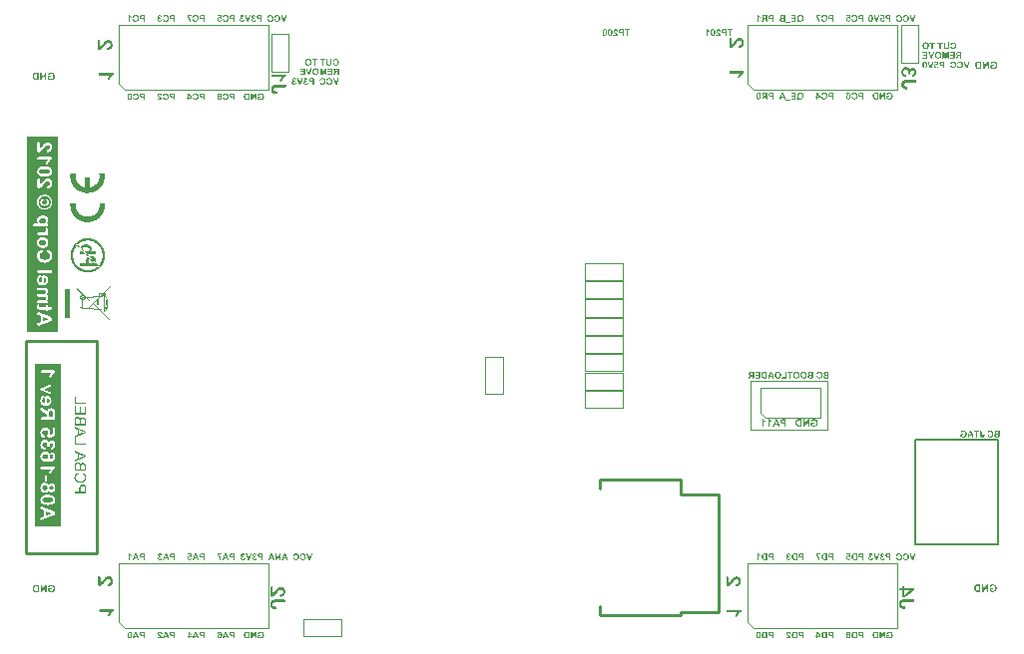
<source format=gbo>
%FSLAX43Y43*%
%MOMM*%
G71*
G01*
G75*
G04 Layer_Color=32896*
%ADD10R,2.500X1.200*%
%ADD11R,0.800X0.650*%
%ADD12R,0.900X0.600*%
%ADD13R,1.350X1.500*%
%ADD14R,0.762X0.762*%
%ADD15R,0.700X0.700*%
%ADD16O,0.550X1.750*%
%ADD17O,1.750X0.550*%
%ADD18R,0.600X0.900*%
%ADD19R,0.650X0.800*%
%ADD20R,1.200X1.200*%
%ADD21R,1.000X2.250*%
%ADD22R,1.150X1.350*%
%ADD23R,2.000X2.500*%
%ADD24R,0.500X2.300*%
%ADD25R,1.500X3.280*%
%ADD26R,1.500X0.990*%
%ADD27R,0.950X1.750*%
%ADD28R,1.100X1.000*%
%ADD29R,1.100X0.600*%
%ADD30R,1.500X0.800*%
%ADD31R,1.300X0.600*%
%ADD32R,1.300X1.600*%
%ADD33O,0.300X1.700*%
%ADD34O,1.700X0.300*%
%ADD35R,0.800X1.000*%
%ADD36R,1.000X1.000*%
%ADD37R,0.950X1.000*%
%ADD38R,1.000X0.950*%
%ADD39O,0.700X0.250*%
%ADD40O,0.250X0.700*%
%ADD41R,1.400X3.000*%
%ADD42R,2.000X8.000*%
%ADD43C,0.175*%
%ADD44C,0.230*%
%ADD45C,0.150*%
%ADD46C,0.300*%
%ADD47C,0.200*%
%ADD48R,0.900X0.300*%
%ADD49R,1.700X1.700*%
%ADD50C,0.500*%
%ADD51C,1.700*%
%ADD52C,2.000*%
%ADD53C,3.600*%
%ADD54C,1.300*%
%ADD55C,0.550*%
%ADD56C,0.500*%
%ADD57C,1.600*%
%ADD58C,1.500*%
G04:AMPARAMS|DCode=59|XSize=2.524mm|YSize=2.524mm|CornerRadius=0mm|HoleSize=0mm|Usage=FLASHONLY|Rotation=0.000|XOffset=0mm|YOffset=0mm|HoleType=Round|Shape=Relief|Width=0.254mm|Gap=0.254mm|Entries=4|*
%AMTHD59*
7,0,0,2.524,2.016,0.254,45*
%
%ADD59THD59*%
%ADD60C,2.600*%
G04:AMPARAMS|DCode=61|XSize=4.624mm|YSize=4.624mm|CornerRadius=0mm|HoleSize=0mm|Usage=FLASHONLY|Rotation=0.000|XOffset=0mm|YOffset=0mm|HoleType=Round|Shape=Relief|Width=0.254mm|Gap=0.254mm|Entries=4|*
%AMTHD61*
7,0,0,4.624,4.116,0.254,45*
%
%ADD61THD61*%
G04:AMPARAMS|DCode=62|XSize=2.424mm|YSize=2.424mm|CornerRadius=0mm|HoleSize=0mm|Usage=FLASHONLY|Rotation=0.000|XOffset=0mm|YOffset=0mm|HoleType=Round|Shape=Relief|Width=0.254mm|Gap=0.254mm|Entries=4|*
%AMTHD62*
7,0,0,2.424,1.916,0.254,45*
%
%ADD62THD62*%
%ADD63C,0.850*%
%ADD64C,3.700*%
%ADD65R,2.400X0.800*%
%ADD66R,2.200X0.350*%
%ADD67C,1.270*%
%ADD68R,0.300X0.900*%
%ADD69C,0.800*%
%ADD70C,0.250*%
%ADD71C,0.254*%
%ADD72C,0.125*%
%ADD73C,0.640*%
%ADD74C,0.100*%
%ADD75R,1.750X1.750*%
%ADD76R,1.700X1.700*%
%ADD77R,0.900X0.510*%
%ADD78R,2.700X1.400*%
%ADD79R,1.000X0.850*%
%ADD80R,1.100X0.800*%
%ADD81R,1.550X1.700*%
%ADD82R,0.962X0.962*%
%ADD83R,0.900X0.900*%
%ADD84O,0.750X1.950*%
%ADD85O,1.950X0.750*%
%ADD86R,0.800X1.100*%
%ADD87R,0.850X1.000*%
%ADD88R,1.400X1.400*%
%ADD89R,1.200X2.450*%
%ADD90R,1.350X1.550*%
%ADD91R,2.200X2.700*%
%ADD92R,0.700X2.500*%
%ADD93R,1.700X3.480*%
%ADD94R,1.700X1.190*%
%ADD95R,1.150X1.950*%
%ADD96R,1.300X1.200*%
%ADD97R,1.300X0.800*%
%ADD98R,1.700X1.000*%
%ADD99R,1.500X0.800*%
%ADD100R,1.500X1.800*%
%ADD101O,0.500X1.900*%
%ADD102O,1.900X0.500*%
%ADD103R,1.000X1.200*%
%ADD104R,1.200X1.200*%
%ADD105R,1.150X1.200*%
%ADD106R,1.200X1.150*%
%ADD107O,0.900X0.450*%
%ADD108O,0.450X0.900*%
%ADD109R,1.600X3.200*%
%ADD110R,2.200X8.200*%
%ADD111R,1.900X1.900*%
%ADD112C,0.700*%
%ADD113C,1.900*%
%ADD114C,2.200*%
%ADD115C,3.800*%
%ADD116R,0.750X0.510*%
%ADD117R,0.800X0.510*%
%ADD118R,0.510X0.500*%
%ADD119R,0.510X0.825*%
%ADD120R,0.510X0.900*%
%ADD121R,2.600X1.000*%
%ADD122R,2.400X0.550*%
%ADD123C,1.470*%
%ADD124C,1.000*%
%ADD125C,0.750*%
G36*
X18667Y53530D02*
X18678Y53529D01*
X18688Y53526D01*
X18695Y53523D01*
X18701Y53520D01*
X18706Y53517D01*
X18708Y53515D01*
X18709Y53515D01*
X18714Y53508D01*
X18718Y53500D01*
X18721Y53491D01*
X18723Y53482D01*
X18724Y53474D01*
X18725Y53467D01*
Y53463D01*
Y53462D01*
Y53461D01*
Y53033D01*
X18724Y53022D01*
X18723Y53011D01*
X18721Y53002D01*
X18718Y52995D01*
X18715Y52990D01*
X18712Y52986D01*
X18711Y52983D01*
X18710Y52983D01*
X18704Y52977D01*
X18697Y52973D01*
X18690Y52970D01*
X18684Y52968D01*
X18678Y52966D01*
X18673Y52965D01*
X18669D01*
X18661Y52966D01*
X18652Y52968D01*
X18646Y52971D01*
X18640Y52974D01*
X18635Y52977D01*
X18632Y52980D01*
X18630Y52982D01*
X18629Y52983D01*
X18624Y52990D01*
X18619Y52998D01*
X18616Y53007D01*
X18615Y53015D01*
X18613Y53022D01*
X18613Y53028D01*
Y53032D01*
Y53034D01*
Y53192D01*
X18509D01*
X18490Y53192D01*
X18472Y53194D01*
X18457Y53195D01*
X18441Y53198D01*
X18428Y53201D01*
X18415Y53205D01*
X18403Y53210D01*
X18392Y53213D01*
X18383Y53217D01*
X18375Y53222D01*
X18368Y53225D01*
X18363Y53228D01*
X18359Y53231D01*
X18356Y53234D01*
X18354Y53234D01*
X18353Y53235D01*
X18344Y53244D01*
X18336Y53253D01*
X18329Y53263D01*
X18323Y53273D01*
X18318Y53285D01*
X18314Y53295D01*
X18310Y53306D01*
X18308Y53316D01*
X18305Y53326D01*
X18304Y53335D01*
X18302Y53343D01*
X18302Y53350D01*
X18301Y53356D01*
Y53360D01*
Y53363D01*
Y53364D01*
X18302Y53378D01*
X18303Y53392D01*
X18305Y53404D01*
X18308Y53414D01*
X18310Y53423D01*
X18312Y53430D01*
X18314Y53434D01*
X18314Y53435D01*
X18320Y53446D01*
X18326Y53457D01*
X18332Y53467D01*
X18338Y53474D01*
X18344Y53481D01*
X18348Y53485D01*
X18351Y53488D01*
X18352Y53489D01*
X18362Y53497D01*
X18371Y53503D01*
X18381Y53509D01*
X18390Y53513D01*
X18398Y53517D01*
X18404Y53519D01*
X18409Y53520D01*
X18410Y53521D01*
X18410D01*
X18425Y53524D01*
X18440Y53527D01*
X18457Y53529D01*
X18473Y53530D01*
X18487Y53530D01*
X18493Y53531D01*
X18654D01*
X18667Y53530D01*
D02*
G37*
G36*
X10359Y46890D02*
X10378Y46888D01*
X10396Y46884D01*
X10412Y46881D01*
X10419Y46879D01*
X10425Y46877D01*
X10430Y46875D01*
X10435Y46873D01*
X10438Y46873D01*
X10441Y46871D01*
X10443Y46870D01*
X10444D01*
X10461Y46862D01*
X10477Y46853D01*
X10492Y46843D01*
X10504Y46834D01*
X10514Y46826D01*
X10522Y46819D01*
X10525Y46816D01*
X10527Y46814D01*
X10528Y46813D01*
X10528Y46813D01*
X10541Y46798D01*
X10552Y46783D01*
X10561Y46768D01*
X10569Y46753D01*
X10575Y46741D01*
X10578Y46735D01*
X10580Y46731D01*
X10581Y46727D01*
X10583Y46724D01*
X10584Y46723D01*
Y46722D01*
X10590Y46702D01*
X10595Y46681D01*
X10599Y46660D01*
X10601Y46642D01*
X10602Y46633D01*
X10602Y46625D01*
Y46618D01*
X10603Y46612D01*
Y46608D01*
Y46604D01*
Y46602D01*
Y46601D01*
Y46586D01*
X10602Y46572D01*
X10601Y46559D01*
X10599Y46547D01*
X10598Y46537D01*
X10597Y46530D01*
X10596Y46527D01*
X10596Y46525D01*
Y46524D01*
Y46523D01*
X10593Y46510D01*
X10589Y46497D01*
X10585Y46485D01*
X10581Y46475D01*
X10578Y46466D01*
X10575Y46460D01*
X10573Y46455D01*
X10572Y46454D01*
Y46454D01*
X10566Y46442D01*
X10560Y46431D01*
X10554Y46421D01*
X10548Y46412D01*
X10543Y46405D01*
X10539Y46400D01*
X10536Y46397D01*
X10535Y46395D01*
X10525Y46385D01*
X10516Y46376D01*
X10507Y46368D01*
X10499Y46361D01*
X10492Y46356D01*
X10486Y46352D01*
X10483Y46349D01*
X10481Y46349D01*
X10470Y46343D01*
X10459Y46338D01*
X10447Y46333D01*
X10438Y46329D01*
X10429Y46327D01*
X10422Y46325D01*
X10417Y46324D01*
X10417Y46323D01*
X10416D01*
X10402Y46320D01*
X10388Y46319D01*
X10375Y46317D01*
X10362Y46316D01*
X10351D01*
X10343Y46315D01*
X10336D01*
X10315Y46316D01*
X10295Y46318D01*
X10278Y46321D01*
X10263Y46324D01*
X10256Y46326D01*
X10250Y46327D01*
X10246Y46329D01*
X10241Y46330D01*
X10238Y46332D01*
X10236Y46332D01*
X10235Y46333D01*
X10234D01*
X10218Y46341D01*
X10205Y46349D01*
X10192Y46357D01*
X10182Y46364D01*
X10174Y46371D01*
X10168Y46376D01*
X10164Y46380D01*
X10163Y46382D01*
X10153Y46393D01*
X10144Y46404D01*
X10137Y46414D01*
X10131Y46424D01*
X10127Y46431D01*
X10124Y46437D01*
X10122Y46441D01*
X10121Y46442D01*
X10117Y46454D01*
X10114Y46464D01*
X10111Y46474D01*
X10109Y46482D01*
X10109Y46490D01*
X10108Y46495D01*
Y46498D01*
Y46499D01*
X10109Y46507D01*
X10110Y46514D01*
X10112Y46520D01*
X10115Y46525D01*
X10118Y46529D01*
X10121Y46532D01*
X10122Y46534D01*
X10123Y46535D01*
X10128Y46539D01*
X10134Y46543D01*
X10140Y46545D01*
X10145Y46547D01*
X10150Y46548D01*
X10154Y46549D01*
X10157D01*
X10165Y46548D01*
X10172Y46547D01*
X10178Y46544D01*
X10183Y46542D01*
X10187Y46539D01*
X10189Y46537D01*
X10190Y46535D01*
X10191Y46535D01*
X10195Y46529D01*
X10199Y46523D01*
X10204Y46511D01*
X10206Y46506D01*
X10208Y46502D01*
X10209Y46499D01*
Y46499D01*
X10216Y46482D01*
X10224Y46468D01*
X10233Y46456D01*
X10241Y46446D01*
X10249Y46438D01*
X10255Y46433D01*
X10259Y46430D01*
X10259Y46428D01*
X10260D01*
X10273Y46420D01*
X10287Y46415D01*
X10300Y46410D01*
X10313Y46407D01*
X10324Y46406D01*
X10330Y46405D01*
X10333D01*
X10337Y46404D01*
X10342D01*
X10358Y46405D01*
X10373Y46407D01*
X10387Y46411D01*
X10398Y46415D01*
X10408Y46418D01*
X10414Y46422D01*
X10419Y46424D01*
X10420Y46425D01*
X10420D01*
X10432Y46434D01*
X10442Y46444D01*
X10451Y46455D01*
X10458Y46466D01*
X10464Y46475D01*
X10468Y46483D01*
X10469Y46485D01*
X10471Y46487D01*
X10471Y46489D01*
Y46490D01*
X10477Y46507D01*
X10482Y46525D01*
X10485Y46543D01*
X10487Y46560D01*
X10488Y46568D01*
X10489Y46575D01*
Y46581D01*
X10489Y46587D01*
Y46592D01*
Y46595D01*
Y46597D01*
Y46598D01*
X10489Y46616D01*
X10488Y46632D01*
X10486Y46648D01*
X10483Y46662D01*
X10480Y46675D01*
X10477Y46688D01*
X10473Y46699D01*
X10469Y46709D01*
X10465Y46718D01*
X10462Y46726D01*
X10458Y46733D01*
X10455Y46738D01*
X10453Y46743D01*
X10450Y46746D01*
X10450Y46747D01*
X10449Y46748D01*
X10441Y46758D01*
X10432Y46765D01*
X10423Y46773D01*
X10414Y46779D01*
X10405Y46784D01*
X10396Y46789D01*
X10387Y46792D01*
X10378Y46795D01*
X10369Y46797D01*
X10362Y46798D01*
X10355Y46800D01*
X10349Y46801D01*
X10345Y46801D01*
X10338D01*
X10322Y46801D01*
X10308Y46798D01*
X10295Y46795D01*
X10285Y46791D01*
X10277Y46787D01*
X10270Y46783D01*
X10266Y46781D01*
X10265Y46780D01*
X10254Y46772D01*
X10244Y46762D01*
X10235Y46752D01*
X10227Y46741D01*
X10221Y46732D01*
X10217Y46725D01*
X10215Y46722D01*
X10214Y46720D01*
X10213Y46719D01*
Y46718D01*
X10208Y46710D01*
X10203Y46702D01*
X10199Y46696D01*
X10196Y46691D01*
X10193Y46687D01*
X10190Y46685D01*
X10190Y46684D01*
X10189Y46683D01*
X10184Y46679D01*
X10179Y46677D01*
X10168Y46674D01*
X10163Y46673D01*
X10160Y46672D01*
X10156D01*
X10149Y46673D01*
X10143Y46675D01*
X10137Y46677D01*
X10133Y46680D01*
X10129Y46683D01*
X10126Y46685D01*
X10124Y46687D01*
X10124Y46687D01*
X10119Y46693D01*
X10115Y46699D01*
X10113Y46705D01*
X10111Y46711D01*
X10110Y46715D01*
X10109Y46719D01*
Y46721D01*
Y46722D01*
X10111Y46735D01*
X10114Y46748D01*
X10118Y46761D01*
X10124Y46773D01*
X10129Y46783D01*
X10133Y46790D01*
X10135Y46793D01*
X10136Y46795D01*
X10138Y46796D01*
Y46797D01*
X10149Y46811D01*
X10162Y46824D01*
X10175Y46835D01*
X10189Y46845D01*
X10201Y46853D01*
X10205Y46856D01*
X10210Y46859D01*
X10214Y46861D01*
X10217Y46862D01*
X10218Y46864D01*
X10219D01*
X10239Y46873D01*
X10259Y46879D01*
X10280Y46884D01*
X10298Y46888D01*
X10307Y46888D01*
X10315Y46889D01*
X10321Y46890D01*
X10327D01*
X10332Y46890D01*
X10339D01*
X10359Y46890D01*
D02*
G37*
G36*
X17984Y53540D02*
X18003Y53538D01*
X18021Y53534D01*
X18037Y53531D01*
X18044Y53529D01*
X18050Y53527D01*
X18055Y53525D01*
X18060Y53524D01*
X18063Y53523D01*
X18066Y53521D01*
X18068Y53521D01*
X18069D01*
X18086Y53512D01*
X18102Y53503D01*
X18117Y53494D01*
X18129Y53485D01*
X18139Y53476D01*
X18147Y53469D01*
X18150Y53467D01*
X18152Y53464D01*
X18153Y53464D01*
X18153Y53463D01*
X18166Y53448D01*
X18177Y53433D01*
X18186Y53418D01*
X18194Y53404D01*
X18200Y53391D01*
X18203Y53386D01*
X18205Y53381D01*
X18206Y53377D01*
X18208Y53374D01*
X18209Y53373D01*
Y53372D01*
X18215Y53352D01*
X18220Y53331D01*
X18224Y53311D01*
X18226Y53292D01*
X18227Y53284D01*
X18227Y53276D01*
Y53269D01*
X18228Y53263D01*
Y53258D01*
Y53255D01*
Y53252D01*
Y53252D01*
Y53237D01*
X18227Y53222D01*
X18226Y53209D01*
X18224Y53197D01*
X18223Y53187D01*
X18222Y53180D01*
X18221Y53177D01*
X18221Y53175D01*
Y53174D01*
Y53174D01*
X18218Y53160D01*
X18214Y53147D01*
X18210Y53135D01*
X18206Y53125D01*
X18203Y53117D01*
X18200Y53110D01*
X18198Y53105D01*
X18197Y53105D01*
Y53104D01*
X18191Y53092D01*
X18185Y53082D01*
X18179Y53071D01*
X18173Y53063D01*
X18168Y53055D01*
X18164Y53050D01*
X18161Y53047D01*
X18160Y53046D01*
X18150Y53035D01*
X18141Y53026D01*
X18132Y53019D01*
X18124Y53012D01*
X18117Y53007D01*
X18111Y53002D01*
X18108Y53000D01*
X18106Y52999D01*
X18095Y52993D01*
X18084Y52988D01*
X18072Y52983D01*
X18063Y52980D01*
X18054Y52977D01*
X18047Y52975D01*
X18042Y52974D01*
X18042Y52974D01*
X18041D01*
X18027Y52971D01*
X18013Y52969D01*
X18000Y52968D01*
X17987Y52966D01*
X17976D01*
X17968Y52965D01*
X17961D01*
X17940Y52966D01*
X17920Y52968D01*
X17903Y52971D01*
X17888Y52974D01*
X17881Y52976D01*
X17875Y52977D01*
X17871Y52979D01*
X17866Y52980D01*
X17863Y52982D01*
X17861Y52983D01*
X17860Y52983D01*
X17859D01*
X17843Y52991D01*
X17830Y52999D01*
X17817Y53007D01*
X17807Y53015D01*
X17799Y53022D01*
X17793Y53027D01*
X17789Y53031D01*
X17788Y53032D01*
X17778Y53043D01*
X17769Y53055D01*
X17762Y53064D01*
X17756Y53074D01*
X17752Y53082D01*
X17749Y53087D01*
X17747Y53091D01*
X17746Y53093D01*
X17742Y53104D01*
X17739Y53114D01*
X17736Y53124D01*
X17734Y53132D01*
X17734Y53140D01*
X17733Y53145D01*
Y53148D01*
Y53150D01*
X17734Y53157D01*
X17735Y53164D01*
X17737Y53170D01*
X17740Y53175D01*
X17743Y53180D01*
X17746Y53183D01*
X17747Y53184D01*
X17748Y53185D01*
X17753Y53189D01*
X17759Y53193D01*
X17765Y53195D01*
X17770Y53198D01*
X17775Y53198D01*
X17779Y53199D01*
X17782D01*
X17790Y53198D01*
X17797Y53197D01*
X17803Y53195D01*
X17808Y53192D01*
X17812Y53189D01*
X17814Y53187D01*
X17815Y53186D01*
X17816Y53185D01*
X17820Y53180D01*
X17824Y53174D01*
X17829Y53162D01*
X17831Y53156D01*
X17833Y53153D01*
X17834Y53150D01*
Y53149D01*
X17841Y53132D01*
X17849Y53118D01*
X17858Y53106D01*
X17866Y53096D01*
X17874Y53088D01*
X17880Y53083D01*
X17884Y53080D01*
X17884Y53078D01*
X17885D01*
X17898Y53070D01*
X17912Y53065D01*
X17926Y53061D01*
X17938Y53058D01*
X17949Y53056D01*
X17955Y53055D01*
X17958D01*
X17962Y53055D01*
X17967D01*
X17983Y53055D01*
X17998Y53058D01*
X18012Y53061D01*
X18023Y53065D01*
X18033Y53069D01*
X18039Y53072D01*
X18044Y53075D01*
X18045Y53076D01*
X18045D01*
X18057Y53084D01*
X18067Y53094D01*
X18076Y53105D01*
X18083Y53116D01*
X18089Y53125D01*
X18093Y53133D01*
X18094Y53135D01*
X18096Y53138D01*
X18096Y53139D01*
Y53140D01*
X18102Y53157D01*
X18107Y53175D01*
X18110Y53193D01*
X18112Y53210D01*
X18113Y53218D01*
X18114Y53225D01*
Y53231D01*
X18114Y53237D01*
Y53242D01*
Y53245D01*
Y53247D01*
Y53248D01*
X18114Y53266D01*
X18113Y53282D01*
X18111Y53298D01*
X18108Y53312D01*
X18105Y53326D01*
X18102Y53339D01*
X18098Y53350D01*
X18094Y53359D01*
X18090Y53368D01*
X18087Y53377D01*
X18083Y53383D01*
X18080Y53389D01*
X18078Y53393D01*
X18075Y53396D01*
X18075Y53398D01*
X18074Y53398D01*
X18066Y53408D01*
X18057Y53416D01*
X18048Y53423D01*
X18039Y53429D01*
X18030Y53434D01*
X18021Y53439D01*
X18012Y53442D01*
X18003Y53445D01*
X17994Y53447D01*
X17987Y53449D01*
X17980Y53450D01*
X17974Y53451D01*
X17970Y53452D01*
X17963D01*
X17947Y53451D01*
X17933Y53449D01*
X17920Y53445D01*
X17910Y53441D01*
X17902Y53437D01*
X17895Y53434D01*
X17891Y53431D01*
X17890Y53431D01*
X17879Y53422D01*
X17869Y53413D01*
X17860Y53402D01*
X17852Y53392D01*
X17846Y53383D01*
X17842Y53375D01*
X17840Y53372D01*
X17839Y53370D01*
X17838Y53369D01*
Y53368D01*
X17833Y53360D01*
X17828Y53353D01*
X17824Y53347D01*
X17821Y53341D01*
X17818Y53338D01*
X17815Y53336D01*
X17815Y53334D01*
X17814Y53333D01*
X17809Y53330D01*
X17804Y53327D01*
X17793Y53324D01*
X17788Y53324D01*
X17785Y53323D01*
X17781D01*
X17774Y53324D01*
X17768Y53325D01*
X17762Y53327D01*
X17758Y53330D01*
X17754Y53333D01*
X17751Y53336D01*
X17749Y53337D01*
X17749Y53338D01*
X17744Y53344D01*
X17740Y53350D01*
X17738Y53355D01*
X17736Y53361D01*
X17735Y53365D01*
X17734Y53369D01*
Y53371D01*
Y53372D01*
X17736Y53386D01*
X17739Y53398D01*
X17743Y53411D01*
X17749Y53423D01*
X17754Y53433D01*
X17758Y53440D01*
X17760Y53443D01*
X17761Y53446D01*
X17763Y53446D01*
Y53447D01*
X17774Y53461D01*
X17787Y53474D01*
X17800Y53485D01*
X17814Y53495D01*
X17826Y53503D01*
X17830Y53506D01*
X17835Y53509D01*
X17839Y53511D01*
X17842Y53512D01*
X17843Y53514D01*
X17844D01*
X17864Y53523D01*
X17884Y53530D01*
X17905Y53534D01*
X17923Y53538D01*
X17932Y53539D01*
X17940Y53539D01*
X17946Y53540D01*
X17952D01*
X17957Y53541D01*
X17964D01*
X17984Y53540D01*
D02*
G37*
G36*
X15041Y53524D02*
X15049Y53524D01*
X15056Y53522D01*
X15061Y53521D01*
X15065Y53519D01*
X15067Y53518D01*
X15068Y53518D01*
X15073Y53514D01*
X15077Y53509D01*
X15080Y53503D01*
X15082Y53498D01*
X15083Y53493D01*
X15084Y53488D01*
Y53485D01*
Y53484D01*
X15083Y53475D01*
X15082Y53468D01*
X15079Y53461D01*
X15076Y53457D01*
X15074Y53453D01*
X15071Y53450D01*
X15069Y53449D01*
X15068Y53448D01*
X15062Y53444D01*
X15054Y53441D01*
X15047Y53440D01*
X15039Y53438D01*
X15032Y53437D01*
X15026Y53437D01*
X14818D01*
X14835Y53413D01*
X14851Y53392D01*
X14865Y53371D01*
X14877Y53352D01*
X14882Y53344D01*
X14887Y53336D01*
X14891Y53330D01*
X14894Y53324D01*
X14897Y53320D01*
X14899Y53317D01*
X14900Y53315D01*
X14900Y53314D01*
X14912Y53291D01*
X14924Y53270D01*
X14934Y53249D01*
X14942Y53231D01*
X14946Y53224D01*
X14949Y53216D01*
X14951Y53210D01*
X14954Y53204D01*
X14956Y53201D01*
X14957Y53198D01*
X14958Y53195D01*
Y53195D01*
X14966Y53174D01*
X14973Y53154D01*
X14979Y53137D01*
X14984Y53123D01*
X14986Y53116D01*
X14987Y53111D01*
X14989Y53105D01*
X14990Y53102D01*
X14990Y53099D01*
X14991Y53096D01*
X14992Y53095D01*
Y53094D01*
X14996Y53080D01*
X14998Y53067D01*
X15000Y53055D01*
X15001Y53046D01*
X15002Y53039D01*
X15002Y53034D01*
Y53031D01*
Y53029D01*
X15002Y53018D01*
X15000Y53008D01*
X14998Y53000D01*
X14995Y52993D01*
X14993Y52988D01*
X14990Y52984D01*
X14989Y52982D01*
X14988Y52981D01*
X14982Y52976D01*
X14976Y52972D01*
X14970Y52969D01*
X14964Y52968D01*
X14959Y52966D01*
X14954Y52965D01*
X14951D01*
X14942Y52966D01*
X14934Y52968D01*
X14928Y52970D01*
X14922Y52973D01*
X14918Y52976D01*
X14915Y52978D01*
X14913Y52980D01*
X14912Y52980D01*
X14907Y52987D01*
X14903Y52995D01*
X14895Y53013D01*
X14893Y53021D01*
X14891Y53028D01*
X14889Y53032D01*
Y53033D01*
Y53034D01*
X14888Y53040D01*
X14887Y53048D01*
X14885Y53056D01*
X14884Y53064D01*
X14883Y53071D01*
X14882Y53076D01*
X14882Y53080D01*
Y53082D01*
X14879Y53093D01*
X14878Y53103D01*
X14876Y53112D01*
X14875Y53120D01*
X14874Y53126D01*
X14873Y53129D01*
X14873Y53132D01*
Y53133D01*
X14871Y53141D01*
X14869Y53149D01*
X14867Y53157D01*
X14865Y53165D01*
X14863Y53172D01*
X14861Y53177D01*
X14860Y53181D01*
Y53183D01*
X14852Y53207D01*
X14843Y53229D01*
X14835Y53249D01*
X14832Y53258D01*
X14829Y53266D01*
X14825Y53273D01*
X14822Y53279D01*
X14820Y53285D01*
X14817Y53289D01*
X14815Y53293D01*
X14814Y53295D01*
X14813Y53297D01*
Y53297D01*
X14803Y53315D01*
X14794Y53330D01*
X14785Y53343D01*
X14778Y53354D01*
X14772Y53363D01*
X14767Y53370D01*
X14763Y53374D01*
X14763Y53376D01*
X14754Y53388D01*
X14745Y53398D01*
X14738Y53409D01*
X14731Y53417D01*
X14726Y53425D01*
X14722Y53430D01*
X14719Y53433D01*
X14718Y53434D01*
X14712Y53443D01*
X14707Y53452D01*
X14703Y53459D01*
X14701Y53465D01*
X14700Y53470D01*
X14699Y53473D01*
Y53476D01*
Y53476D01*
X14700Y53485D01*
X14701Y53494D01*
X14704Y53500D01*
X14707Y53505D01*
X14710Y53509D01*
X14713Y53512D01*
X14715Y53513D01*
X14715Y53514D01*
X14722Y53518D01*
X14730Y53521D01*
X14739Y53523D01*
X14748Y53524D01*
X14756Y53525D01*
X14763Y53526D01*
X15032D01*
X15041Y53524D01*
D02*
G37*
G36*
X17546Y53526D02*
X17555Y53524D01*
X17564Y53522D01*
X17570Y53519D01*
X17576Y53516D01*
X17579Y53514D01*
X17581Y53512D01*
X17582Y53512D01*
X17587Y53506D01*
X17591Y53498D01*
X17594Y53490D01*
X17597Y53482D01*
X17599Y53475D01*
X17600Y53469D01*
X17601Y53465D01*
Y53464D01*
Y53464D01*
X17633Y53282D01*
X17635Y53274D01*
X17636Y53268D01*
X17637Y53264D01*
Y53261D01*
X17638Y53258D01*
Y53258D01*
Y53257D01*
X17637Y53251D01*
X17636Y53245D01*
X17633Y53240D01*
X17630Y53235D01*
X17628Y53231D01*
X17626Y53228D01*
X17624Y53227D01*
X17624Y53226D01*
X17618Y53222D01*
X17612Y53219D01*
X17606Y53216D01*
X17601Y53214D01*
X17597Y53213D01*
X17593Y53213D01*
X17590D01*
X17583Y53213D01*
X17576Y53216D01*
X17569Y53219D01*
X17561Y53222D01*
X17555Y53226D01*
X17551Y53229D01*
X17548Y53231D01*
X17546Y53232D01*
X17537Y53239D01*
X17529Y53245D01*
X17522Y53250D01*
X17516Y53254D01*
X17513Y53257D01*
X17509Y53259D01*
X17507Y53261D01*
X17507D01*
X17501Y53264D01*
X17493Y53265D01*
X17477Y53268D01*
X17471D01*
X17465Y53269D01*
X17459D01*
X17450Y53268D01*
X17441Y53267D01*
X17432Y53265D01*
X17426Y53263D01*
X17420Y53260D01*
X17415Y53258D01*
X17412Y53257D01*
X17411Y53256D01*
X17404Y53251D01*
X17397Y53245D01*
X17391Y53238D01*
X17386Y53232D01*
X17382Y53226D01*
X17379Y53222D01*
X17378Y53219D01*
X17377Y53217D01*
X17373Y53207D01*
X17370Y53197D01*
X17367Y53186D01*
X17365Y53177D01*
X17364Y53168D01*
X17364Y53161D01*
Y53156D01*
Y53156D01*
Y53155D01*
X17364Y53143D01*
X17365Y53131D01*
X17367Y53121D01*
X17370Y53112D01*
X17372Y53105D01*
X17373Y53099D01*
X17375Y53096D01*
X17376Y53094D01*
X17381Y53085D01*
X17386Y53077D01*
X17392Y53070D01*
X17397Y53064D01*
X17402Y53059D01*
X17406Y53056D01*
X17409Y53054D01*
X17410Y53053D01*
X17418Y53048D01*
X17427Y53044D01*
X17435Y53042D01*
X17444Y53040D01*
X17450Y53039D01*
X17456Y53038D01*
X17461D01*
X17473Y53039D01*
X17483Y53041D01*
X17494Y53044D01*
X17502Y53048D01*
X17510Y53051D01*
X17515Y53054D01*
X17518Y53056D01*
X17519Y53057D01*
X17528Y53064D01*
X17537Y53073D01*
X17543Y53082D01*
X17549Y53090D01*
X17554Y53097D01*
X17557Y53104D01*
X17559Y53108D01*
X17560Y53109D01*
X17563Y53116D01*
X17567Y53121D01*
X17570Y53126D01*
X17574Y53130D01*
X17582Y53137D01*
X17589Y53141D01*
X17597Y53144D01*
X17602Y53145D01*
X17606Y53146D01*
X17607D01*
X17614Y53145D01*
X17620Y53144D01*
X17625Y53141D01*
X17630Y53139D01*
X17633Y53137D01*
X17636Y53135D01*
X17638Y53133D01*
X17639Y53132D01*
X17642Y53127D01*
X17645Y53123D01*
X17648Y53117D01*
X17649Y53114D01*
X17650Y53110D01*
X17650Y53107D01*
Y53105D01*
Y53105D01*
X17650Y53095D01*
X17648Y53085D01*
X17645Y53076D01*
X17642Y53067D01*
X17639Y53059D01*
X17636Y53052D01*
X17634Y53049D01*
X17633Y53048D01*
Y53047D01*
X17626Y53035D01*
X17616Y53025D01*
X17606Y53015D01*
X17597Y53007D01*
X17588Y53000D01*
X17580Y52995D01*
X17577Y52992D01*
X17575Y52992D01*
X17574Y52990D01*
X17573D01*
X17556Y52982D01*
X17538Y52976D01*
X17519Y52971D01*
X17502Y52968D01*
X17494Y52968D01*
X17486Y52967D01*
X17480Y52966D01*
X17474D01*
X17469Y52965D01*
X17462D01*
X17441Y52967D01*
X17420Y52970D01*
X17402Y52974D01*
X17386Y52979D01*
X17379Y52981D01*
X17373Y52983D01*
X17368Y52986D01*
X17364Y52988D01*
X17360Y52989D01*
X17358Y52991D01*
X17356Y52992D01*
X17355D01*
X17339Y53002D01*
X17325Y53014D01*
X17313Y53025D01*
X17302Y53037D01*
X17295Y53047D01*
X17289Y53055D01*
X17286Y53058D01*
X17286Y53061D01*
X17284Y53062D01*
Y53063D01*
X17276Y53080D01*
X17270Y53098D01*
X17265Y53115D01*
X17262Y53130D01*
X17261Y53144D01*
X17260Y53150D01*
X17259Y53155D01*
Y53159D01*
Y53162D01*
Y53163D01*
Y53164D01*
X17260Y53177D01*
X17262Y53191D01*
X17264Y53203D01*
X17266Y53213D01*
X17269Y53222D01*
X17271Y53228D01*
X17273Y53233D01*
X17274Y53234D01*
X17279Y53246D01*
X17285Y53258D01*
X17292Y53267D01*
X17298Y53276D01*
X17303Y53283D01*
X17307Y53288D01*
X17310Y53291D01*
X17311Y53292D01*
X17320Y53300D01*
X17330Y53308D01*
X17339Y53315D01*
X17348Y53320D01*
X17355Y53324D01*
X17361Y53327D01*
X17365Y53329D01*
X17367Y53330D01*
X17379Y53334D01*
X17390Y53338D01*
X17402Y53340D01*
X17412Y53342D01*
X17421Y53343D01*
X17429Y53344D01*
X17435D01*
X17452Y53342D01*
X17469Y53339D01*
X17486Y53335D01*
X17501Y53330D01*
X17514Y53324D01*
X17520Y53321D01*
X17525Y53319D01*
X17528Y53318D01*
X17531Y53316D01*
X17533Y53315D01*
X17534D01*
X17513Y53437D01*
X17332D01*
X17322Y53438D01*
X17314Y53440D01*
X17307Y53441D01*
X17301Y53443D01*
X17296Y53446D01*
X17293Y53448D01*
X17291Y53449D01*
X17290Y53449D01*
X17285Y53454D01*
X17281Y53459D01*
X17279Y53464D01*
X17277Y53470D01*
X17276Y53474D01*
X17275Y53478D01*
Y53480D01*
Y53481D01*
X17276Y53489D01*
X17277Y53496D01*
X17280Y53502D01*
X17284Y53507D01*
X17289Y53512D01*
X17294Y53515D01*
X17304Y53521D01*
X17316Y53524D01*
X17325Y53526D01*
X17329Y53527D01*
X17534D01*
X17546Y53526D01*
D02*
G37*
G36*
X12909Y46890D02*
X12928Y46888D01*
X12946Y46884D01*
X12962Y46881D01*
X12969Y46879D01*
X12975Y46877D01*
X12980Y46875D01*
X12985Y46873D01*
X12988Y46873D01*
X12991Y46871D01*
X12993Y46870D01*
X12994D01*
X13011Y46862D01*
X13027Y46853D01*
X13042Y46843D01*
X13054Y46834D01*
X13064Y46826D01*
X13072Y46819D01*
X13075Y46816D01*
X13077Y46814D01*
X13078Y46813D01*
X13078Y46813D01*
X13091Y46798D01*
X13102Y46783D01*
X13111Y46768D01*
X13120Y46753D01*
X13125Y46741D01*
X13128Y46735D01*
X13130Y46731D01*
X13131Y46727D01*
X13133Y46724D01*
X13134Y46723D01*
Y46722D01*
X13140Y46702D01*
X13145Y46681D01*
X13149Y46660D01*
X13151Y46642D01*
X13152Y46633D01*
X13152Y46625D01*
Y46618D01*
X13153Y46612D01*
Y46608D01*
Y46604D01*
Y46602D01*
Y46601D01*
Y46586D01*
X13152Y46572D01*
X13151Y46559D01*
X13149Y46547D01*
X13148Y46537D01*
X13147Y46530D01*
X13146Y46527D01*
X13146Y46525D01*
Y46524D01*
Y46523D01*
X13143Y46510D01*
X13139Y46497D01*
X13135Y46485D01*
X13131Y46475D01*
X13128Y46466D01*
X13125Y46460D01*
X13123Y46455D01*
X13122Y46454D01*
Y46454D01*
X13116Y46442D01*
X13110Y46431D01*
X13104Y46421D01*
X13098Y46412D01*
X13093Y46405D01*
X13089Y46400D01*
X13086Y46397D01*
X13085Y46395D01*
X13075Y46385D01*
X13066Y46376D01*
X13057Y46368D01*
X13049Y46361D01*
X13042Y46356D01*
X13036Y46352D01*
X13033Y46349D01*
X13031Y46349D01*
X13020Y46343D01*
X13009Y46338D01*
X12997Y46333D01*
X12988Y46329D01*
X12979Y46327D01*
X12972Y46325D01*
X12967Y46324D01*
X12967Y46323D01*
X12966D01*
X12952Y46320D01*
X12938Y46319D01*
X12925Y46317D01*
X12912Y46316D01*
X12901D01*
X12893Y46315D01*
X12886D01*
X12865Y46316D01*
X12845Y46318D01*
X12828Y46321D01*
X12813Y46324D01*
X12806Y46326D01*
X12800Y46327D01*
X12796Y46329D01*
X12791Y46330D01*
X12788Y46332D01*
X12786Y46332D01*
X12785Y46333D01*
X12784D01*
X12768Y46341D01*
X12755Y46349D01*
X12742Y46357D01*
X12732Y46364D01*
X12724Y46371D01*
X12718Y46376D01*
X12714Y46380D01*
X12713Y46382D01*
X12703Y46393D01*
X12694Y46404D01*
X12687Y46414D01*
X12681Y46424D01*
X12677Y46431D01*
X12674Y46437D01*
X12672Y46441D01*
X12671Y46442D01*
X12667Y46454D01*
X12664Y46464D01*
X12661Y46474D01*
X12659Y46482D01*
X12659Y46490D01*
X12658Y46495D01*
Y46498D01*
Y46499D01*
X12659Y46507D01*
X12660Y46514D01*
X12662Y46520D01*
X12665Y46525D01*
X12668Y46529D01*
X12671Y46532D01*
X12672Y46534D01*
X12673Y46535D01*
X12678Y46539D01*
X12684Y46543D01*
X12690Y46545D01*
X12695Y46547D01*
X12700Y46548D01*
X12704Y46549D01*
X12707D01*
X12715Y46548D01*
X12722Y46547D01*
X12728Y46544D01*
X12733Y46542D01*
X12737Y46539D01*
X12739Y46537D01*
X12740Y46535D01*
X12741Y46535D01*
X12745Y46529D01*
X12749Y46523D01*
X12754Y46511D01*
X12756Y46506D01*
X12758Y46502D01*
X12759Y46499D01*
Y46499D01*
X12766Y46482D01*
X12774Y46468D01*
X12783Y46456D01*
X12791Y46446D01*
X12799Y46438D01*
X12805Y46433D01*
X12809Y46430D01*
X12809Y46428D01*
X12810D01*
X12823Y46420D01*
X12837Y46415D01*
X12851Y46410D01*
X12863Y46407D01*
X12874Y46406D01*
X12880Y46405D01*
X12883D01*
X12887Y46404D01*
X12892D01*
X12908Y46405D01*
X12923Y46407D01*
X12937Y46411D01*
X12948Y46415D01*
X12958Y46418D01*
X12964Y46422D01*
X12969Y46424D01*
X12970Y46425D01*
X12970D01*
X12982Y46434D01*
X12992Y46444D01*
X13001Y46455D01*
X13008Y46466D01*
X13014Y46475D01*
X13018Y46483D01*
X13019Y46485D01*
X13021Y46487D01*
X13021Y46489D01*
Y46490D01*
X13027Y46507D01*
X13032Y46525D01*
X13035Y46543D01*
X13037Y46560D01*
X13038Y46568D01*
X13039Y46575D01*
Y46581D01*
X13039Y46587D01*
Y46592D01*
Y46595D01*
Y46597D01*
Y46598D01*
X13039Y46616D01*
X13038Y46632D01*
X13036Y46648D01*
X13033Y46662D01*
X13030Y46675D01*
X13027Y46688D01*
X13023Y46699D01*
X13019Y46709D01*
X13015Y46718D01*
X13012Y46726D01*
X13008Y46733D01*
X13005Y46738D01*
X13003Y46743D01*
X13000Y46746D01*
X13000Y46747D01*
X12999Y46748D01*
X12991Y46758D01*
X12982Y46765D01*
X12973Y46773D01*
X12964Y46779D01*
X12955Y46784D01*
X12946Y46789D01*
X12937Y46792D01*
X12928Y46795D01*
X12919Y46797D01*
X12912Y46798D01*
X12905Y46800D01*
X12899Y46801D01*
X12895Y46801D01*
X12888D01*
X12872Y46801D01*
X12858Y46798D01*
X12845Y46795D01*
X12835Y46791D01*
X12827Y46787D01*
X12820Y46783D01*
X12816Y46781D01*
X12815Y46780D01*
X12804Y46772D01*
X12794Y46762D01*
X12785Y46752D01*
X12777Y46741D01*
X12771Y46732D01*
X12767Y46725D01*
X12765Y46722D01*
X12764Y46720D01*
X12763Y46719D01*
Y46718D01*
X12758Y46710D01*
X12753Y46702D01*
X12749Y46696D01*
X12746Y46691D01*
X12743Y46687D01*
X12740Y46685D01*
X12740Y46684D01*
X12739Y46683D01*
X12734Y46679D01*
X12729Y46677D01*
X12718Y46674D01*
X12713Y46673D01*
X12710Y46672D01*
X12706D01*
X12699Y46673D01*
X12693Y46675D01*
X12687Y46677D01*
X12683Y46680D01*
X12679Y46683D01*
X12676Y46685D01*
X12674Y46687D01*
X12674Y46687D01*
X12669Y46693D01*
X12665Y46699D01*
X12663Y46705D01*
X12661Y46711D01*
X12660Y46715D01*
X12659Y46719D01*
Y46721D01*
Y46722D01*
X12661Y46735D01*
X12664Y46748D01*
X12668Y46761D01*
X12674Y46773D01*
X12679Y46783D01*
X12683Y46790D01*
X12685Y46793D01*
X12686Y46795D01*
X12688Y46796D01*
Y46797D01*
X12699Y46811D01*
X12712Y46824D01*
X12725Y46835D01*
X12739Y46845D01*
X12751Y46853D01*
X12755Y46856D01*
X12760Y46859D01*
X12764Y46861D01*
X12767Y46862D01*
X12768Y46864D01*
X12769D01*
X12789Y46873D01*
X12809Y46879D01*
X12830Y46884D01*
X12848Y46888D01*
X12857Y46888D01*
X12865Y46889D01*
X12871Y46890D01*
X12877D01*
X12882Y46890D01*
X12889D01*
X12909Y46890D01*
D02*
G37*
G36*
X13592Y46880D02*
X13603Y46879D01*
X13613Y46876D01*
X13620Y46873D01*
X13626Y46870D01*
X13631Y46867D01*
X13633Y46865D01*
X13634Y46864D01*
X13639Y46858D01*
X13643Y46849D01*
X13646Y46840D01*
X13648Y46832D01*
X13649Y46824D01*
X13650Y46817D01*
Y46813D01*
Y46812D01*
Y46811D01*
Y46382D01*
X13649Y46371D01*
X13648Y46361D01*
X13646Y46352D01*
X13643Y46345D01*
X13640Y46340D01*
X13637Y46335D01*
X13636Y46333D01*
X13635Y46332D01*
X13629Y46326D01*
X13622Y46323D01*
X13615Y46320D01*
X13609Y46317D01*
X13603Y46316D01*
X13598Y46315D01*
X13594D01*
X13586Y46316D01*
X13577Y46318D01*
X13571Y46320D01*
X13565Y46324D01*
X13560Y46327D01*
X13557Y46329D01*
X13555Y46332D01*
X13554Y46332D01*
X13549Y46340D01*
X13544Y46347D01*
X13541Y46356D01*
X13540Y46364D01*
X13538Y46372D01*
X13538Y46378D01*
Y46382D01*
Y46383D01*
Y46541D01*
X13434D01*
X13415Y46542D01*
X13397Y46544D01*
X13382Y46545D01*
X13366Y46548D01*
X13353Y46551D01*
X13340Y46555D01*
X13328Y46559D01*
X13317Y46563D01*
X13308Y46567D01*
X13300Y46571D01*
X13293Y46575D01*
X13288Y46578D01*
X13284Y46581D01*
X13281Y46583D01*
X13279Y46584D01*
X13278Y46585D01*
X13269Y46594D01*
X13261Y46603D01*
X13254Y46612D01*
X13248Y46623D01*
X13243Y46634D01*
X13239Y46645D01*
X13235Y46655D01*
X13233Y46666D01*
X13230Y46675D01*
X13229Y46684D01*
X13227Y46693D01*
X13227Y46699D01*
X13226Y46705D01*
Y46710D01*
Y46713D01*
Y46714D01*
X13227Y46728D01*
X13228Y46741D01*
X13230Y46753D01*
X13233Y46764D01*
X13235Y46773D01*
X13237Y46780D01*
X13239Y46783D01*
X13239Y46785D01*
X13245Y46796D01*
X13251Y46807D01*
X13257Y46816D01*
X13263Y46824D01*
X13269Y46831D01*
X13273Y46835D01*
X13276Y46838D01*
X13277Y46839D01*
X13287Y46846D01*
X13296Y46853D01*
X13306Y46859D01*
X13315Y46863D01*
X13323Y46867D01*
X13329Y46869D01*
X13334Y46870D01*
X13335Y46870D01*
X13335D01*
X13350Y46874D01*
X13365Y46876D01*
X13382Y46879D01*
X13398Y46879D01*
X13412Y46880D01*
X13418Y46881D01*
X13579D01*
X13592Y46880D01*
D02*
G37*
G36*
X12400Y46884D02*
X12416Y46882D01*
X12431Y46880D01*
X12443Y46877D01*
X12453Y46874D01*
X12460Y46872D01*
X12463Y46871D01*
X12465Y46870D01*
X12466Y46870D01*
X12467D01*
X12480Y46864D01*
X12492Y46858D01*
X12501Y46852D01*
X12510Y46846D01*
X12517Y46840D01*
X12522Y46836D01*
X12525Y46833D01*
X12526Y46832D01*
X12534Y46823D01*
X12541Y46815D01*
X12547Y46806D01*
X12552Y46798D01*
X12556Y46792D01*
X12559Y46786D01*
X12561Y46783D01*
X12561Y46781D01*
X12565Y46771D01*
X12568Y46761D01*
X12570Y46751D01*
X12572Y46743D01*
X12573Y46736D01*
X12573Y46731D01*
Y46728D01*
Y46726D01*
X12573Y46719D01*
X12571Y46712D01*
X12570Y46706D01*
X12567Y46701D01*
X12564Y46697D01*
X12563Y46694D01*
X12561Y46693D01*
X12561Y46692D01*
X12555Y46687D01*
X12550Y46684D01*
X12545Y46682D01*
X12540Y46681D01*
X12536Y46680D01*
X12532Y46679D01*
X12529D01*
X12522Y46680D01*
X12515Y46681D01*
X12509Y46684D01*
X12504Y46686D01*
X12501Y46688D01*
X12498Y46690D01*
X12497Y46692D01*
X12496Y46693D01*
X12492Y46699D01*
X12488Y46705D01*
X12482Y46718D01*
X12480Y46723D01*
X12477Y46728D01*
X12477Y46732D01*
X12476Y46732D01*
X12473Y46741D01*
X12470Y46748D01*
X12468Y46753D01*
X12466Y46757D01*
X12465Y46760D01*
X12464Y46762D01*
X12463Y46763D01*
X12458Y46771D01*
X12452Y46778D01*
X12445Y46783D01*
X12439Y46789D01*
X12432Y46793D01*
X12426Y46797D01*
X12414Y46802D01*
X12402Y46805D01*
X12393Y46807D01*
X12390Y46807D01*
X12385D01*
X12377Y46807D01*
X12369Y46806D01*
X12361Y46804D01*
X12354Y46802D01*
X12349Y46800D01*
X12345Y46798D01*
X12342Y46797D01*
X12342Y46796D01*
X12334Y46792D01*
X12328Y46787D01*
X12323Y46782D01*
X12318Y46777D01*
X12315Y46773D01*
X12312Y46769D01*
X12311Y46767D01*
X12310Y46766D01*
X12307Y46759D01*
X12304Y46752D01*
X12301Y46744D01*
X12300Y46738D01*
X12299Y46732D01*
X12298Y46727D01*
Y46724D01*
Y46723D01*
X12299Y46715D01*
X12300Y46707D01*
X12302Y46699D01*
X12304Y46692D01*
X12306Y46686D01*
X12308Y46681D01*
X12309Y46678D01*
X12309Y46677D01*
X12314Y46669D01*
X12318Y46660D01*
X12324Y46652D01*
X12329Y46645D01*
X12333Y46639D01*
X12337Y46635D01*
X12340Y46632D01*
X12341Y46631D01*
X12349Y46623D01*
X12358Y46616D01*
X12366Y46608D01*
X12375Y46601D01*
X12382Y46596D01*
X12387Y46592D01*
X12391Y46589D01*
X12393Y46588D01*
X12400Y46583D01*
X12409Y46575D01*
X12419Y46567D01*
X12429Y46559D01*
X12437Y46551D01*
X12444Y46544D01*
X12447Y46542D01*
X12450Y46540D01*
X12450Y46539D01*
X12451Y46538D01*
X12467Y46524D01*
X12483Y46508D01*
X12498Y46493D01*
X12512Y46479D01*
X12524Y46467D01*
X12529Y46462D01*
X12534Y46457D01*
X12537Y46454D01*
X12540Y46451D01*
X12541Y46449D01*
X12542Y46448D01*
X12546Y46443D01*
X12550Y46438D01*
X12558Y46426D01*
X12561Y46421D01*
X12563Y46417D01*
X12564Y46414D01*
X12564Y46413D01*
X12568Y46405D01*
X12570Y46398D01*
X12573Y46392D01*
X12573Y46387D01*
X12574Y46382D01*
X12575Y46379D01*
Y46378D01*
Y46377D01*
X12574Y46370D01*
X12573Y46362D01*
X12570Y46355D01*
X12567Y46350D01*
X12564Y46346D01*
X12561Y46343D01*
X12560Y46341D01*
X12559Y46340D01*
X12552Y46335D01*
X12545Y46331D01*
X12537Y46329D01*
X12531Y46327D01*
X12524Y46326D01*
X12519Y46325D01*
X12235D01*
X12226Y46326D01*
X12218Y46327D01*
X12212Y46329D01*
X12207Y46332D01*
X12203Y46334D01*
X12200Y46335D01*
X12199Y46337D01*
X12198Y46338D01*
X12193Y46343D01*
X12190Y46348D01*
X12188Y46353D01*
X12187Y46358D01*
X12186Y46362D01*
X12185Y46366D01*
Y46368D01*
Y46369D01*
X12186Y46376D01*
X12187Y46382D01*
X12190Y46388D01*
X12193Y46393D01*
X12196Y46397D01*
X12199Y46399D01*
X12200Y46400D01*
X12201Y46401D01*
X12207Y46406D01*
X12214Y46409D01*
X12222Y46411D01*
X12229Y46412D01*
X12235Y46413D01*
X12241Y46414D01*
X12444D01*
X12437Y46424D01*
X12431Y46431D01*
X12429Y46434D01*
X12426Y46436D01*
X12426Y46437D01*
X12425Y46438D01*
X12420Y46443D01*
X12415Y46448D01*
X12404Y46460D01*
X12391Y46472D01*
X12378Y46484D01*
X12366Y46495D01*
X12360Y46499D01*
X12356Y46503D01*
X12352Y46506D01*
X12349Y46508D01*
X12348Y46510D01*
X12347Y46511D01*
X12336Y46519D01*
X12327Y46527D01*
X12310Y46541D01*
X12296Y46553D01*
X12285Y46563D01*
X12277Y46571D01*
X12271Y46576D01*
X12267Y46579D01*
X12266Y46580D01*
X12257Y46589D01*
X12248Y46598D01*
X12240Y46608D01*
X12233Y46618D01*
X12227Y46626D01*
X12222Y46633D01*
X12219Y46638D01*
X12218Y46639D01*
Y46639D01*
X12210Y46654D01*
X12204Y46669D01*
X12200Y46684D01*
X12197Y46697D01*
X12196Y46708D01*
X12195Y46714D01*
X12194Y46717D01*
Y46721D01*
Y46723D01*
Y46725D01*
Y46726D01*
X12195Y46737D01*
X12196Y46747D01*
X12198Y46757D01*
X12199Y46766D01*
X12202Y46773D01*
X12204Y46779D01*
X12205Y46782D01*
X12205Y46783D01*
X12210Y46793D01*
X12215Y46803D01*
X12220Y46811D01*
X12226Y46818D01*
X12230Y46824D01*
X12234Y46828D01*
X12236Y46831D01*
X12237Y46832D01*
X12244Y46840D01*
X12253Y46846D01*
X12261Y46852D01*
X12268Y46857D01*
X12274Y46861D01*
X12280Y46864D01*
X12283Y46865D01*
X12284Y46866D01*
X12300Y46872D01*
X12316Y46876D01*
X12333Y46880D01*
X12348Y46882D01*
X12362Y46884D01*
X12368D01*
X12373Y46884D01*
X12383D01*
X12400Y46884D01*
D02*
G37*
G36*
X9860D02*
X9879Y46881D01*
X9897Y46876D01*
X9912Y46871D01*
X9918Y46868D01*
X9924Y46865D01*
X9928Y46863D01*
X9933Y46861D01*
X9936Y46859D01*
X9938Y46858D01*
X9939Y46856D01*
X9940D01*
X9955Y46844D01*
X9969Y46831D01*
X9980Y46817D01*
X9989Y46804D01*
X9996Y46792D01*
X9999Y46786D01*
X10001Y46782D01*
X10003Y46778D01*
X10005Y46775D01*
X10005Y46774D01*
Y46773D01*
X10010Y46760D01*
X10014Y46747D01*
X10017Y46733D01*
X10020Y46721D01*
X10022Y46710D01*
X10023Y46701D01*
X10023Y46698D01*
X10024Y46696D01*
Y46694D01*
Y46693D01*
X10026Y46676D01*
X10028Y46658D01*
X10028Y46641D01*
X10029Y46625D01*
X10030Y46611D01*
Y46606D01*
Y46601D01*
Y46596D01*
Y46593D01*
Y46592D01*
Y46591D01*
Y46574D01*
X10029Y46559D01*
X10028Y46545D01*
X10027Y46533D01*
X10026Y46523D01*
X10026Y46515D01*
Y46512D01*
X10025Y46510D01*
Y46509D01*
Y46508D01*
X10023Y46494D01*
X10020Y46481D01*
X10017Y46469D01*
X10014Y46459D01*
X10011Y46451D01*
X10010Y46444D01*
X10008Y46440D01*
X10008Y46439D01*
X9998Y46418D01*
X9987Y46400D01*
X9975Y46385D01*
X9964Y46372D01*
X9954Y46361D01*
X9946Y46354D01*
X9943Y46352D01*
X9941Y46349D01*
X9939Y46349D01*
X9939Y46348D01*
X9930Y46342D01*
X9921Y46338D01*
X9903Y46329D01*
X9886Y46324D01*
X9870Y46320D01*
X9856Y46317D01*
X9850Y46317D01*
X9846D01*
X9841Y46316D01*
X9836D01*
X9818Y46317D01*
X9801Y46320D01*
X9785Y46323D01*
X9771Y46328D01*
X9761Y46332D01*
X9757Y46335D01*
X9752Y46336D01*
X9749Y46338D01*
X9747Y46339D01*
X9746Y46340D01*
X9745D01*
X9730Y46349D01*
X9718Y46361D01*
X9706Y46372D01*
X9696Y46383D01*
X9688Y46393D01*
X9682Y46401D01*
X9681Y46404D01*
X9679Y46406D01*
X9678Y46408D01*
Y46409D01*
X9671Y46423D01*
X9665Y46437D01*
X9660Y46451D01*
X9656Y46463D01*
X9654Y46474D01*
X9652Y46482D01*
X9651Y46485D01*
X9650Y46487D01*
Y46489D01*
Y46490D01*
X9647Y46507D01*
X9646Y46526D01*
X9644Y46544D01*
X9643Y46560D01*
Y46568D01*
Y46575D01*
X9642Y46581D01*
Y46586D01*
Y46591D01*
Y46594D01*
Y46596D01*
Y46597D01*
Y46618D01*
X9643Y46637D01*
X9645Y46656D01*
X9646Y46673D01*
X9649Y46689D01*
X9651Y46703D01*
X9654Y46717D01*
X9656Y46729D01*
X9659Y46739D01*
X9662Y46748D01*
X9664Y46756D01*
X9667Y46763D01*
X9668Y46768D01*
X9670Y46771D01*
X9671Y46774D01*
Y46774D01*
X9678Y46787D01*
X9685Y46799D01*
X9691Y46810D01*
X9697Y46819D01*
X9703Y46825D01*
X9708Y46831D01*
X9711Y46834D01*
X9712Y46835D01*
X9721Y46844D01*
X9730Y46852D01*
X9740Y46858D01*
X9748Y46863D01*
X9757Y46867D01*
X9762Y46870D01*
X9766Y46872D01*
X9767Y46873D01*
X9768D01*
X9780Y46877D01*
X9792Y46880D01*
X9804Y46882D01*
X9815Y46884D01*
X9825Y46884D01*
X9832Y46885D01*
X9839D01*
X9860Y46884D01*
D02*
G37*
G36*
X11042Y46880D02*
X11053Y46879D01*
X11063Y46876D01*
X11070Y46873D01*
X11076Y46870D01*
X11081Y46867D01*
X11083Y46865D01*
X11084Y46864D01*
X11089Y46858D01*
X11093Y46849D01*
X11096Y46840D01*
X11098Y46832D01*
X11099Y46824D01*
X11100Y46817D01*
Y46813D01*
Y46812D01*
Y46811D01*
Y46382D01*
X11099Y46371D01*
X11098Y46361D01*
X11095Y46352D01*
X11093Y46345D01*
X11090Y46340D01*
X11087Y46335D01*
X11086Y46333D01*
X11085Y46332D01*
X11079Y46326D01*
X11072Y46323D01*
X11065Y46320D01*
X11059Y46317D01*
X11053Y46316D01*
X11048Y46315D01*
X11044D01*
X11036Y46316D01*
X11027Y46318D01*
X11021Y46320D01*
X11015Y46324D01*
X11010Y46327D01*
X11007Y46329D01*
X11005Y46332D01*
X11004Y46332D01*
X10999Y46340D01*
X10994Y46347D01*
X10991Y46356D01*
X10990Y46364D01*
X10988Y46372D01*
X10988Y46378D01*
Y46382D01*
Y46383D01*
Y46541D01*
X10884D01*
X10865Y46542D01*
X10847Y46544D01*
X10832Y46545D01*
X10816Y46548D01*
X10803Y46551D01*
X10790Y46555D01*
X10778Y46559D01*
X10767Y46563D01*
X10758Y46567D01*
X10750Y46571D01*
X10743Y46575D01*
X10738Y46578D01*
X10734Y46581D01*
X10731Y46583D01*
X10729Y46584D01*
X10728Y46585D01*
X10719Y46594D01*
X10711Y46603D01*
X10704Y46612D01*
X10698Y46623D01*
X10693Y46634D01*
X10689Y46645D01*
X10685Y46655D01*
X10683Y46666D01*
X10680Y46675D01*
X10679Y46684D01*
X10677Y46693D01*
X10677Y46699D01*
X10676Y46705D01*
Y46710D01*
Y46713D01*
Y46714D01*
X10677Y46728D01*
X10678Y46741D01*
X10680Y46753D01*
X10683Y46764D01*
X10685Y46773D01*
X10687Y46780D01*
X10689Y46783D01*
X10689Y46785D01*
X10695Y46796D01*
X10701Y46807D01*
X10707Y46816D01*
X10713Y46824D01*
X10719Y46831D01*
X10723Y46835D01*
X10726Y46838D01*
X10727Y46839D01*
X10737Y46846D01*
X10746Y46853D01*
X10756Y46859D01*
X10765Y46863D01*
X10773Y46867D01*
X10779Y46869D01*
X10784Y46870D01*
X10785Y46870D01*
X10785D01*
X10800Y46874D01*
X10815Y46876D01*
X10832Y46879D01*
X10848Y46879D01*
X10862Y46880D01*
X10868Y46881D01*
X11029D01*
X11042Y46880D01*
D02*
G37*
G36*
X10359Y53540D02*
X10378Y53538D01*
X10396Y53534D01*
X10412Y53531D01*
X10419Y53529D01*
X10425Y53527D01*
X10430Y53525D01*
X10435Y53524D01*
X10438Y53523D01*
X10441Y53521D01*
X10443Y53521D01*
X10444D01*
X10461Y53512D01*
X10477Y53503D01*
X10492Y53494D01*
X10504Y53485D01*
X10514Y53476D01*
X10522Y53469D01*
X10525Y53467D01*
X10527Y53464D01*
X10528Y53464D01*
X10528Y53463D01*
X10541Y53448D01*
X10552Y53433D01*
X10561Y53418D01*
X10569Y53404D01*
X10575Y53391D01*
X10578Y53386D01*
X10580Y53381D01*
X10581Y53377D01*
X10583Y53374D01*
X10584Y53373D01*
Y53372D01*
X10590Y53352D01*
X10595Y53331D01*
X10599Y53311D01*
X10601Y53292D01*
X10602Y53284D01*
X10602Y53276D01*
Y53269D01*
X10603Y53263D01*
Y53258D01*
Y53255D01*
Y53252D01*
Y53252D01*
Y53237D01*
X10602Y53222D01*
X10601Y53209D01*
X10599Y53197D01*
X10598Y53187D01*
X10597Y53180D01*
X10596Y53177D01*
X10596Y53175D01*
Y53174D01*
Y53174D01*
X10593Y53160D01*
X10589Y53147D01*
X10585Y53135D01*
X10581Y53125D01*
X10578Y53117D01*
X10575Y53110D01*
X10573Y53105D01*
X10572Y53105D01*
Y53104D01*
X10566Y53092D01*
X10560Y53082D01*
X10554Y53071D01*
X10548Y53063D01*
X10543Y53055D01*
X10539Y53050D01*
X10536Y53047D01*
X10535Y53046D01*
X10525Y53035D01*
X10516Y53026D01*
X10507Y53019D01*
X10499Y53012D01*
X10492Y53007D01*
X10486Y53002D01*
X10483Y53000D01*
X10481Y52999D01*
X10470Y52993D01*
X10459Y52988D01*
X10447Y52983D01*
X10438Y52980D01*
X10429Y52977D01*
X10422Y52975D01*
X10417Y52974D01*
X10417Y52974D01*
X10416D01*
X10402Y52971D01*
X10388Y52969D01*
X10375Y52968D01*
X10362Y52966D01*
X10351D01*
X10343Y52965D01*
X10336D01*
X10315Y52966D01*
X10295Y52968D01*
X10278Y52971D01*
X10263Y52974D01*
X10256Y52976D01*
X10250Y52977D01*
X10246Y52979D01*
X10241Y52980D01*
X10238Y52982D01*
X10236Y52983D01*
X10235Y52983D01*
X10234D01*
X10218Y52991D01*
X10205Y52999D01*
X10192Y53007D01*
X10182Y53015D01*
X10174Y53022D01*
X10168Y53027D01*
X10164Y53031D01*
X10163Y53032D01*
X10153Y53043D01*
X10144Y53055D01*
X10137Y53064D01*
X10131Y53074D01*
X10127Y53082D01*
X10124Y53087D01*
X10122Y53091D01*
X10121Y53093D01*
X10117Y53104D01*
X10114Y53114D01*
X10111Y53124D01*
X10109Y53132D01*
X10109Y53140D01*
X10108Y53145D01*
Y53148D01*
Y53150D01*
X10109Y53157D01*
X10110Y53164D01*
X10112Y53170D01*
X10115Y53175D01*
X10118Y53180D01*
X10121Y53183D01*
X10122Y53184D01*
X10123Y53185D01*
X10128Y53189D01*
X10134Y53193D01*
X10140Y53195D01*
X10145Y53198D01*
X10150Y53198D01*
X10154Y53199D01*
X10157D01*
X10165Y53198D01*
X10172Y53197D01*
X10178Y53195D01*
X10183Y53192D01*
X10187Y53189D01*
X10189Y53187D01*
X10190Y53186D01*
X10191Y53185D01*
X10195Y53180D01*
X10199Y53174D01*
X10204Y53162D01*
X10206Y53156D01*
X10208Y53153D01*
X10209Y53150D01*
Y53149D01*
X10216Y53132D01*
X10224Y53118D01*
X10233Y53106D01*
X10241Y53096D01*
X10249Y53088D01*
X10255Y53083D01*
X10259Y53080D01*
X10259Y53078D01*
X10260D01*
X10273Y53070D01*
X10287Y53065D01*
X10300Y53061D01*
X10313Y53058D01*
X10324Y53056D01*
X10330Y53055D01*
X10333D01*
X10337Y53055D01*
X10342D01*
X10358Y53055D01*
X10373Y53058D01*
X10387Y53061D01*
X10398Y53065D01*
X10408Y53069D01*
X10414Y53072D01*
X10419Y53075D01*
X10420Y53076D01*
X10420D01*
X10432Y53084D01*
X10442Y53094D01*
X10451Y53105D01*
X10458Y53116D01*
X10464Y53125D01*
X10468Y53133D01*
X10469Y53135D01*
X10471Y53138D01*
X10471Y53139D01*
Y53140D01*
X10477Y53157D01*
X10482Y53175D01*
X10485Y53193D01*
X10487Y53210D01*
X10488Y53218D01*
X10489Y53225D01*
Y53231D01*
X10489Y53237D01*
Y53242D01*
Y53245D01*
Y53247D01*
Y53248D01*
X10489Y53266D01*
X10488Y53282D01*
X10486Y53298D01*
X10483Y53312D01*
X10480Y53326D01*
X10477Y53339D01*
X10473Y53350D01*
X10469Y53359D01*
X10465Y53368D01*
X10462Y53377D01*
X10458Y53383D01*
X10455Y53389D01*
X10453Y53393D01*
X10450Y53396D01*
X10450Y53398D01*
X10449Y53398D01*
X10441Y53408D01*
X10432Y53416D01*
X10423Y53423D01*
X10414Y53429D01*
X10405Y53434D01*
X10396Y53439D01*
X10387Y53442D01*
X10378Y53445D01*
X10369Y53447D01*
X10362Y53449D01*
X10355Y53450D01*
X10349Y53451D01*
X10345Y53452D01*
X10338D01*
X10322Y53451D01*
X10308Y53449D01*
X10295Y53445D01*
X10285Y53441D01*
X10277Y53437D01*
X10270Y53434D01*
X10266Y53431D01*
X10265Y53431D01*
X10254Y53422D01*
X10244Y53413D01*
X10235Y53402D01*
X10227Y53392D01*
X10221Y53383D01*
X10217Y53375D01*
X10215Y53372D01*
X10214Y53370D01*
X10213Y53369D01*
Y53368D01*
X10208Y53360D01*
X10203Y53353D01*
X10199Y53347D01*
X10196Y53341D01*
X10193Y53338D01*
X10190Y53336D01*
X10190Y53334D01*
X10189Y53333D01*
X10184Y53330D01*
X10179Y53327D01*
X10168Y53324D01*
X10163Y53324D01*
X10160Y53323D01*
X10156D01*
X10149Y53324D01*
X10143Y53325D01*
X10137Y53327D01*
X10133Y53330D01*
X10129Y53333D01*
X10126Y53336D01*
X10124Y53337D01*
X10124Y53338D01*
X10119Y53344D01*
X10115Y53350D01*
X10113Y53355D01*
X10111Y53361D01*
X10110Y53365D01*
X10109Y53369D01*
Y53371D01*
Y53372D01*
X10111Y53386D01*
X10114Y53398D01*
X10118Y53411D01*
X10124Y53423D01*
X10129Y53433D01*
X10133Y53440D01*
X10135Y53443D01*
X10136Y53446D01*
X10138Y53446D01*
Y53447D01*
X10149Y53461D01*
X10162Y53474D01*
X10175Y53485D01*
X10189Y53495D01*
X10201Y53503D01*
X10205Y53506D01*
X10210Y53509D01*
X10214Y53511D01*
X10217Y53512D01*
X10218Y53514D01*
X10219D01*
X10239Y53523D01*
X10259Y53530D01*
X10280Y53534D01*
X10298Y53538D01*
X10307Y53539D01*
X10315Y53539D01*
X10321Y53540D01*
X10327D01*
X10332Y53541D01*
X10339D01*
X10359Y53540D01*
D02*
G37*
G36*
X11042Y53530D02*
X11053Y53529D01*
X11063Y53526D01*
X11070Y53523D01*
X11076Y53520D01*
X11081Y53517D01*
X11083Y53515D01*
X11084Y53515D01*
X11089Y53508D01*
X11093Y53500D01*
X11096Y53491D01*
X11098Y53482D01*
X11099Y53474D01*
X11100Y53467D01*
Y53463D01*
Y53462D01*
Y53461D01*
Y53033D01*
X11099Y53022D01*
X11098Y53011D01*
X11095Y53002D01*
X11093Y52995D01*
X11090Y52990D01*
X11087Y52986D01*
X11086Y52983D01*
X11085Y52983D01*
X11079Y52977D01*
X11072Y52973D01*
X11065Y52970D01*
X11059Y52968D01*
X11053Y52966D01*
X11048Y52965D01*
X11044D01*
X11036Y52966D01*
X11027Y52968D01*
X11021Y52971D01*
X11015Y52974D01*
X11010Y52977D01*
X11007Y52980D01*
X11005Y52982D01*
X11004Y52983D01*
X10999Y52990D01*
X10994Y52998D01*
X10991Y53007D01*
X10990Y53015D01*
X10988Y53022D01*
X10988Y53028D01*
Y53032D01*
Y53034D01*
Y53192D01*
X10884D01*
X10865Y53192D01*
X10847Y53194D01*
X10832Y53195D01*
X10816Y53198D01*
X10803Y53201D01*
X10790Y53205D01*
X10778Y53210D01*
X10767Y53213D01*
X10758Y53217D01*
X10750Y53222D01*
X10743Y53225D01*
X10738Y53228D01*
X10734Y53231D01*
X10731Y53234D01*
X10729Y53234D01*
X10728Y53235D01*
X10719Y53244D01*
X10711Y53253D01*
X10704Y53263D01*
X10698Y53273D01*
X10693Y53285D01*
X10689Y53295D01*
X10685Y53306D01*
X10683Y53316D01*
X10680Y53326D01*
X10679Y53335D01*
X10677Y53343D01*
X10677Y53350D01*
X10676Y53356D01*
Y53360D01*
Y53363D01*
Y53364D01*
X10677Y53378D01*
X10678Y53392D01*
X10680Y53404D01*
X10683Y53414D01*
X10685Y53423D01*
X10687Y53430D01*
X10689Y53434D01*
X10689Y53435D01*
X10695Y53446D01*
X10701Y53457D01*
X10707Y53467D01*
X10713Y53474D01*
X10719Y53481D01*
X10723Y53485D01*
X10726Y53488D01*
X10727Y53489D01*
X10737Y53497D01*
X10746Y53503D01*
X10756Y53509D01*
X10765Y53513D01*
X10773Y53517D01*
X10779Y53519D01*
X10784Y53520D01*
X10785Y53521D01*
X10785D01*
X10800Y53524D01*
X10815Y53527D01*
X10832Y53529D01*
X10848Y53530D01*
X10862Y53530D01*
X10868Y53531D01*
X11029D01*
X11042Y53530D01*
D02*
G37*
G36*
X9800Y53533D02*
X9804Y53533D01*
X9807Y53531D01*
X9810Y53530D01*
X9812Y53529D01*
X9813Y53527D01*
X9816Y53524D01*
X9820Y53519D01*
X9825Y53513D01*
X9829Y53506D01*
X9834Y53500D01*
X9837Y53495D01*
X9840Y53492D01*
X9841Y53491D01*
X9849Y53480D01*
X9858Y53470D01*
X9866Y53461D01*
X9873Y53453D01*
X9880Y53446D01*
X9885Y53442D01*
X9888Y53438D01*
X9890Y53437D01*
X9900Y53428D01*
X9912Y53420D01*
X9924Y53413D01*
X9936Y53406D01*
X9947Y53400D01*
X9955Y53395D01*
X9958Y53394D01*
X9960Y53392D01*
X9962Y53392D01*
X9963D01*
X9973Y53386D01*
X9982Y53382D01*
X9990Y53378D01*
X9996Y53374D01*
X10000Y53372D01*
X10004Y53370D01*
X10005Y53369D01*
X10006Y53368D01*
X10010Y53365D01*
X10013Y53360D01*
X10015Y53356D01*
X10017Y53351D01*
X10017Y53347D01*
X10018Y53343D01*
Y53341D01*
Y53340D01*
X10017Y53334D01*
X10016Y53328D01*
X10014Y53323D01*
X10012Y53318D01*
X10010Y53315D01*
X10008Y53312D01*
X10007Y53311D01*
X10006Y53310D01*
X10001Y53306D01*
X9996Y53303D01*
X9991Y53301D01*
X9987Y53300D01*
X9984Y53299D01*
X9981Y53298D01*
X9978D01*
X9971Y53299D01*
X9963Y53301D01*
X9953Y53305D01*
X9943Y53310D01*
X9933Y53315D01*
X9921Y53321D01*
X9900Y53336D01*
X9889Y53342D01*
X9879Y53349D01*
X9870Y53355D01*
X9863Y53361D01*
X9856Y53365D01*
X9852Y53369D01*
X9848Y53371D01*
X9847Y53372D01*
Y53027D01*
X9846Y53016D01*
X9845Y53007D01*
X9843Y52998D01*
X9840Y52992D01*
X9838Y52987D01*
X9836Y52983D01*
X9834Y52981D01*
X9834Y52980D01*
X9828Y52975D01*
X9822Y52971D01*
X9816Y52969D01*
X9810Y52968D01*
X9804Y52966D01*
X9800Y52965D01*
X9796D01*
X9787Y52966D01*
X9779Y52968D01*
X9772Y52972D01*
X9765Y52977D01*
X9761Y52983D01*
X9757Y52989D01*
X9753Y52996D01*
X9751Y53004D01*
X9747Y53017D01*
X9745Y53024D01*
X9745Y53029D01*
X9744Y53034D01*
Y53038D01*
Y53040D01*
Y53041D01*
Y53476D01*
X9745Y53485D01*
X9746Y53494D01*
X9748Y53502D01*
X9750Y53508D01*
X9753Y53512D01*
X9754Y53516D01*
X9756Y53518D01*
X9757Y53519D01*
X9761Y53524D01*
X9766Y53528D01*
X9772Y53531D01*
X9777Y53533D01*
X9782Y53534D01*
X9785Y53535D01*
X9795D01*
X9800Y53533D01*
D02*
G37*
G36*
X63865Y7810D02*
X63876Y7809D01*
X63885Y7806D01*
X63892Y7803D01*
X63897Y7800D01*
X63902Y7797D01*
X63904Y7795D01*
X63905Y7795D01*
X63910Y7788D01*
X63914Y7780D01*
X63917Y7771D01*
X63918Y7762D01*
X63920Y7754D01*
X63921Y7747D01*
Y7743D01*
Y7742D01*
Y7741D01*
Y7334D01*
Y7324D01*
X63920Y7316D01*
X63919Y7308D01*
X63918Y7302D01*
X63918Y7296D01*
X63917Y7293D01*
X63916Y7290D01*
Y7290D01*
X63914Y7284D01*
X63911Y7278D01*
X63908Y7275D01*
X63904Y7271D01*
X63901Y7268D01*
X63898Y7266D01*
X63897Y7265D01*
X63896Y7264D01*
X63889Y7261D01*
X63882Y7259D01*
X63867Y7257D01*
X63860Y7256D01*
X63855Y7255D01*
X63688D01*
X63676Y7256D01*
X63664Y7257D01*
X63654Y7257D01*
X63646Y7258D01*
X63640Y7259D01*
X63636Y7260D01*
X63634D01*
X63623Y7262D01*
X63613Y7265D01*
X63603Y7267D01*
X63595Y7270D01*
X63587Y7273D01*
X63582Y7275D01*
X63579Y7276D01*
X63578Y7277D01*
X63568Y7281D01*
X63558Y7287D01*
X63550Y7293D01*
X63542Y7298D01*
X63536Y7302D01*
X63532Y7306D01*
X63529Y7308D01*
X63528Y7309D01*
X63518Y7319D01*
X63509Y7329D01*
X63501Y7339D01*
X63494Y7349D01*
X63489Y7356D01*
X63485Y7363D01*
X63482Y7367D01*
X63482Y7368D01*
X63476Y7381D01*
X63470Y7394D01*
X63465Y7406D01*
X63461Y7418D01*
X63458Y7427D01*
X63456Y7436D01*
X63455Y7439D01*
Y7441D01*
X63455Y7442D01*
Y7442D01*
X63452Y7458D01*
X63449Y7475D01*
X63448Y7490D01*
X63446Y7504D01*
Y7516D01*
X63446Y7521D01*
Y7526D01*
Y7529D01*
Y7532D01*
Y7533D01*
Y7534D01*
X63446Y7562D01*
X63449Y7587D01*
X63454Y7611D01*
X63459Y7633D01*
X63466Y7654D01*
X63473Y7672D01*
X63481Y7689D01*
X63489Y7704D01*
X63497Y7717D01*
X63505Y7729D01*
X63512Y7738D01*
X63519Y7746D01*
X63524Y7753D01*
X63529Y7756D01*
X63532Y7759D01*
X63533Y7760D01*
X63545Y7771D01*
X63559Y7779D01*
X63571Y7786D01*
X63583Y7791D01*
X63593Y7795D01*
X63601Y7798D01*
X63604Y7798D01*
X63606Y7799D01*
X63607Y7800D01*
X63608D01*
X63623Y7804D01*
X63640Y7807D01*
X63656Y7808D01*
X63672Y7810D01*
X63685Y7810D01*
X63691Y7811D01*
X63853D01*
X63865Y7810D01*
D02*
G37*
G36*
X64382D02*
X64393Y7809D01*
X64403Y7806D01*
X64410Y7803D01*
X64416Y7800D01*
X64421Y7797D01*
X64423Y7795D01*
X64424Y7795D01*
X64429Y7788D01*
X64433Y7780D01*
X64436Y7771D01*
X64438Y7762D01*
X64439Y7754D01*
X64440Y7747D01*
Y7743D01*
Y7742D01*
Y7741D01*
Y7313D01*
X64439Y7302D01*
X64438Y7291D01*
X64436Y7282D01*
X64433Y7275D01*
X64430Y7270D01*
X64427Y7266D01*
X64426Y7263D01*
X64425Y7263D01*
X64419Y7257D01*
X64412Y7253D01*
X64405Y7250D01*
X64399Y7248D01*
X64393Y7246D01*
X64388Y7245D01*
X64384D01*
X64376Y7246D01*
X64367Y7248D01*
X64361Y7251D01*
X64355Y7254D01*
X64350Y7257D01*
X64347Y7260D01*
X64345Y7262D01*
X64344Y7263D01*
X64339Y7270D01*
X64334Y7278D01*
X64331Y7287D01*
X64330Y7295D01*
X64328Y7302D01*
X64328Y7308D01*
Y7312D01*
Y7314D01*
Y7472D01*
X64224D01*
X64205Y7472D01*
X64187Y7474D01*
X64172Y7475D01*
X64156Y7478D01*
X64143Y7481D01*
X64130Y7485D01*
X64118Y7490D01*
X64107Y7493D01*
X64098Y7497D01*
X64090Y7502D01*
X64083Y7505D01*
X64078Y7508D01*
X64074Y7511D01*
X64071Y7514D01*
X64069Y7514D01*
X64068Y7515D01*
X64059Y7524D01*
X64051Y7533D01*
X64044Y7543D01*
X64038Y7553D01*
X64033Y7565D01*
X64029Y7575D01*
X64025Y7586D01*
X64023Y7596D01*
X64020Y7606D01*
X64019Y7615D01*
X64017Y7623D01*
X64017Y7630D01*
X64016Y7636D01*
Y7640D01*
Y7643D01*
Y7644D01*
X64017Y7658D01*
X64018Y7672D01*
X64020Y7684D01*
X64023Y7694D01*
X64025Y7703D01*
X64027Y7710D01*
X64029Y7714D01*
X64029Y7715D01*
X64035Y7726D01*
X64041Y7737D01*
X64047Y7747D01*
X64053Y7754D01*
X64059Y7761D01*
X64063Y7765D01*
X64066Y7768D01*
X64067Y7769D01*
X64077Y7777D01*
X64086Y7783D01*
X64096Y7789D01*
X64105Y7793D01*
X64113Y7797D01*
X64119Y7799D01*
X64124Y7800D01*
X64125Y7801D01*
X64125D01*
X64140Y7804D01*
X64155Y7807D01*
X64172Y7809D01*
X64188Y7810D01*
X64202Y7810D01*
X64208Y7811D01*
X64369D01*
X64382Y7810D01*
D02*
G37*
G36*
X15434Y53540D02*
X15453Y53538D01*
X15471Y53534D01*
X15487Y53531D01*
X15494Y53529D01*
X15500Y53527D01*
X15505Y53525D01*
X15510Y53524D01*
X15513Y53523D01*
X15516Y53521D01*
X15518Y53521D01*
X15519D01*
X15536Y53512D01*
X15552Y53503D01*
X15567Y53494D01*
X15579Y53485D01*
X15589Y53476D01*
X15597Y53469D01*
X15600Y53467D01*
X15602Y53464D01*
X15603Y53464D01*
X15603Y53463D01*
X15616Y53448D01*
X15627Y53433D01*
X15636Y53418D01*
X15644Y53404D01*
X15650Y53391D01*
X15653Y53386D01*
X15655Y53381D01*
X15656Y53377D01*
X15658Y53374D01*
X15659Y53373D01*
Y53372D01*
X15665Y53352D01*
X15670Y53331D01*
X15674Y53311D01*
X15676Y53292D01*
X15677Y53284D01*
X15677Y53276D01*
Y53269D01*
X15678Y53263D01*
Y53258D01*
Y53255D01*
Y53252D01*
Y53252D01*
Y53237D01*
X15677Y53222D01*
X15676Y53209D01*
X15674Y53197D01*
X15673Y53187D01*
X15672Y53180D01*
X15671Y53177D01*
X15671Y53175D01*
Y53174D01*
Y53174D01*
X15668Y53160D01*
X15664Y53147D01*
X15660Y53135D01*
X15656Y53125D01*
X15653Y53117D01*
X15650Y53110D01*
X15648Y53105D01*
X15647Y53105D01*
Y53104D01*
X15642Y53092D01*
X15635Y53082D01*
X15629Y53071D01*
X15623Y53063D01*
X15618Y53055D01*
X15614Y53050D01*
X15611Y53047D01*
X15610Y53046D01*
X15600Y53035D01*
X15591Y53026D01*
X15582Y53019D01*
X15574Y53012D01*
X15567Y53007D01*
X15561Y53002D01*
X15558Y53000D01*
X15556Y52999D01*
X15545Y52993D01*
X15534Y52988D01*
X15522Y52983D01*
X15513Y52980D01*
X15504Y52977D01*
X15497Y52975D01*
X15492Y52974D01*
X15492Y52974D01*
X15491D01*
X15477Y52971D01*
X15463Y52969D01*
X15450Y52968D01*
X15437Y52966D01*
X15426D01*
X15418Y52965D01*
X15411D01*
X15390Y52966D01*
X15370Y52968D01*
X15353Y52971D01*
X15338Y52974D01*
X15331Y52976D01*
X15325Y52977D01*
X15321Y52979D01*
X15316Y52980D01*
X15313Y52982D01*
X15311Y52983D01*
X15310Y52983D01*
X15309D01*
X15293Y52991D01*
X15280Y52999D01*
X15267Y53007D01*
X15257Y53015D01*
X15249Y53022D01*
X15243Y53027D01*
X15239Y53031D01*
X15238Y53032D01*
X15228Y53043D01*
X15219Y53055D01*
X15212Y53064D01*
X15206Y53074D01*
X15202Y53082D01*
X15199Y53087D01*
X15197Y53091D01*
X15196Y53093D01*
X15192Y53104D01*
X15189Y53114D01*
X15186Y53124D01*
X15184Y53132D01*
X15184Y53140D01*
X15183Y53145D01*
Y53148D01*
Y53150D01*
X15184Y53157D01*
X15185Y53164D01*
X15187Y53170D01*
X15190Y53175D01*
X15193Y53180D01*
X15196Y53183D01*
X15197Y53184D01*
X15198Y53185D01*
X15203Y53189D01*
X15209Y53193D01*
X15215Y53195D01*
X15220Y53198D01*
X15225Y53198D01*
X15229Y53199D01*
X15232D01*
X15240Y53198D01*
X15247Y53197D01*
X15253Y53195D01*
X15258Y53192D01*
X15262Y53189D01*
X15264Y53187D01*
X15265Y53186D01*
X15266Y53185D01*
X15270Y53180D01*
X15274Y53174D01*
X15279Y53162D01*
X15281Y53156D01*
X15283Y53153D01*
X15284Y53150D01*
Y53149D01*
X15291Y53132D01*
X15299Y53118D01*
X15308Y53106D01*
X15316Y53096D01*
X15324Y53088D01*
X15330Y53083D01*
X15334Y53080D01*
X15334Y53078D01*
X15335D01*
X15348Y53070D01*
X15362Y53065D01*
X15375Y53061D01*
X15388Y53058D01*
X15399Y53056D01*
X15405Y53055D01*
X15408D01*
X15412Y53055D01*
X15417D01*
X15433Y53055D01*
X15448Y53058D01*
X15462Y53061D01*
X15473Y53065D01*
X15483Y53069D01*
X15489Y53072D01*
X15494Y53075D01*
X15495Y53076D01*
X15495D01*
X15507Y53084D01*
X15517Y53094D01*
X15526Y53105D01*
X15533Y53116D01*
X15539Y53125D01*
X15543Y53133D01*
X15544Y53135D01*
X15546Y53138D01*
X15546Y53139D01*
Y53140D01*
X15552Y53157D01*
X15557Y53175D01*
X15560Y53193D01*
X15562Y53210D01*
X15563Y53218D01*
X15564Y53225D01*
Y53231D01*
X15564Y53237D01*
Y53242D01*
Y53245D01*
Y53247D01*
Y53248D01*
X15564Y53266D01*
X15563Y53282D01*
X15561Y53298D01*
X15558Y53312D01*
X15555Y53326D01*
X15552Y53339D01*
X15548Y53350D01*
X15544Y53359D01*
X15540Y53368D01*
X15537Y53377D01*
X15533Y53383D01*
X15530Y53389D01*
X15528Y53393D01*
X15525Y53396D01*
X15525Y53398D01*
X15524Y53398D01*
X15516Y53408D01*
X15507Y53416D01*
X15498Y53423D01*
X15489Y53429D01*
X15480Y53434D01*
X15471Y53439D01*
X15462Y53442D01*
X15453Y53445D01*
X15444Y53447D01*
X15437Y53449D01*
X15430Y53450D01*
X15424Y53451D01*
X15420Y53452D01*
X15413D01*
X15397Y53451D01*
X15383Y53449D01*
X15370Y53445D01*
X15360Y53441D01*
X15352Y53437D01*
X15345Y53434D01*
X15341Y53431D01*
X15340Y53431D01*
X15329Y53422D01*
X15319Y53413D01*
X15310Y53402D01*
X15302Y53392D01*
X15296Y53383D01*
X15292Y53375D01*
X15290Y53372D01*
X15289Y53370D01*
X15288Y53369D01*
Y53368D01*
X15283Y53360D01*
X15278Y53353D01*
X15274Y53347D01*
X15271Y53341D01*
X15268Y53338D01*
X15265Y53336D01*
X15265Y53334D01*
X15264Y53333D01*
X15259Y53330D01*
X15254Y53327D01*
X15243Y53324D01*
X15238Y53324D01*
X15235Y53323D01*
X15231D01*
X15224Y53324D01*
X15218Y53325D01*
X15212Y53327D01*
X15208Y53330D01*
X15204Y53333D01*
X15201Y53336D01*
X15199Y53337D01*
X15199Y53338D01*
X15194Y53344D01*
X15190Y53350D01*
X15188Y53355D01*
X15186Y53361D01*
X15185Y53365D01*
X15184Y53369D01*
Y53371D01*
Y53372D01*
X15186Y53386D01*
X15189Y53398D01*
X15193Y53411D01*
X15199Y53423D01*
X15204Y53433D01*
X15208Y53440D01*
X15210Y53443D01*
X15211Y53446D01*
X15213Y53446D01*
Y53447D01*
X15224Y53461D01*
X15237Y53474D01*
X15250Y53485D01*
X15264Y53495D01*
X15276Y53503D01*
X15280Y53506D01*
X15285Y53509D01*
X15289Y53511D01*
X15292Y53512D01*
X15293Y53514D01*
X15294D01*
X15314Y53523D01*
X15334Y53530D01*
X15355Y53534D01*
X15373Y53538D01*
X15382Y53539D01*
X15390Y53539D01*
X15396Y53540D01*
X15402D01*
X15407Y53541D01*
X15414D01*
X15434Y53540D01*
D02*
G37*
G36*
X16117Y53530D02*
X16128Y53529D01*
X16138Y53526D01*
X16145Y53523D01*
X16151Y53520D01*
X16156Y53517D01*
X16158Y53515D01*
X16159Y53515D01*
X16164Y53508D01*
X16168Y53500D01*
X16171Y53491D01*
X16173Y53482D01*
X16174Y53474D01*
X16175Y53467D01*
Y53463D01*
Y53462D01*
Y53461D01*
Y53033D01*
X16174Y53022D01*
X16173Y53011D01*
X16170Y53002D01*
X16168Y52995D01*
X16165Y52990D01*
X16162Y52986D01*
X16161Y52983D01*
X16160Y52983D01*
X16154Y52977D01*
X16147Y52973D01*
X16140Y52970D01*
X16134Y52968D01*
X16128Y52966D01*
X16123Y52965D01*
X16119D01*
X16111Y52966D01*
X16102Y52968D01*
X16096Y52971D01*
X16090Y52974D01*
X16085Y52977D01*
X16082Y52980D01*
X16080Y52982D01*
X16079Y52983D01*
X16074Y52990D01*
X16069Y52998D01*
X16066Y53007D01*
X16065Y53015D01*
X16063Y53022D01*
X16063Y53028D01*
Y53032D01*
Y53034D01*
Y53192D01*
X15959D01*
X15940Y53192D01*
X15922Y53194D01*
X15907Y53195D01*
X15891Y53198D01*
X15878Y53201D01*
X15865Y53205D01*
X15853Y53210D01*
X15842Y53213D01*
X15833Y53217D01*
X15825Y53222D01*
X15818Y53225D01*
X15813Y53228D01*
X15809Y53231D01*
X15806Y53234D01*
X15804Y53234D01*
X15803Y53235D01*
X15794Y53244D01*
X15786Y53253D01*
X15779Y53263D01*
X15773Y53273D01*
X15768Y53285D01*
X15764Y53295D01*
X15760Y53306D01*
X15758Y53316D01*
X15755Y53326D01*
X15754Y53335D01*
X15752Y53343D01*
X15752Y53350D01*
X15751Y53356D01*
Y53360D01*
Y53363D01*
Y53364D01*
X15752Y53378D01*
X15753Y53392D01*
X15755Y53404D01*
X15758Y53414D01*
X15760Y53423D01*
X15762Y53430D01*
X15764Y53434D01*
X15764Y53435D01*
X15770Y53446D01*
X15776Y53457D01*
X15782Y53467D01*
X15788Y53474D01*
X15794Y53481D01*
X15798Y53485D01*
X15801Y53488D01*
X15802Y53489D01*
X15812Y53497D01*
X15821Y53503D01*
X15831Y53509D01*
X15840Y53513D01*
X15848Y53517D01*
X15854Y53519D01*
X15859Y53520D01*
X15860Y53521D01*
X15860D01*
X15875Y53524D01*
X15890Y53527D01*
X15907Y53529D01*
X15923Y53530D01*
X15937Y53530D01*
X15943Y53531D01*
X16104D01*
X16117Y53530D01*
D02*
G37*
G36*
X13592D02*
X13603Y53529D01*
X13613Y53526D01*
X13620Y53523D01*
X13626Y53520D01*
X13631Y53517D01*
X13633Y53515D01*
X13634Y53515D01*
X13639Y53508D01*
X13643Y53500D01*
X13646Y53491D01*
X13648Y53482D01*
X13649Y53474D01*
X13650Y53467D01*
Y53463D01*
Y53462D01*
Y53461D01*
Y53033D01*
X13649Y53022D01*
X13648Y53011D01*
X13646Y53002D01*
X13643Y52995D01*
X13640Y52990D01*
X13637Y52986D01*
X13636Y52983D01*
X13635Y52983D01*
X13629Y52977D01*
X13622Y52973D01*
X13615Y52970D01*
X13609Y52968D01*
X13603Y52966D01*
X13598Y52965D01*
X13594D01*
X13586Y52966D01*
X13577Y52968D01*
X13571Y52971D01*
X13565Y52974D01*
X13560Y52977D01*
X13557Y52980D01*
X13555Y52982D01*
X13554Y52983D01*
X13549Y52990D01*
X13544Y52998D01*
X13541Y53007D01*
X13540Y53015D01*
X13538Y53022D01*
X13538Y53028D01*
Y53032D01*
Y53034D01*
Y53192D01*
X13434D01*
X13415Y53192D01*
X13397Y53194D01*
X13382Y53195D01*
X13366Y53198D01*
X13353Y53201D01*
X13340Y53205D01*
X13328Y53210D01*
X13317Y53213D01*
X13308Y53217D01*
X13300Y53222D01*
X13293Y53225D01*
X13288Y53228D01*
X13284Y53231D01*
X13281Y53234D01*
X13279Y53234D01*
X13278Y53235D01*
X13269Y53244D01*
X13261Y53253D01*
X13254Y53263D01*
X13248Y53273D01*
X13243Y53285D01*
X13239Y53295D01*
X13235Y53306D01*
X13233Y53316D01*
X13230Y53326D01*
X13229Y53335D01*
X13227Y53343D01*
X13227Y53350D01*
X13226Y53356D01*
Y53360D01*
Y53363D01*
Y53364D01*
X13227Y53378D01*
X13228Y53392D01*
X13230Y53404D01*
X13233Y53414D01*
X13235Y53423D01*
X13237Y53430D01*
X13239Y53434D01*
X13239Y53435D01*
X13245Y53446D01*
X13251Y53457D01*
X13257Y53467D01*
X13263Y53474D01*
X13269Y53481D01*
X13273Y53485D01*
X13276Y53488D01*
X13277Y53489D01*
X13287Y53497D01*
X13296Y53503D01*
X13306Y53509D01*
X13315Y53513D01*
X13323Y53517D01*
X13329Y53519D01*
X13334Y53520D01*
X13335Y53521D01*
X13335D01*
X13350Y53524D01*
X13365Y53527D01*
X13382Y53529D01*
X13398Y53530D01*
X13412Y53530D01*
X13418Y53531D01*
X13579D01*
X13592Y53530D01*
D02*
G37*
G36*
X12398Y53533D02*
X12413Y53533D01*
X12426Y53530D01*
X12437Y53528D01*
X12446Y53526D01*
X12453Y53524D01*
X12458Y53523D01*
X12459Y53522D01*
X12459D01*
X12471Y53518D01*
X12483Y53512D01*
X12492Y53506D01*
X12501Y53502D01*
X12507Y53497D01*
X12512Y53494D01*
X12516Y53491D01*
X12516Y53490D01*
X12525Y53482D01*
X12531Y53475D01*
X12537Y53468D01*
X12543Y53462D01*
X12546Y53457D01*
X12549Y53452D01*
X12551Y53449D01*
X12552Y53449D01*
X12555Y53440D01*
X12558Y53433D01*
X12560Y53426D01*
X12561Y53419D01*
X12562Y53414D01*
X12563Y53410D01*
Y53407D01*
Y53407D01*
X12562Y53399D01*
X12561Y53393D01*
X12559Y53387D01*
X12557Y53383D01*
X12555Y53379D01*
X12552Y53376D01*
X12552Y53374D01*
X12551Y53374D01*
X12546Y53370D01*
X12541Y53367D01*
X12536Y53365D01*
X12532Y53363D01*
X12528Y53362D01*
X12525Y53362D01*
X12522D01*
X12513Y53362D01*
X12507Y53364D01*
X12504Y53365D01*
X12501Y53365D01*
X12501Y53366D01*
X12500D01*
X12494Y53370D01*
X12489Y53374D01*
X12487Y53377D01*
X12486Y53379D01*
X12481Y53389D01*
X12477Y53400D01*
X12475Y53404D01*
X12474Y53407D01*
X12472Y53409D01*
Y53410D01*
X12466Y53422D01*
X12463Y53426D01*
X12461Y53430D01*
X12459Y53433D01*
X12457Y53435D01*
X12456Y53437D01*
Y53437D01*
X12448Y53445D01*
X12440Y53450D01*
X12437Y53452D01*
X12434Y53453D01*
X12432Y53455D01*
X12432D01*
X12426Y53457D01*
X12420Y53458D01*
X12407Y53461D01*
X12402Y53461D01*
X12393D01*
X12381Y53461D01*
X12371Y53458D01*
X12361Y53455D01*
X12354Y53451D01*
X12348Y53446D01*
X12343Y53443D01*
X12340Y53440D01*
X12339Y53440D01*
X12333Y53431D01*
X12327Y53423D01*
X12324Y53415D01*
X12321Y53407D01*
X12320Y53400D01*
X12319Y53395D01*
Y53391D01*
Y53389D01*
X12320Y53376D01*
X12323Y53364D01*
X12327Y53354D01*
X12332Y53346D01*
X12336Y53339D01*
X12341Y53335D01*
X12344Y53332D01*
X12345Y53331D01*
X12354Y53324D01*
X12364Y53319D01*
X12375Y53316D01*
X12384Y53313D01*
X12392Y53312D01*
X12399Y53311D01*
X12420D01*
X12430Y53310D01*
X12438Y53309D01*
X12445Y53307D01*
X12450Y53306D01*
X12455Y53303D01*
X12459Y53301D01*
X12460Y53300D01*
X12461Y53300D01*
X12465Y53295D01*
X12468Y53290D01*
X12471Y53285D01*
X12473Y53280D01*
X12474Y53276D01*
X12474Y53273D01*
Y53270D01*
Y53270D01*
X12474Y53263D01*
X12473Y53257D01*
X12471Y53252D01*
X12468Y53248D01*
X12467Y53245D01*
X12465Y53243D01*
X12464Y53241D01*
X12463Y53240D01*
X12459Y53237D01*
X12453Y53234D01*
X12443Y53231D01*
X12438Y53231D01*
X12435Y53230D01*
X12426D01*
X12419Y53231D01*
X12416D01*
X12413Y53231D01*
X12411D01*
X12405Y53232D01*
X12400Y53233D01*
X12396D01*
X12393Y53234D01*
X12387D01*
X12371Y53233D01*
X12357Y53230D01*
X12346Y53225D01*
X12336Y53221D01*
X12329Y53216D01*
X12324Y53212D01*
X12320Y53209D01*
X12319Y53208D01*
X12311Y53198D01*
X12305Y53186D01*
X12301Y53175D01*
X12298Y53164D01*
X12296Y53153D01*
X12295Y53146D01*
Y53143D01*
Y53141D01*
Y53139D01*
Y53138D01*
X12295Y53127D01*
X12297Y53117D01*
X12299Y53108D01*
X12301Y53101D01*
X12304Y53094D01*
X12307Y53090D01*
X12308Y53086D01*
X12309Y53085D01*
X12315Y53077D01*
X12321Y53070D01*
X12327Y53065D01*
X12333Y53060D01*
X12337Y53056D01*
X12342Y53054D01*
X12345Y53052D01*
X12345Y53052D01*
X12354Y53048D01*
X12362Y53045D01*
X12369Y53043D01*
X12376Y53042D01*
X12382Y53041D01*
X12387Y53040D01*
X12390D01*
X12405Y53041D01*
X12417Y53044D01*
X12429Y53049D01*
X12438Y53053D01*
X12445Y53058D01*
X12450Y53062D01*
X12453Y53065D01*
X12454Y53066D01*
X12462Y53076D01*
X12470Y53089D01*
X12477Y53102D01*
X12483Y53114D01*
X12489Y53126D01*
X12491Y53131D01*
X12492Y53135D01*
X12494Y53138D01*
X12495Y53141D01*
X12496Y53143D01*
Y53144D01*
X12499Y53150D01*
X12504Y53155D01*
X12508Y53158D01*
X12509Y53159D01*
X12510D01*
X12517Y53162D01*
X12523Y53164D01*
X12528Y53165D01*
X12530D01*
X12537Y53164D01*
X12544Y53162D01*
X12550Y53160D01*
X12555Y53158D01*
X12559Y53156D01*
X12563Y53153D01*
X12564Y53152D01*
X12565Y53151D01*
X12570Y53146D01*
X12573Y53140D01*
X12575Y53134D01*
X12578Y53129D01*
X12578Y53123D01*
X12579Y53120D01*
Y53117D01*
Y53116D01*
X12578Y53109D01*
X12577Y53102D01*
X12575Y53095D01*
X12573Y53087D01*
X12571Y53082D01*
X12569Y53077D01*
X12568Y53074D01*
X12567Y53072D01*
X12562Y53063D01*
X12557Y53054D01*
X12551Y53045D01*
X12545Y53037D01*
X12540Y53031D01*
X12536Y53026D01*
X12533Y53023D01*
X12532Y53022D01*
X12523Y53013D01*
X12513Y53005D01*
X12503Y52998D01*
X12494Y52992D01*
X12486Y52988D01*
X12479Y52984D01*
X12474Y52982D01*
X12474Y52981D01*
X12473D01*
X12459Y52976D01*
X12445Y52972D01*
X12431Y52969D01*
X12418Y52968D01*
X12408Y52966D01*
X12399Y52965D01*
X12391D01*
X12375Y52966D01*
X12360Y52968D01*
X12345Y52970D01*
X12333Y52972D01*
X12324Y52974D01*
X12316Y52977D01*
X12313Y52977D01*
X12311Y52978D01*
X12310Y52979D01*
X12309D01*
X12296Y52985D01*
X12284Y52991D01*
X12274Y52998D01*
X12264Y53004D01*
X12256Y53010D01*
X12250Y53014D01*
X12247Y53018D01*
X12246Y53019D01*
X12236Y53028D01*
X12228Y53038D01*
X12221Y53048D01*
X12215Y53057D01*
X12211Y53065D01*
X12207Y53071D01*
X12205Y53075D01*
X12205Y53076D01*
X12200Y53088D01*
X12196Y53100D01*
X12194Y53111D01*
X12192Y53122D01*
X12191Y53130D01*
X12190Y53137D01*
Y53141D01*
Y53143D01*
X12191Y53153D01*
X12192Y53164D01*
X12193Y53173D01*
X12196Y53181D01*
X12198Y53188D01*
X12199Y53192D01*
X12200Y53196D01*
X12201Y53197D01*
X12205Y53206D01*
X12210Y53214D01*
X12215Y53222D01*
X12220Y53228D01*
X12225Y53234D01*
X12229Y53238D01*
X12231Y53241D01*
X12232Y53242D01*
X12240Y53249D01*
X12248Y53257D01*
X12256Y53263D01*
X12265Y53268D01*
X12271Y53273D01*
X12277Y53276D01*
X12280Y53278D01*
X12282Y53279D01*
X12271Y53288D01*
X12262Y53297D01*
X12253Y53306D01*
X12247Y53315D01*
X12241Y53321D01*
X12238Y53327D01*
X12235Y53330D01*
X12235Y53331D01*
X12229Y53341D01*
X12225Y53353D01*
X12222Y53364D01*
X12220Y53374D01*
X12219Y53383D01*
X12218Y53390D01*
Y53393D01*
Y53395D01*
Y53396D01*
Y53397D01*
X12219Y53407D01*
X12220Y53417D01*
X12222Y53426D01*
X12223Y53434D01*
X12226Y53441D01*
X12228Y53446D01*
X12229Y53449D01*
X12229Y53450D01*
X12234Y53459D01*
X12239Y53468D01*
X12245Y53476D01*
X12250Y53482D01*
X12256Y53487D01*
X12259Y53491D01*
X12262Y53494D01*
X12263Y53494D01*
X12272Y53501D01*
X12281Y53507D01*
X12290Y53512D01*
X12298Y53516D01*
X12305Y53520D01*
X12311Y53522D01*
X12315Y53523D01*
X12316Y53524D01*
X12327Y53527D01*
X12339Y53530D01*
X12351Y53532D01*
X12360Y53533D01*
X12369Y53533D01*
X12377Y53534D01*
X12383D01*
X12398Y53533D01*
D02*
G37*
G36*
X12909Y53540D02*
X12928Y53538D01*
X12946Y53534D01*
X12962Y53531D01*
X12969Y53529D01*
X12975Y53527D01*
X12980Y53525D01*
X12985Y53524D01*
X12988Y53523D01*
X12991Y53521D01*
X12993Y53521D01*
X12994D01*
X13011Y53512D01*
X13027Y53503D01*
X13042Y53494D01*
X13054Y53485D01*
X13064Y53476D01*
X13072Y53469D01*
X13075Y53467D01*
X13077Y53464D01*
X13078Y53464D01*
X13078Y53463D01*
X13091Y53448D01*
X13102Y53433D01*
X13111Y53418D01*
X13120Y53404D01*
X13125Y53391D01*
X13128Y53386D01*
X13130Y53381D01*
X13131Y53377D01*
X13133Y53374D01*
X13134Y53373D01*
Y53372D01*
X13140Y53352D01*
X13145Y53331D01*
X13149Y53311D01*
X13151Y53292D01*
X13152Y53284D01*
X13152Y53276D01*
Y53269D01*
X13153Y53263D01*
Y53258D01*
Y53255D01*
Y53252D01*
Y53252D01*
Y53237D01*
X13152Y53222D01*
X13151Y53209D01*
X13149Y53197D01*
X13148Y53187D01*
X13147Y53180D01*
X13146Y53177D01*
X13146Y53175D01*
Y53174D01*
Y53174D01*
X13143Y53160D01*
X13139Y53147D01*
X13135Y53135D01*
X13131Y53125D01*
X13128Y53117D01*
X13125Y53110D01*
X13123Y53105D01*
X13122Y53105D01*
Y53104D01*
X13116Y53092D01*
X13110Y53082D01*
X13104Y53071D01*
X13098Y53063D01*
X13093Y53055D01*
X13089Y53050D01*
X13086Y53047D01*
X13085Y53046D01*
X13075Y53035D01*
X13066Y53026D01*
X13057Y53019D01*
X13049Y53012D01*
X13042Y53007D01*
X13036Y53002D01*
X13033Y53000D01*
X13031Y52999D01*
X13020Y52993D01*
X13009Y52988D01*
X12997Y52983D01*
X12988Y52980D01*
X12979Y52977D01*
X12972Y52975D01*
X12967Y52974D01*
X12967Y52974D01*
X12966D01*
X12952Y52971D01*
X12938Y52969D01*
X12925Y52968D01*
X12912Y52966D01*
X12901D01*
X12893Y52965D01*
X12886D01*
X12865Y52966D01*
X12845Y52968D01*
X12828Y52971D01*
X12813Y52974D01*
X12806Y52976D01*
X12800Y52977D01*
X12796Y52979D01*
X12791Y52980D01*
X12788Y52982D01*
X12786Y52983D01*
X12785Y52983D01*
X12784D01*
X12768Y52991D01*
X12755Y52999D01*
X12742Y53007D01*
X12732Y53015D01*
X12724Y53022D01*
X12718Y53027D01*
X12714Y53031D01*
X12713Y53032D01*
X12703Y53043D01*
X12694Y53055D01*
X12687Y53064D01*
X12681Y53074D01*
X12677Y53082D01*
X12674Y53087D01*
X12672Y53091D01*
X12671Y53093D01*
X12667Y53104D01*
X12664Y53114D01*
X12661Y53124D01*
X12659Y53132D01*
X12659Y53140D01*
X12658Y53145D01*
Y53148D01*
Y53150D01*
X12659Y53157D01*
X12660Y53164D01*
X12662Y53170D01*
X12665Y53175D01*
X12668Y53180D01*
X12671Y53183D01*
X12672Y53184D01*
X12673Y53185D01*
X12678Y53189D01*
X12684Y53193D01*
X12690Y53195D01*
X12695Y53198D01*
X12700Y53198D01*
X12704Y53199D01*
X12707D01*
X12715Y53198D01*
X12722Y53197D01*
X12728Y53195D01*
X12733Y53192D01*
X12737Y53189D01*
X12739Y53187D01*
X12740Y53186D01*
X12741Y53185D01*
X12745Y53180D01*
X12749Y53174D01*
X12754Y53162D01*
X12756Y53156D01*
X12758Y53153D01*
X12759Y53150D01*
Y53149D01*
X12766Y53132D01*
X12774Y53118D01*
X12783Y53106D01*
X12791Y53096D01*
X12799Y53088D01*
X12805Y53083D01*
X12809Y53080D01*
X12809Y53078D01*
X12810D01*
X12823Y53070D01*
X12837Y53065D01*
X12851Y53061D01*
X12863Y53058D01*
X12874Y53056D01*
X12880Y53055D01*
X12883D01*
X12887Y53055D01*
X12892D01*
X12908Y53055D01*
X12923Y53058D01*
X12937Y53061D01*
X12948Y53065D01*
X12958Y53069D01*
X12964Y53072D01*
X12969Y53075D01*
X12970Y53076D01*
X12970D01*
X12982Y53084D01*
X12992Y53094D01*
X13001Y53105D01*
X13008Y53116D01*
X13014Y53125D01*
X13018Y53133D01*
X13019Y53135D01*
X13021Y53138D01*
X13021Y53139D01*
Y53140D01*
X13027Y53157D01*
X13032Y53175D01*
X13035Y53193D01*
X13037Y53210D01*
X13038Y53218D01*
X13039Y53225D01*
Y53231D01*
X13039Y53237D01*
Y53242D01*
Y53245D01*
Y53247D01*
Y53248D01*
X13039Y53266D01*
X13038Y53282D01*
X13036Y53298D01*
X13033Y53312D01*
X13030Y53326D01*
X13027Y53339D01*
X13023Y53350D01*
X13019Y53359D01*
X13015Y53368D01*
X13012Y53377D01*
X13008Y53383D01*
X13005Y53389D01*
X13003Y53393D01*
X13000Y53396D01*
X13000Y53398D01*
X12999Y53398D01*
X12991Y53408D01*
X12982Y53416D01*
X12973Y53423D01*
X12964Y53429D01*
X12955Y53434D01*
X12946Y53439D01*
X12937Y53442D01*
X12928Y53445D01*
X12919Y53447D01*
X12912Y53449D01*
X12905Y53450D01*
X12899Y53451D01*
X12895Y53452D01*
X12888D01*
X12872Y53451D01*
X12858Y53449D01*
X12845Y53445D01*
X12835Y53441D01*
X12827Y53437D01*
X12820Y53434D01*
X12816Y53431D01*
X12815Y53431D01*
X12804Y53422D01*
X12794Y53413D01*
X12785Y53402D01*
X12777Y53392D01*
X12771Y53383D01*
X12767Y53375D01*
X12765Y53372D01*
X12764Y53370D01*
X12763Y53369D01*
Y53368D01*
X12758Y53360D01*
X12753Y53353D01*
X12749Y53347D01*
X12746Y53341D01*
X12743Y53338D01*
X12740Y53336D01*
X12740Y53334D01*
X12739Y53333D01*
X12734Y53330D01*
X12729Y53327D01*
X12718Y53324D01*
X12713Y53324D01*
X12710Y53323D01*
X12706D01*
X12699Y53324D01*
X12693Y53325D01*
X12687Y53327D01*
X12683Y53330D01*
X12679Y53333D01*
X12676Y53336D01*
X12674Y53337D01*
X12674Y53338D01*
X12669Y53344D01*
X12665Y53350D01*
X12663Y53355D01*
X12661Y53361D01*
X12660Y53365D01*
X12659Y53369D01*
Y53371D01*
Y53372D01*
X12661Y53386D01*
X12664Y53398D01*
X12668Y53411D01*
X12674Y53423D01*
X12679Y53433D01*
X12683Y53440D01*
X12685Y53443D01*
X12686Y53446D01*
X12688Y53446D01*
Y53447D01*
X12699Y53461D01*
X12712Y53474D01*
X12725Y53485D01*
X12739Y53495D01*
X12751Y53503D01*
X12755Y53506D01*
X12760Y53509D01*
X12764Y53511D01*
X12767Y53512D01*
X12768Y53514D01*
X12769D01*
X12789Y53523D01*
X12809Y53530D01*
X12830Y53534D01*
X12848Y53538D01*
X12857Y53539D01*
X12865Y53539D01*
X12871Y53540D01*
X12877D01*
X12882Y53541D01*
X12889D01*
X12909Y53540D01*
D02*
G37*
G36*
X15434Y46890D02*
X15453Y46888D01*
X15471Y46884D01*
X15487Y46881D01*
X15494Y46879D01*
X15500Y46877D01*
X15505Y46875D01*
X15510Y46873D01*
X15513Y46873D01*
X15516Y46871D01*
X15518Y46870D01*
X15519D01*
X15536Y46862D01*
X15552Y46853D01*
X15567Y46843D01*
X15579Y46834D01*
X15589Y46826D01*
X15597Y46819D01*
X15600Y46816D01*
X15602Y46814D01*
X15603Y46813D01*
X15603Y46813D01*
X15616Y46798D01*
X15627Y46783D01*
X15636Y46768D01*
X15644Y46753D01*
X15650Y46741D01*
X15653Y46735D01*
X15655Y46731D01*
X15656Y46727D01*
X15658Y46724D01*
X15659Y46723D01*
Y46722D01*
X15665Y46702D01*
X15670Y46681D01*
X15674Y46660D01*
X15676Y46642D01*
X15677Y46633D01*
X15677Y46625D01*
Y46618D01*
X15678Y46612D01*
Y46608D01*
Y46604D01*
Y46602D01*
Y46601D01*
Y46586D01*
X15677Y46572D01*
X15676Y46559D01*
X15674Y46547D01*
X15673Y46537D01*
X15672Y46530D01*
X15671Y46527D01*
X15671Y46525D01*
Y46524D01*
Y46523D01*
X15668Y46510D01*
X15664Y46497D01*
X15660Y46485D01*
X15656Y46475D01*
X15653Y46466D01*
X15650Y46460D01*
X15648Y46455D01*
X15647Y46454D01*
Y46454D01*
X15642Y46442D01*
X15635Y46431D01*
X15629Y46421D01*
X15623Y46412D01*
X15618Y46405D01*
X15614Y46400D01*
X15611Y46397D01*
X15610Y46395D01*
X15600Y46385D01*
X15591Y46376D01*
X15582Y46368D01*
X15574Y46361D01*
X15567Y46356D01*
X15561Y46352D01*
X15558Y46349D01*
X15556Y46349D01*
X15545Y46343D01*
X15534Y46338D01*
X15522Y46333D01*
X15513Y46329D01*
X15504Y46327D01*
X15497Y46325D01*
X15492Y46324D01*
X15492Y46323D01*
X15491D01*
X15477Y46320D01*
X15463Y46319D01*
X15450Y46317D01*
X15437Y46316D01*
X15426D01*
X15418Y46315D01*
X15411D01*
X15390Y46316D01*
X15370Y46318D01*
X15353Y46321D01*
X15338Y46324D01*
X15331Y46326D01*
X15325Y46327D01*
X15321Y46329D01*
X15316Y46330D01*
X15313Y46332D01*
X15311Y46332D01*
X15310Y46333D01*
X15309D01*
X15293Y46341D01*
X15280Y46349D01*
X15267Y46357D01*
X15257Y46364D01*
X15249Y46371D01*
X15243Y46376D01*
X15239Y46380D01*
X15238Y46382D01*
X15228Y46393D01*
X15219Y46404D01*
X15212Y46414D01*
X15206Y46424D01*
X15202Y46431D01*
X15199Y46437D01*
X15197Y46441D01*
X15196Y46442D01*
X15192Y46454D01*
X15189Y46464D01*
X15186Y46474D01*
X15184Y46482D01*
X15184Y46490D01*
X15183Y46495D01*
Y46498D01*
Y46499D01*
X15184Y46507D01*
X15185Y46514D01*
X15187Y46520D01*
X15190Y46525D01*
X15193Y46529D01*
X15196Y46532D01*
X15197Y46534D01*
X15198Y46535D01*
X15203Y46539D01*
X15209Y46543D01*
X15215Y46545D01*
X15220Y46547D01*
X15225Y46548D01*
X15229Y46549D01*
X15232D01*
X15240Y46548D01*
X15247Y46547D01*
X15253Y46544D01*
X15258Y46542D01*
X15262Y46539D01*
X15264Y46537D01*
X15265Y46535D01*
X15266Y46535D01*
X15270Y46529D01*
X15274Y46523D01*
X15279Y46511D01*
X15281Y46506D01*
X15283Y46502D01*
X15284Y46499D01*
Y46499D01*
X15291Y46482D01*
X15299Y46468D01*
X15308Y46456D01*
X15316Y46446D01*
X15324Y46438D01*
X15330Y46433D01*
X15334Y46430D01*
X15334Y46428D01*
X15335D01*
X15348Y46420D01*
X15362Y46415D01*
X15375Y46410D01*
X15388Y46407D01*
X15399Y46406D01*
X15405Y46405D01*
X15408D01*
X15412Y46404D01*
X15417D01*
X15433Y46405D01*
X15448Y46407D01*
X15462Y46411D01*
X15473Y46415D01*
X15483Y46418D01*
X15489Y46422D01*
X15494Y46424D01*
X15495Y46425D01*
X15495D01*
X15507Y46434D01*
X15517Y46444D01*
X15526Y46455D01*
X15533Y46466D01*
X15539Y46475D01*
X15543Y46483D01*
X15544Y46485D01*
X15546Y46487D01*
X15546Y46489D01*
Y46490D01*
X15552Y46507D01*
X15557Y46525D01*
X15560Y46543D01*
X15562Y46560D01*
X15563Y46568D01*
X15564Y46575D01*
Y46581D01*
X15564Y46587D01*
Y46592D01*
Y46595D01*
Y46597D01*
Y46598D01*
X15564Y46616D01*
X15563Y46632D01*
X15561Y46648D01*
X15558Y46662D01*
X15555Y46675D01*
X15552Y46688D01*
X15548Y46699D01*
X15544Y46709D01*
X15540Y46718D01*
X15537Y46726D01*
X15533Y46733D01*
X15530Y46738D01*
X15528Y46743D01*
X15525Y46746D01*
X15525Y46747D01*
X15524Y46748D01*
X15516Y46758D01*
X15507Y46765D01*
X15498Y46773D01*
X15489Y46779D01*
X15480Y46784D01*
X15471Y46789D01*
X15462Y46792D01*
X15453Y46795D01*
X15444Y46797D01*
X15437Y46798D01*
X15430Y46800D01*
X15424Y46801D01*
X15420Y46801D01*
X15413D01*
X15397Y46801D01*
X15383Y46798D01*
X15370Y46795D01*
X15360Y46791D01*
X15352Y46787D01*
X15345Y46783D01*
X15341Y46781D01*
X15340Y46780D01*
X15329Y46772D01*
X15319Y46762D01*
X15310Y46752D01*
X15302Y46741D01*
X15296Y46732D01*
X15292Y46725D01*
X15290Y46722D01*
X15289Y46720D01*
X15288Y46719D01*
Y46718D01*
X15283Y46710D01*
X15278Y46702D01*
X15274Y46696D01*
X15271Y46691D01*
X15268Y46687D01*
X15265Y46685D01*
X15265Y46684D01*
X15264Y46683D01*
X15259Y46679D01*
X15254Y46677D01*
X15243Y46674D01*
X15238Y46673D01*
X15235Y46672D01*
X15231D01*
X15224Y46673D01*
X15218Y46675D01*
X15212Y46677D01*
X15208Y46680D01*
X15204Y46683D01*
X15201Y46685D01*
X15199Y46687D01*
X15199Y46687D01*
X15194Y46693D01*
X15190Y46699D01*
X15188Y46705D01*
X15186Y46711D01*
X15185Y46715D01*
X15184Y46719D01*
Y46721D01*
Y46722D01*
X15186Y46735D01*
X15189Y46748D01*
X15193Y46761D01*
X15199Y46773D01*
X15204Y46783D01*
X15208Y46790D01*
X15210Y46793D01*
X15211Y46795D01*
X15213Y46796D01*
Y46797D01*
X15224Y46811D01*
X15237Y46824D01*
X15250Y46835D01*
X15264Y46845D01*
X15276Y46853D01*
X15280Y46856D01*
X15285Y46859D01*
X15289Y46861D01*
X15292Y46862D01*
X15293Y46864D01*
X15294D01*
X15314Y46873D01*
X15334Y46879D01*
X15355Y46884D01*
X15373Y46888D01*
X15382Y46888D01*
X15390Y46889D01*
X15396Y46890D01*
X15402D01*
X15407Y46890D01*
X15414D01*
X15434Y46890D01*
D02*
G37*
G36*
X69457Y53530D02*
X69468Y53529D01*
X69478Y53526D01*
X69485Y53523D01*
X69491Y53520D01*
X69496Y53517D01*
X69498Y53515D01*
X69499Y53515D01*
X69504Y53508D01*
X69508Y53500D01*
X69511Y53491D01*
X69513Y53482D01*
X69514Y53474D01*
X69515Y53467D01*
Y53463D01*
Y53462D01*
Y53461D01*
Y53033D01*
X69514Y53022D01*
X69513Y53011D01*
X69510Y53002D01*
X69508Y52995D01*
X69505Y52990D01*
X69502Y52986D01*
X69501Y52983D01*
X69500Y52983D01*
X69494Y52977D01*
X69487Y52973D01*
X69480Y52970D01*
X69474Y52968D01*
X69468Y52966D01*
X69463Y52965D01*
X69459D01*
X69451Y52966D01*
X69442Y52968D01*
X69436Y52971D01*
X69430Y52974D01*
X69425Y52977D01*
X69422Y52980D01*
X69420Y52982D01*
X69419Y52983D01*
X69414Y52990D01*
X69409Y52998D01*
X69406Y53007D01*
X69405Y53015D01*
X69403Y53022D01*
X69403Y53028D01*
Y53032D01*
Y53034D01*
Y53192D01*
X69299D01*
X69280Y53192D01*
X69262Y53194D01*
X69247Y53195D01*
X69231Y53198D01*
X69218Y53201D01*
X69205Y53205D01*
X69193Y53210D01*
X69182Y53213D01*
X69173Y53217D01*
X69165Y53222D01*
X69158Y53225D01*
X69153Y53228D01*
X69149Y53231D01*
X69146Y53234D01*
X69144Y53234D01*
X69143Y53235D01*
X69134Y53244D01*
X69126Y53253D01*
X69119Y53263D01*
X69113Y53273D01*
X69108Y53285D01*
X69104Y53295D01*
X69100Y53306D01*
X69098Y53316D01*
X69095Y53326D01*
X69094Y53335D01*
X69092Y53343D01*
X69092Y53350D01*
X69091Y53356D01*
Y53360D01*
Y53363D01*
Y53364D01*
X69092Y53378D01*
X69093Y53392D01*
X69095Y53404D01*
X69098Y53414D01*
X69100Y53423D01*
X69102Y53430D01*
X69104Y53434D01*
X69104Y53435D01*
X69110Y53446D01*
X69116Y53457D01*
X69122Y53467D01*
X69128Y53474D01*
X69134Y53481D01*
X69138Y53485D01*
X69141Y53488D01*
X69142Y53489D01*
X69152Y53497D01*
X69161Y53503D01*
X69171Y53509D01*
X69180Y53513D01*
X69188Y53517D01*
X69194Y53519D01*
X69199Y53520D01*
X69200Y53521D01*
X69200D01*
X69215Y53524D01*
X69230Y53527D01*
X69247Y53529D01*
X69263Y53530D01*
X69277Y53530D01*
X69283Y53531D01*
X69444D01*
X69457Y53530D01*
D02*
G37*
G36*
X68381Y53524D02*
X68389Y53524D01*
X68396Y53522D01*
X68401Y53521D01*
X68405Y53519D01*
X68407Y53518D01*
X68408Y53518D01*
X68413Y53514D01*
X68417Y53509D01*
X68420Y53503D01*
X68422Y53498D01*
X68423Y53493D01*
X68424Y53488D01*
Y53485D01*
Y53484D01*
X68423Y53475D01*
X68422Y53468D01*
X68419Y53461D01*
X68416Y53457D01*
X68414Y53453D01*
X68411Y53450D01*
X68409Y53449D01*
X68408Y53448D01*
X68402Y53444D01*
X68394Y53441D01*
X68387Y53440D01*
X68379Y53438D01*
X68372Y53437D01*
X68366Y53437D01*
X68158D01*
X68175Y53413D01*
X68191Y53392D01*
X68205Y53371D01*
X68217Y53352D01*
X68222Y53344D01*
X68227Y53336D01*
X68231Y53330D01*
X68234Y53324D01*
X68237Y53320D01*
X68239Y53317D01*
X68240Y53315D01*
X68240Y53314D01*
X68252Y53291D01*
X68264Y53270D01*
X68274Y53249D01*
X68282Y53231D01*
X68286Y53224D01*
X68289Y53216D01*
X68291Y53210D01*
X68294Y53204D01*
X68296Y53201D01*
X68297Y53198D01*
X68298Y53195D01*
Y53195D01*
X68306Y53174D01*
X68313Y53154D01*
X68319Y53137D01*
X68324Y53123D01*
X68326Y53116D01*
X68327Y53111D01*
X68329Y53105D01*
X68330Y53102D01*
X68330Y53099D01*
X68331Y53096D01*
X68332Y53095D01*
Y53094D01*
X68336Y53080D01*
X68338Y53067D01*
X68340Y53055D01*
X68341Y53046D01*
X68342Y53039D01*
X68342Y53034D01*
Y53031D01*
Y53029D01*
X68342Y53018D01*
X68340Y53008D01*
X68338Y53000D01*
X68335Y52993D01*
X68333Y52988D01*
X68330Y52984D01*
X68329Y52982D01*
X68328Y52981D01*
X68322Y52976D01*
X68316Y52972D01*
X68310Y52969D01*
X68304Y52968D01*
X68299Y52966D01*
X68294Y52965D01*
X68291D01*
X68282Y52966D01*
X68274Y52968D01*
X68268Y52970D01*
X68262Y52973D01*
X68258Y52976D01*
X68255Y52978D01*
X68253Y52980D01*
X68252Y52980D01*
X68247Y52987D01*
X68243Y52995D01*
X68235Y53013D01*
X68233Y53021D01*
X68231Y53028D01*
X68229Y53032D01*
Y53033D01*
Y53034D01*
X68228Y53040D01*
X68227Y53048D01*
X68225Y53056D01*
X68224Y53064D01*
X68223Y53071D01*
X68222Y53076D01*
X68222Y53080D01*
Y53082D01*
X68219Y53093D01*
X68218Y53103D01*
X68216Y53112D01*
X68215Y53120D01*
X68214Y53126D01*
X68213Y53129D01*
X68213Y53132D01*
Y53133D01*
X68211Y53141D01*
X68209Y53149D01*
X68207Y53157D01*
X68205Y53165D01*
X68203Y53172D01*
X68201Y53177D01*
X68200Y53181D01*
Y53183D01*
X68192Y53207D01*
X68183Y53229D01*
X68175Y53249D01*
X68172Y53258D01*
X68169Y53266D01*
X68165Y53273D01*
X68162Y53279D01*
X68160Y53285D01*
X68157Y53289D01*
X68155Y53293D01*
X68154Y53295D01*
X68153Y53297D01*
Y53297D01*
X68143Y53315D01*
X68134Y53330D01*
X68125Y53343D01*
X68118Y53354D01*
X68112Y53363D01*
X68107Y53370D01*
X68103Y53374D01*
X68103Y53376D01*
X68094Y53388D01*
X68085Y53398D01*
X68078Y53409D01*
X68071Y53417D01*
X68066Y53425D01*
X68062Y53430D01*
X68059Y53433D01*
X68058Y53434D01*
X68052Y53443D01*
X68047Y53452D01*
X68043Y53459D01*
X68041Y53465D01*
X68040Y53470D01*
X68039Y53473D01*
Y53476D01*
Y53476D01*
X68040Y53485D01*
X68041Y53494D01*
X68044Y53500D01*
X68047Y53505D01*
X68050Y53509D01*
X68053Y53512D01*
X68055Y53513D01*
X68055Y53514D01*
X68062Y53518D01*
X68070Y53521D01*
X68079Y53523D01*
X68088Y53524D01*
X68096Y53525D01*
X68103Y53526D01*
X68372D01*
X68381Y53524D01*
D02*
G37*
G36*
X68774Y53540D02*
X68793Y53538D01*
X68811Y53534D01*
X68827Y53531D01*
X68834Y53529D01*
X68840Y53527D01*
X68845Y53525D01*
X68850Y53524D01*
X68853Y53523D01*
X68856Y53521D01*
X68858Y53521D01*
X68859D01*
X68876Y53512D01*
X68892Y53503D01*
X68907Y53494D01*
X68919Y53485D01*
X68929Y53476D01*
X68937Y53469D01*
X68940Y53467D01*
X68942Y53464D01*
X68943Y53464D01*
X68943Y53463D01*
X68956Y53448D01*
X68967Y53433D01*
X68976Y53418D01*
X68984Y53404D01*
X68990Y53391D01*
X68993Y53386D01*
X68995Y53381D01*
X68996Y53377D01*
X68998Y53374D01*
X68999Y53373D01*
Y53372D01*
X69005Y53352D01*
X69010Y53331D01*
X69014Y53311D01*
X69016Y53292D01*
X69017Y53284D01*
X69017Y53276D01*
Y53269D01*
X69018Y53263D01*
Y53258D01*
Y53255D01*
Y53252D01*
Y53252D01*
Y53237D01*
X69017Y53222D01*
X69016Y53209D01*
X69014Y53197D01*
X69013Y53187D01*
X69012Y53180D01*
X69011Y53177D01*
X69011Y53175D01*
Y53174D01*
Y53174D01*
X69008Y53160D01*
X69004Y53147D01*
X69000Y53135D01*
X68996Y53125D01*
X68993Y53117D01*
X68990Y53110D01*
X68988Y53105D01*
X68987Y53105D01*
Y53104D01*
X68981Y53092D01*
X68975Y53082D01*
X68969Y53071D01*
X68963Y53063D01*
X68958Y53055D01*
X68954Y53050D01*
X68951Y53047D01*
X68950Y53046D01*
X68940Y53035D01*
X68931Y53026D01*
X68922Y53019D01*
X68914Y53012D01*
X68907Y53007D01*
X68901Y53002D01*
X68898Y53000D01*
X68896Y52999D01*
X68885Y52993D01*
X68874Y52988D01*
X68862Y52983D01*
X68853Y52980D01*
X68844Y52977D01*
X68837Y52975D01*
X68832Y52974D01*
X68832Y52974D01*
X68831D01*
X68817Y52971D01*
X68803Y52969D01*
X68790Y52968D01*
X68777Y52966D01*
X68766D01*
X68758Y52965D01*
X68751D01*
X68730Y52966D01*
X68710Y52968D01*
X68693Y52971D01*
X68678Y52974D01*
X68671Y52976D01*
X68665Y52977D01*
X68661Y52979D01*
X68656Y52980D01*
X68653Y52982D01*
X68651Y52983D01*
X68650Y52983D01*
X68649D01*
X68633Y52991D01*
X68620Y52999D01*
X68607Y53007D01*
X68597Y53015D01*
X68589Y53022D01*
X68583Y53027D01*
X68579Y53031D01*
X68578Y53032D01*
X68568Y53043D01*
X68559Y53055D01*
X68552Y53064D01*
X68546Y53074D01*
X68542Y53082D01*
X68539Y53087D01*
X68537Y53091D01*
X68536Y53093D01*
X68532Y53104D01*
X68529Y53114D01*
X68526Y53124D01*
X68524Y53132D01*
X68524Y53140D01*
X68523Y53145D01*
Y53148D01*
Y53150D01*
X68524Y53157D01*
X68525Y53164D01*
X68527Y53170D01*
X68530Y53175D01*
X68533Y53180D01*
X68536Y53183D01*
X68537Y53184D01*
X68538Y53185D01*
X68543Y53189D01*
X68549Y53193D01*
X68555Y53195D01*
X68560Y53198D01*
X68565Y53198D01*
X68569Y53199D01*
X68572D01*
X68580Y53198D01*
X68587Y53197D01*
X68593Y53195D01*
X68598Y53192D01*
X68602Y53189D01*
X68604Y53187D01*
X68605Y53186D01*
X68606Y53185D01*
X68610Y53180D01*
X68614Y53174D01*
X68619Y53162D01*
X68621Y53156D01*
X68623Y53153D01*
X68624Y53150D01*
Y53149D01*
X68631Y53132D01*
X68639Y53118D01*
X68648Y53106D01*
X68656Y53096D01*
X68664Y53088D01*
X68670Y53083D01*
X68674Y53080D01*
X68674Y53078D01*
X68675D01*
X68688Y53070D01*
X68702Y53065D01*
X68715Y53061D01*
X68728Y53058D01*
X68739Y53056D01*
X68745Y53055D01*
X68748D01*
X68752Y53055D01*
X68757D01*
X68773Y53055D01*
X68788Y53058D01*
X68802Y53061D01*
X68813Y53065D01*
X68823Y53069D01*
X68829Y53072D01*
X68834Y53075D01*
X68835Y53076D01*
X68835D01*
X68847Y53084D01*
X68857Y53094D01*
X68866Y53105D01*
X68873Y53116D01*
X68879Y53125D01*
X68883Y53133D01*
X68884Y53135D01*
X68886Y53138D01*
X68886Y53139D01*
Y53140D01*
X68892Y53157D01*
X68897Y53175D01*
X68900Y53193D01*
X68902Y53210D01*
X68903Y53218D01*
X68904Y53225D01*
Y53231D01*
X68904Y53237D01*
Y53242D01*
Y53245D01*
Y53247D01*
Y53248D01*
X68904Y53266D01*
X68903Y53282D01*
X68901Y53298D01*
X68898Y53312D01*
X68895Y53326D01*
X68892Y53339D01*
X68888Y53350D01*
X68884Y53359D01*
X68880Y53368D01*
X68877Y53377D01*
X68873Y53383D01*
X68870Y53389D01*
X68868Y53393D01*
X68865Y53396D01*
X68865Y53398D01*
X68864Y53398D01*
X68856Y53408D01*
X68847Y53416D01*
X68838Y53423D01*
X68829Y53429D01*
X68820Y53434D01*
X68811Y53439D01*
X68802Y53442D01*
X68793Y53445D01*
X68784Y53447D01*
X68777Y53449D01*
X68770Y53450D01*
X68764Y53451D01*
X68760Y53452D01*
X68753D01*
X68737Y53451D01*
X68723Y53449D01*
X68710Y53445D01*
X68700Y53441D01*
X68692Y53437D01*
X68685Y53434D01*
X68681Y53431D01*
X68680Y53431D01*
X68669Y53422D01*
X68659Y53413D01*
X68650Y53402D01*
X68642Y53392D01*
X68636Y53383D01*
X68632Y53375D01*
X68630Y53372D01*
X68629Y53370D01*
X68628Y53369D01*
Y53368D01*
X68623Y53360D01*
X68618Y53353D01*
X68614Y53347D01*
X68611Y53341D01*
X68608Y53338D01*
X68605Y53336D01*
X68605Y53334D01*
X68604Y53333D01*
X68599Y53330D01*
X68594Y53327D01*
X68583Y53324D01*
X68578Y53324D01*
X68575Y53323D01*
X68571D01*
X68564Y53324D01*
X68558Y53325D01*
X68552Y53327D01*
X68548Y53330D01*
X68544Y53333D01*
X68541Y53336D01*
X68539Y53337D01*
X68539Y53338D01*
X68534Y53344D01*
X68530Y53350D01*
X68528Y53355D01*
X68526Y53361D01*
X68525Y53365D01*
X68524Y53369D01*
Y53371D01*
Y53372D01*
X68526Y53386D01*
X68529Y53398D01*
X68533Y53411D01*
X68539Y53423D01*
X68544Y53433D01*
X68548Y53440D01*
X68550Y53443D01*
X68551Y53446D01*
X68553Y53446D01*
Y53447D01*
X68564Y53461D01*
X68577Y53474D01*
X68590Y53485D01*
X68604Y53495D01*
X68616Y53503D01*
X68620Y53506D01*
X68625Y53509D01*
X68629Y53511D01*
X68632Y53512D01*
X68633Y53514D01*
X68634D01*
X68654Y53523D01*
X68674Y53530D01*
X68695Y53534D01*
X68713Y53538D01*
X68722Y53539D01*
X68730Y53539D01*
X68736Y53540D01*
X68742D01*
X68747Y53541D01*
X68754D01*
X68774Y53540D01*
D02*
G37*
G36*
X66743D02*
X66765Y53538D01*
X66784Y53534D01*
X66801Y53531D01*
X66809Y53529D01*
X66815Y53527D01*
X66821Y53525D01*
X66825Y53524D01*
X66829Y53523D01*
X66832Y53521D01*
X66833Y53521D01*
X66834D01*
X66852Y53512D01*
X66868Y53503D01*
X66883Y53494D01*
X66895Y53484D01*
X66905Y53476D01*
X66913Y53469D01*
X66915Y53467D01*
X66917Y53464D01*
X66918Y53464D01*
X66919Y53463D01*
X66931Y53448D01*
X66941Y53433D01*
X66951Y53417D01*
X66959Y53403D01*
X66965Y53390D01*
X66967Y53385D01*
X66968Y53380D01*
X66970Y53377D01*
X66971Y53374D01*
X66972Y53372D01*
Y53371D01*
X66978Y53351D01*
X66983Y53331D01*
X66985Y53311D01*
X66988Y53293D01*
X66989Y53285D01*
X66989Y53278D01*
Y53271D01*
X66990Y53265D01*
Y53261D01*
Y53258D01*
Y53255D01*
Y53255D01*
X66989Y53231D01*
X66987Y53210D01*
X66985Y53189D01*
X66981Y53172D01*
X66980Y53165D01*
X66978Y53158D01*
X66977Y53152D01*
X66976Y53147D01*
X66974Y53143D01*
X66974Y53140D01*
X66973Y53138D01*
Y53138D01*
X66965Y53118D01*
X66957Y53101D01*
X66948Y53085D01*
X66940Y53072D01*
X66932Y53061D01*
X66929Y53056D01*
X66926Y53052D01*
X66923Y53049D01*
X66922Y53047D01*
X66920Y53046D01*
Y53046D01*
X66907Y53032D01*
X66892Y53020D01*
X66878Y53010D01*
X66864Y53001D01*
X66852Y52995D01*
X66847Y52992D01*
X66842Y52989D01*
X66839Y52988D01*
X66836Y52986D01*
X66835Y52986D01*
X66834D01*
X66814Y52979D01*
X66794Y52974D01*
X66775Y52971D01*
X66757Y52968D01*
X66749Y52967D01*
X66741Y52966D01*
X66734D01*
X66728Y52965D01*
X66718D01*
X66690Y52967D01*
X66676Y52968D01*
X66663Y52970D01*
X66651Y52972D01*
X66640Y52974D01*
X66630Y52977D01*
X66621Y52980D01*
X66612Y52982D01*
X66605Y52984D01*
X66598Y52986D01*
X66593Y52989D01*
X66588Y52991D01*
X66585Y52992D01*
X66584Y52993D01*
X66583D01*
X66572Y52986D01*
X66562Y52979D01*
X66552Y52972D01*
X66544Y52967D01*
X66538Y52962D01*
X66533Y52959D01*
X66529Y52957D01*
X66528Y52956D01*
X66519Y52951D01*
X66511Y52946D01*
X66504Y52942D01*
X66498Y52938D01*
X66492Y52936D01*
X66489Y52934D01*
X66486Y52933D01*
X66486Y52932D01*
X66479Y52929D01*
X66473Y52928D01*
X66468Y52926D01*
X66463Y52925D01*
X66460D01*
X66456Y52924D01*
X66454D01*
X66448Y52925D01*
X66443Y52926D01*
X66435Y52930D01*
X66432Y52932D01*
X66430Y52935D01*
X66428Y52935D01*
X66427Y52936D01*
X66424Y52941D01*
X66421Y52945D01*
X66419Y52949D01*
X66418Y52953D01*
X66417Y52956D01*
X66416Y52958D01*
Y52959D01*
Y52960D01*
X66417Y52966D01*
X66418Y52971D01*
X66419Y52975D01*
X66421Y52979D01*
X66423Y52982D01*
X66424Y52984D01*
X66425Y52985D01*
X66426Y52986D01*
X66430Y52989D01*
X66436Y52994D01*
X66448Y53002D01*
X66454Y53006D01*
X66460Y53009D01*
X66462Y53010D01*
X66464Y53011D01*
X66474Y53017D01*
X66485Y53023D01*
X66494Y53028D01*
X66502Y53033D01*
X66508Y53037D01*
X66513Y53040D01*
X66516Y53043D01*
X66518Y53043D01*
X66505Y53058D01*
X66494Y53075D01*
X66484Y53091D01*
X66476Y53108D01*
X66469Y53126D01*
X66463Y53144D01*
X66459Y53161D01*
X66455Y53177D01*
X66452Y53192D01*
X66450Y53207D01*
X66448Y53220D01*
X66447Y53231D01*
Y53240D01*
X66446Y53247D01*
Y53252D01*
Y53253D01*
Y53270D01*
X66448Y53285D01*
X66449Y53300D01*
X66451Y53314D01*
X66453Y53327D01*
X66456Y53340D01*
X66459Y53351D01*
X66462Y53362D01*
X66465Y53371D01*
X66468Y53380D01*
X66471Y53388D01*
X66473Y53394D01*
X66475Y53398D01*
X66477Y53402D01*
X66477Y53404D01*
X66478Y53405D01*
X66491Y53428D01*
X66506Y53449D01*
X66522Y53466D01*
X66529Y53473D01*
X66537Y53480D01*
X66544Y53486D01*
X66550Y53491D01*
X66556Y53495D01*
X66561Y53499D01*
X66566Y53502D01*
X66569Y53504D01*
X66571Y53505D01*
X66572Y53506D01*
X66584Y53512D01*
X66596Y53518D01*
X66621Y53526D01*
X66646Y53533D01*
X66669Y53536D01*
X66680Y53538D01*
X66690Y53539D01*
X66699Y53540D01*
X66706D01*
X66712Y53541D01*
X66720D01*
X66743Y53540D01*
D02*
G37*
G36*
X65896Y52878D02*
X65499D01*
Y52917D01*
X65896D01*
Y52878D01*
D02*
G37*
G36*
X63216Y46942D02*
X63236Y46939D01*
X63253Y46935D01*
X63268Y46930D01*
X63274Y46926D01*
X63280Y46924D01*
X63285Y46921D01*
X63289Y46919D01*
X63292Y46918D01*
X63294Y46916D01*
X63296Y46915D01*
X63297D01*
X63312Y46903D01*
X63325Y46890D01*
X63336Y46876D01*
X63345Y46862D01*
X63352Y46850D01*
X63355Y46845D01*
X63357Y46840D01*
X63360Y46837D01*
X63361Y46834D01*
X63362Y46832D01*
Y46831D01*
X63366Y46819D01*
X63370Y46805D01*
X63373Y46792D01*
X63376Y46780D01*
X63378Y46768D01*
X63379Y46759D01*
X63380Y46756D01*
X63380Y46754D01*
Y46753D01*
Y46752D01*
X63383Y46735D01*
X63384Y46717D01*
X63385Y46699D01*
X63386Y46684D01*
X63386Y46669D01*
Y46664D01*
Y46659D01*
Y46655D01*
Y46652D01*
Y46650D01*
Y46649D01*
Y46633D01*
X63386Y46618D01*
X63385Y46604D01*
X63383Y46592D01*
X63383Y46581D01*
X63382Y46574D01*
Y46571D01*
X63381Y46568D01*
Y46568D01*
Y46567D01*
X63379Y46553D01*
X63376Y46540D01*
X63374Y46528D01*
X63371Y46517D01*
X63368Y46509D01*
X63366Y46502D01*
X63365Y46499D01*
X63364Y46497D01*
X63354Y46477D01*
X63344Y46459D01*
X63332Y46443D01*
X63321Y46430D01*
X63311Y46420D01*
X63303Y46412D01*
X63300Y46410D01*
X63297Y46408D01*
X63296Y46407D01*
X63295Y46406D01*
X63286Y46400D01*
X63278Y46396D01*
X63260Y46388D01*
X63243Y46383D01*
X63227Y46378D01*
X63213Y46376D01*
X63207Y46375D01*
X63202D01*
X63198Y46374D01*
X63192D01*
X63174Y46375D01*
X63157Y46378D01*
X63141Y46382D01*
X63128Y46386D01*
X63117Y46391D01*
X63113Y46393D01*
X63108Y46395D01*
X63105Y46396D01*
X63103Y46397D01*
X63103Y46398D01*
X63102D01*
X63087Y46408D01*
X63074Y46419D01*
X63062Y46430D01*
X63052Y46442D01*
X63045Y46451D01*
X63039Y46460D01*
X63037Y46463D01*
X63036Y46465D01*
X63034Y46466D01*
Y46467D01*
X63028Y46481D01*
X63022Y46496D01*
X63016Y46509D01*
X63013Y46521D01*
X63010Y46532D01*
X63008Y46541D01*
X63007Y46544D01*
X63007Y46546D01*
Y46547D01*
Y46548D01*
X63004Y46565D01*
X63002Y46584D01*
X63001Y46602D01*
X62999Y46619D01*
Y46626D01*
Y46634D01*
X62998Y46640D01*
Y46645D01*
Y46649D01*
Y46652D01*
Y46655D01*
Y46655D01*
Y46676D01*
X63000Y46696D01*
X63001Y46714D01*
X63003Y46732D01*
X63005Y46747D01*
X63007Y46762D01*
X63010Y46775D01*
X63013Y46787D01*
X63016Y46798D01*
X63019Y46807D01*
X63021Y46815D01*
X63023Y46822D01*
X63025Y46826D01*
X63026Y46830D01*
X63028Y46832D01*
Y46833D01*
X63034Y46846D01*
X63041Y46858D01*
X63048Y46868D01*
X63054Y46877D01*
X63060Y46884D01*
X63064Y46889D01*
X63067Y46893D01*
X63068Y46894D01*
X63077Y46903D01*
X63087Y46910D01*
X63097Y46916D01*
X63105Y46921D01*
X63113Y46926D01*
X63119Y46929D01*
X63123Y46930D01*
X63123Y46931D01*
X63124D01*
X63136Y46935D01*
X63149Y46938D01*
X63160Y46941D01*
X63171Y46942D01*
X63181Y46943D01*
X63189Y46944D01*
X63195D01*
X63216Y46942D01*
D02*
G37*
G36*
X64382Y46938D02*
X64393Y46937D01*
X64403Y46934D01*
X64410Y46931D01*
X64416Y46928D01*
X64421Y46925D01*
X64423Y46924D01*
X64424Y46923D01*
X64429Y46916D01*
X64433Y46908D01*
X64436Y46899D01*
X64438Y46891D01*
X64439Y46882D01*
X64440Y46876D01*
Y46871D01*
Y46870D01*
Y46870D01*
Y46441D01*
X64439Y46430D01*
X64438Y46419D01*
X64436Y46410D01*
X64433Y46403D01*
X64430Y46398D01*
X64427Y46394D01*
X64426Y46391D01*
X64425Y46391D01*
X64419Y46385D01*
X64412Y46381D01*
X64405Y46378D01*
X64399Y46376D01*
X64393Y46374D01*
X64388Y46374D01*
X64384D01*
X64376Y46374D01*
X64367Y46377D01*
X64361Y46379D01*
X64355Y46383D01*
X64350Y46386D01*
X64347Y46388D01*
X64345Y46390D01*
X64344Y46391D01*
X64339Y46398D01*
X64334Y46406D01*
X64331Y46415D01*
X64330Y46423D01*
X64328Y46430D01*
X64328Y46436D01*
Y46440D01*
Y46442D01*
Y46600D01*
X64224D01*
X64205Y46601D01*
X64187Y46602D01*
X64172Y46604D01*
X64156Y46607D01*
X64143Y46610D01*
X64130Y46613D01*
X64118Y46618D01*
X64107Y46622D01*
X64098Y46625D01*
X64090Y46630D01*
X64083Y46634D01*
X64078Y46637D01*
X64074Y46640D01*
X64071Y46642D01*
X64069Y46643D01*
X64068Y46643D01*
X64059Y46652D01*
X64051Y46661D01*
X64044Y46671D01*
X64038Y46681D01*
X64033Y46693D01*
X64029Y46703D01*
X64025Y46714D01*
X64023Y46724D01*
X64020Y46734D01*
X64019Y46743D01*
X64017Y46751D01*
X64017Y46758D01*
X64016Y46764D01*
Y46768D01*
Y46771D01*
Y46772D01*
X64017Y46786D01*
X64018Y46800D01*
X64020Y46812D01*
X64023Y46822D01*
X64025Y46831D01*
X64027Y46838D01*
X64029Y46842D01*
X64029Y46843D01*
X64035Y46855D01*
X64041Y46865D01*
X64047Y46875D01*
X64053Y46882D01*
X64059Y46889D01*
X64063Y46894D01*
X64066Y46897D01*
X64067Y46897D01*
X64077Y46905D01*
X64086Y46912D01*
X64096Y46918D01*
X64105Y46921D01*
X64113Y46925D01*
X64119Y46927D01*
X64124Y46928D01*
X64125Y46929D01*
X64125D01*
X64140Y46932D01*
X64155Y46935D01*
X64172Y46937D01*
X64188Y46938D01*
X64202Y46938D01*
X64208Y46939D01*
X64369D01*
X64382Y46938D01*
D02*
G37*
G36*
X72007Y53530D02*
X72018Y53529D01*
X72028Y53526D01*
X72035Y53523D01*
X72041Y53520D01*
X72046Y53517D01*
X72048Y53515D01*
X72049Y53515D01*
X72054Y53508D01*
X72058Y53500D01*
X72061Y53491D01*
X72063Y53482D01*
X72064Y53474D01*
X72065Y53467D01*
Y53463D01*
Y53462D01*
Y53461D01*
Y53033D01*
X72064Y53022D01*
X72063Y53011D01*
X72061Y53002D01*
X72058Y52995D01*
X72055Y52990D01*
X72052Y52986D01*
X72051Y52983D01*
X72050Y52983D01*
X72044Y52977D01*
X72037Y52973D01*
X72030Y52970D01*
X72024Y52968D01*
X72018Y52966D01*
X72013Y52965D01*
X72009D01*
X72001Y52966D01*
X71992Y52968D01*
X71986Y52971D01*
X71980Y52974D01*
X71975Y52977D01*
X71972Y52980D01*
X71970Y52982D01*
X71969Y52983D01*
X71964Y52990D01*
X71959Y52998D01*
X71956Y53007D01*
X71955Y53015D01*
X71953Y53022D01*
X71953Y53028D01*
Y53032D01*
Y53034D01*
Y53192D01*
X71849D01*
X71830Y53192D01*
X71812Y53194D01*
X71797Y53195D01*
X71781Y53198D01*
X71768Y53201D01*
X71755Y53205D01*
X71743Y53210D01*
X71732Y53213D01*
X71723Y53217D01*
X71715Y53222D01*
X71708Y53225D01*
X71703Y53228D01*
X71699Y53231D01*
X71696Y53234D01*
X71694Y53234D01*
X71693Y53235D01*
X71684Y53244D01*
X71676Y53253D01*
X71669Y53263D01*
X71663Y53273D01*
X71658Y53285D01*
X71654Y53295D01*
X71650Y53306D01*
X71648Y53316D01*
X71645Y53326D01*
X71644Y53335D01*
X71642Y53343D01*
X71642Y53350D01*
X71641Y53356D01*
Y53360D01*
Y53363D01*
Y53364D01*
X71642Y53378D01*
X71643Y53392D01*
X71645Y53404D01*
X71648Y53414D01*
X71650Y53423D01*
X71652Y53430D01*
X71654Y53434D01*
X71654Y53435D01*
X71660Y53446D01*
X71666Y53457D01*
X71672Y53467D01*
X71678Y53474D01*
X71684Y53481D01*
X71688Y53485D01*
X71691Y53488D01*
X71692Y53489D01*
X71702Y53497D01*
X71711Y53503D01*
X71721Y53509D01*
X71730Y53513D01*
X71738Y53517D01*
X71744Y53519D01*
X71749Y53520D01*
X71750Y53521D01*
X71750D01*
X71765Y53524D01*
X71780Y53527D01*
X71797Y53529D01*
X71813Y53530D01*
X71827Y53530D01*
X71833Y53531D01*
X71994D01*
X72007Y53530D01*
D02*
G37*
G36*
X70886Y53526D02*
X70895Y53524D01*
X70904Y53522D01*
X70910Y53519D01*
X70916Y53516D01*
X70919Y53514D01*
X70921Y53512D01*
X70922Y53512D01*
X70927Y53506D01*
X70931Y53498D01*
X70934Y53490D01*
X70937Y53482D01*
X70939Y53475D01*
X70940Y53469D01*
X70941Y53465D01*
Y53464D01*
Y53464D01*
X70973Y53282D01*
X70975Y53274D01*
X70976Y53268D01*
X70977Y53264D01*
Y53261D01*
X70978Y53258D01*
Y53258D01*
Y53257D01*
X70977Y53251D01*
X70976Y53245D01*
X70973Y53240D01*
X70970Y53235D01*
X70968Y53231D01*
X70966Y53228D01*
X70964Y53227D01*
X70964Y53226D01*
X70958Y53222D01*
X70952Y53219D01*
X70946Y53216D01*
X70941Y53214D01*
X70937Y53213D01*
X70933Y53213D01*
X70930D01*
X70923Y53213D01*
X70916Y53216D01*
X70909Y53219D01*
X70901Y53222D01*
X70895Y53226D01*
X70891Y53229D01*
X70888Y53231D01*
X70886Y53232D01*
X70877Y53239D01*
X70869Y53245D01*
X70862Y53250D01*
X70856Y53254D01*
X70853Y53257D01*
X70849Y53259D01*
X70847Y53261D01*
X70847D01*
X70841Y53264D01*
X70833Y53265D01*
X70817Y53268D01*
X70811D01*
X70805Y53269D01*
X70799D01*
X70790Y53268D01*
X70781Y53267D01*
X70772Y53265D01*
X70766Y53263D01*
X70760Y53260D01*
X70755Y53258D01*
X70752Y53257D01*
X70751Y53256D01*
X70744Y53251D01*
X70737Y53245D01*
X70731Y53238D01*
X70726Y53232D01*
X70722Y53226D01*
X70719Y53222D01*
X70718Y53219D01*
X70717Y53217D01*
X70713Y53207D01*
X70710Y53197D01*
X70707Y53186D01*
X70705Y53177D01*
X70704Y53168D01*
X70704Y53161D01*
Y53156D01*
Y53156D01*
Y53155D01*
X70704Y53143D01*
X70705Y53131D01*
X70707Y53121D01*
X70710Y53112D01*
X70712Y53105D01*
X70713Y53099D01*
X70715Y53096D01*
X70716Y53094D01*
X70721Y53085D01*
X70726Y53077D01*
X70732Y53070D01*
X70737Y53064D01*
X70742Y53059D01*
X70746Y53056D01*
X70749Y53054D01*
X70750Y53053D01*
X70758Y53048D01*
X70767Y53044D01*
X70775Y53042D01*
X70784Y53040D01*
X70790Y53039D01*
X70796Y53038D01*
X70801D01*
X70813Y53039D01*
X70823Y53041D01*
X70834Y53044D01*
X70842Y53048D01*
X70850Y53051D01*
X70855Y53054D01*
X70858Y53056D01*
X70859Y53057D01*
X70868Y53064D01*
X70877Y53073D01*
X70883Y53082D01*
X70889Y53090D01*
X70894Y53097D01*
X70897Y53104D01*
X70899Y53108D01*
X70900Y53109D01*
X70903Y53116D01*
X70907Y53121D01*
X70910Y53126D01*
X70914Y53130D01*
X70922Y53137D01*
X70929Y53141D01*
X70937Y53144D01*
X70942Y53145D01*
X70946Y53146D01*
X70947D01*
X70954Y53145D01*
X70960Y53144D01*
X70965Y53141D01*
X70970Y53139D01*
X70973Y53137D01*
X70976Y53135D01*
X70978Y53133D01*
X70979Y53132D01*
X70982Y53127D01*
X70985Y53123D01*
X70988Y53117D01*
X70989Y53114D01*
X70990Y53110D01*
X70991Y53107D01*
Y53105D01*
Y53105D01*
X70990Y53095D01*
X70988Y53085D01*
X70985Y53076D01*
X70982Y53067D01*
X70979Y53059D01*
X70976Y53052D01*
X70974Y53049D01*
X70973Y53048D01*
Y53047D01*
X70966Y53035D01*
X70956Y53025D01*
X70946Y53015D01*
X70937Y53007D01*
X70928Y53000D01*
X70920Y52995D01*
X70917Y52992D01*
X70915Y52992D01*
X70914Y52990D01*
X70913D01*
X70896Y52982D01*
X70878Y52976D01*
X70859Y52971D01*
X70842Y52968D01*
X70834Y52968D01*
X70826Y52967D01*
X70820Y52966D01*
X70814D01*
X70809Y52965D01*
X70802D01*
X70781Y52967D01*
X70760Y52970D01*
X70742Y52974D01*
X70726Y52979D01*
X70719Y52981D01*
X70713Y52983D01*
X70708Y52986D01*
X70704Y52988D01*
X70700Y52989D01*
X70698Y52991D01*
X70696Y52992D01*
X70695D01*
X70679Y53002D01*
X70665Y53014D01*
X70653Y53025D01*
X70642Y53037D01*
X70635Y53047D01*
X70629Y53055D01*
X70626Y53058D01*
X70626Y53061D01*
X70624Y53062D01*
Y53063D01*
X70616Y53080D01*
X70610Y53098D01*
X70605Y53115D01*
X70602Y53130D01*
X70601Y53144D01*
X70600Y53150D01*
X70599Y53155D01*
Y53159D01*
Y53162D01*
Y53163D01*
Y53164D01*
X70600Y53177D01*
X70602Y53191D01*
X70604Y53203D01*
X70606Y53213D01*
X70609Y53222D01*
X70611Y53228D01*
X70613Y53233D01*
X70614Y53234D01*
X70619Y53246D01*
X70625Y53258D01*
X70632Y53267D01*
X70638Y53276D01*
X70643Y53283D01*
X70647Y53288D01*
X70650Y53291D01*
X70651Y53292D01*
X70660Y53300D01*
X70670Y53308D01*
X70679Y53315D01*
X70688Y53320D01*
X70695Y53324D01*
X70701Y53327D01*
X70705Y53329D01*
X70707Y53330D01*
X70719Y53334D01*
X70730Y53338D01*
X70742Y53340D01*
X70752Y53342D01*
X70761Y53343D01*
X70769Y53344D01*
X70775D01*
X70792Y53342D01*
X70809Y53339D01*
X70826Y53335D01*
X70841Y53330D01*
X70854Y53324D01*
X70860Y53321D01*
X70865Y53319D01*
X70868Y53318D01*
X70871Y53316D01*
X70873Y53315D01*
X70874D01*
X70853Y53437D01*
X70672D01*
X70662Y53438D01*
X70654Y53440D01*
X70647Y53441D01*
X70641Y53443D01*
X70636Y53446D01*
X70633Y53448D01*
X70631Y53449D01*
X70630Y53449D01*
X70625Y53454D01*
X70621Y53459D01*
X70619Y53464D01*
X70617Y53470D01*
X70616Y53474D01*
X70615Y53478D01*
Y53480D01*
Y53481D01*
X70616Y53489D01*
X70617Y53496D01*
X70620Y53502D01*
X70624Y53507D01*
X70629Y53512D01*
X70634Y53515D01*
X70644Y53521D01*
X70656Y53524D01*
X70665Y53526D01*
X70669Y53527D01*
X70874D01*
X70886Y53526D01*
D02*
G37*
G36*
X71324Y53540D02*
X71343Y53538D01*
X71361Y53534D01*
X71377Y53531D01*
X71384Y53529D01*
X71390Y53527D01*
X71395Y53525D01*
X71400Y53524D01*
X71403Y53523D01*
X71406Y53521D01*
X71408Y53521D01*
X71409D01*
X71426Y53512D01*
X71442Y53503D01*
X71457Y53494D01*
X71469Y53485D01*
X71479Y53476D01*
X71487Y53469D01*
X71490Y53467D01*
X71492Y53464D01*
X71493Y53464D01*
X71493Y53463D01*
X71506Y53448D01*
X71517Y53433D01*
X71526Y53418D01*
X71534Y53404D01*
X71540Y53391D01*
X71543Y53386D01*
X71545Y53381D01*
X71546Y53377D01*
X71548Y53374D01*
X71549Y53373D01*
Y53372D01*
X71555Y53352D01*
X71560Y53331D01*
X71564Y53311D01*
X71566Y53292D01*
X71567Y53284D01*
X71567Y53276D01*
Y53269D01*
X71568Y53263D01*
Y53258D01*
Y53255D01*
Y53252D01*
Y53252D01*
Y53237D01*
X71567Y53222D01*
X71566Y53209D01*
X71564Y53197D01*
X71563Y53187D01*
X71562Y53180D01*
X71561Y53177D01*
X71561Y53175D01*
Y53174D01*
Y53174D01*
X71558Y53160D01*
X71554Y53147D01*
X71550Y53135D01*
X71546Y53125D01*
X71543Y53117D01*
X71540Y53110D01*
X71538Y53105D01*
X71537Y53105D01*
Y53104D01*
X71532Y53092D01*
X71525Y53082D01*
X71519Y53071D01*
X71513Y53063D01*
X71508Y53055D01*
X71504Y53050D01*
X71501Y53047D01*
X71500Y53046D01*
X71490Y53035D01*
X71481Y53026D01*
X71472Y53019D01*
X71464Y53012D01*
X71457Y53007D01*
X71451Y53002D01*
X71448Y53000D01*
X71446Y52999D01*
X71435Y52993D01*
X71424Y52988D01*
X71412Y52983D01*
X71403Y52980D01*
X71394Y52977D01*
X71387Y52975D01*
X71382Y52974D01*
X71382Y52974D01*
X71381D01*
X71367Y52971D01*
X71353Y52969D01*
X71340Y52968D01*
X71327Y52966D01*
X71316D01*
X71308Y52965D01*
X71301D01*
X71280Y52966D01*
X71260Y52968D01*
X71243Y52971D01*
X71228Y52974D01*
X71221Y52976D01*
X71215Y52977D01*
X71211Y52979D01*
X71206Y52980D01*
X71203Y52982D01*
X71201Y52983D01*
X71200Y52983D01*
X71199D01*
X71183Y52991D01*
X71170Y52999D01*
X71157Y53007D01*
X71147Y53015D01*
X71139Y53022D01*
X71133Y53027D01*
X71129Y53031D01*
X71128Y53032D01*
X71118Y53043D01*
X71109Y53055D01*
X71102Y53064D01*
X71096Y53074D01*
X71092Y53082D01*
X71089Y53087D01*
X71087Y53091D01*
X71086Y53093D01*
X71082Y53104D01*
X71079Y53114D01*
X71076Y53124D01*
X71074Y53132D01*
X71074Y53140D01*
X71073Y53145D01*
Y53148D01*
Y53150D01*
X71074Y53157D01*
X71075Y53164D01*
X71077Y53170D01*
X71080Y53175D01*
X71083Y53180D01*
X71086Y53183D01*
X71087Y53184D01*
X71088Y53185D01*
X71093Y53189D01*
X71099Y53193D01*
X71105Y53195D01*
X71110Y53198D01*
X71115Y53198D01*
X71119Y53199D01*
X71122D01*
X71130Y53198D01*
X71137Y53197D01*
X71143Y53195D01*
X71148Y53192D01*
X71152Y53189D01*
X71154Y53187D01*
X71155Y53186D01*
X71156Y53185D01*
X71160Y53180D01*
X71164Y53174D01*
X71169Y53162D01*
X71171Y53156D01*
X71173Y53153D01*
X71174Y53150D01*
Y53149D01*
X71181Y53132D01*
X71189Y53118D01*
X71198Y53106D01*
X71206Y53096D01*
X71214Y53088D01*
X71220Y53083D01*
X71224Y53080D01*
X71224Y53078D01*
X71225D01*
X71238Y53070D01*
X71252Y53065D01*
X71266Y53061D01*
X71278Y53058D01*
X71289Y53056D01*
X71295Y53055D01*
X71298D01*
X71302Y53055D01*
X71307D01*
X71323Y53055D01*
X71338Y53058D01*
X71352Y53061D01*
X71363Y53065D01*
X71373Y53069D01*
X71379Y53072D01*
X71384Y53075D01*
X71385Y53076D01*
X71385D01*
X71397Y53084D01*
X71407Y53094D01*
X71416Y53105D01*
X71423Y53116D01*
X71429Y53125D01*
X71433Y53133D01*
X71434Y53135D01*
X71436Y53138D01*
X71436Y53139D01*
Y53140D01*
X71442Y53157D01*
X71447Y53175D01*
X71450Y53193D01*
X71452Y53210D01*
X71453Y53218D01*
X71454Y53225D01*
Y53231D01*
X71454Y53237D01*
Y53242D01*
Y53245D01*
Y53247D01*
Y53248D01*
X71454Y53266D01*
X71453Y53282D01*
X71451Y53298D01*
X71448Y53312D01*
X71445Y53326D01*
X71442Y53339D01*
X71438Y53350D01*
X71434Y53359D01*
X71430Y53368D01*
X71427Y53377D01*
X71423Y53383D01*
X71420Y53389D01*
X71418Y53393D01*
X71415Y53396D01*
X71415Y53398D01*
X71414Y53398D01*
X71406Y53408D01*
X71397Y53416D01*
X71388Y53423D01*
X71379Y53429D01*
X71370Y53434D01*
X71361Y53439D01*
X71352Y53442D01*
X71343Y53445D01*
X71334Y53447D01*
X71327Y53449D01*
X71320Y53450D01*
X71314Y53451D01*
X71310Y53452D01*
X71303D01*
X71287Y53451D01*
X71273Y53449D01*
X71260Y53445D01*
X71250Y53441D01*
X71242Y53437D01*
X71235Y53434D01*
X71231Y53431D01*
X71230Y53431D01*
X71219Y53422D01*
X71209Y53413D01*
X71200Y53402D01*
X71192Y53392D01*
X71186Y53383D01*
X71182Y53375D01*
X71180Y53372D01*
X71179Y53370D01*
X71178Y53369D01*
Y53368D01*
X71173Y53360D01*
X71168Y53353D01*
X71164Y53347D01*
X71161Y53341D01*
X71158Y53338D01*
X71155Y53336D01*
X71155Y53334D01*
X71154Y53333D01*
X71149Y53330D01*
X71144Y53327D01*
X71133Y53324D01*
X71128Y53324D01*
X71125Y53323D01*
X71121D01*
X71114Y53324D01*
X71108Y53325D01*
X71102Y53327D01*
X71098Y53330D01*
X71094Y53333D01*
X71091Y53336D01*
X71089Y53337D01*
X71089Y53338D01*
X71084Y53344D01*
X71080Y53350D01*
X71078Y53355D01*
X71076Y53361D01*
X71075Y53365D01*
X71074Y53369D01*
Y53371D01*
Y53372D01*
X71076Y53386D01*
X71079Y53398D01*
X71083Y53411D01*
X71089Y53423D01*
X71094Y53433D01*
X71098Y53440D01*
X71100Y53443D01*
X71101Y53446D01*
X71103Y53446D01*
Y53447D01*
X71114Y53461D01*
X71127Y53474D01*
X71140Y53485D01*
X71154Y53495D01*
X71166Y53503D01*
X71170Y53506D01*
X71175Y53509D01*
X71179Y53511D01*
X71182Y53512D01*
X71183Y53514D01*
X71184D01*
X71204Y53523D01*
X71224Y53530D01*
X71245Y53534D01*
X71263Y53538D01*
X71272Y53539D01*
X71280Y53539D01*
X71286Y53540D01*
X71292D01*
X71297Y53541D01*
X71304D01*
X71324Y53540D01*
D02*
G37*
G36*
X17984Y46890D02*
X18003Y46888D01*
X18021Y46884D01*
X18037Y46881D01*
X18044Y46879D01*
X18050Y46877D01*
X18055Y46875D01*
X18060Y46873D01*
X18063Y46873D01*
X18066Y46871D01*
X18068Y46870D01*
X18069D01*
X18086Y46862D01*
X18102Y46853D01*
X18117Y46843D01*
X18129Y46834D01*
X18139Y46826D01*
X18147Y46819D01*
X18150Y46816D01*
X18152Y46814D01*
X18153Y46813D01*
X18153Y46813D01*
X18166Y46798D01*
X18177Y46783D01*
X18186Y46768D01*
X18194Y46753D01*
X18200Y46741D01*
X18203Y46735D01*
X18205Y46731D01*
X18206Y46727D01*
X18208Y46724D01*
X18209Y46723D01*
Y46722D01*
X18215Y46702D01*
X18220Y46681D01*
X18224Y46660D01*
X18226Y46642D01*
X18227Y46633D01*
X18227Y46625D01*
Y46618D01*
X18228Y46612D01*
Y46608D01*
Y46604D01*
Y46602D01*
Y46601D01*
Y46586D01*
X18227Y46572D01*
X18226Y46559D01*
X18224Y46547D01*
X18223Y46537D01*
X18222Y46530D01*
X18221Y46527D01*
X18221Y46525D01*
Y46524D01*
Y46523D01*
X18218Y46510D01*
X18214Y46497D01*
X18210Y46485D01*
X18206Y46475D01*
X18203Y46466D01*
X18200Y46460D01*
X18198Y46455D01*
X18197Y46454D01*
Y46454D01*
X18191Y46442D01*
X18185Y46431D01*
X18179Y46421D01*
X18173Y46412D01*
X18168Y46405D01*
X18164Y46400D01*
X18161Y46397D01*
X18160Y46395D01*
X18150Y46385D01*
X18141Y46376D01*
X18132Y46368D01*
X18124Y46361D01*
X18117Y46356D01*
X18111Y46352D01*
X18108Y46349D01*
X18106Y46349D01*
X18095Y46343D01*
X18084Y46338D01*
X18072Y46333D01*
X18063Y46329D01*
X18054Y46327D01*
X18047Y46325D01*
X18042Y46324D01*
X18042Y46323D01*
X18041D01*
X18027Y46320D01*
X18013Y46319D01*
X18000Y46317D01*
X17987Y46316D01*
X17976D01*
X17968Y46315D01*
X17961D01*
X17940Y46316D01*
X17920Y46318D01*
X17903Y46321D01*
X17888Y46324D01*
X17881Y46326D01*
X17875Y46327D01*
X17871Y46329D01*
X17866Y46330D01*
X17863Y46332D01*
X17861Y46332D01*
X17860Y46333D01*
X17859D01*
X17843Y46341D01*
X17830Y46349D01*
X17817Y46357D01*
X17807Y46364D01*
X17799Y46371D01*
X17793Y46376D01*
X17789Y46380D01*
X17788Y46382D01*
X17778Y46393D01*
X17769Y46404D01*
X17762Y46414D01*
X17756Y46424D01*
X17752Y46431D01*
X17749Y46437D01*
X17747Y46441D01*
X17746Y46442D01*
X17742Y46454D01*
X17739Y46464D01*
X17736Y46474D01*
X17734Y46482D01*
X17734Y46490D01*
X17733Y46495D01*
Y46498D01*
Y46499D01*
X17734Y46507D01*
X17735Y46514D01*
X17737Y46520D01*
X17740Y46525D01*
X17743Y46529D01*
X17746Y46532D01*
X17747Y46534D01*
X17748Y46535D01*
X17753Y46539D01*
X17759Y46543D01*
X17765Y46545D01*
X17770Y46547D01*
X17775Y46548D01*
X17779Y46549D01*
X17782D01*
X17790Y46548D01*
X17797Y46547D01*
X17803Y46544D01*
X17808Y46542D01*
X17812Y46539D01*
X17814Y46537D01*
X17815Y46535D01*
X17816Y46535D01*
X17820Y46529D01*
X17824Y46523D01*
X17829Y46511D01*
X17831Y46506D01*
X17833Y46502D01*
X17834Y46499D01*
Y46499D01*
X17841Y46482D01*
X17849Y46468D01*
X17858Y46456D01*
X17866Y46446D01*
X17874Y46438D01*
X17880Y46433D01*
X17884Y46430D01*
X17884Y46428D01*
X17885D01*
X17898Y46420D01*
X17912Y46415D01*
X17926Y46410D01*
X17938Y46407D01*
X17949Y46406D01*
X17955Y46405D01*
X17958D01*
X17962Y46404D01*
X17967D01*
X17983Y46405D01*
X17998Y46407D01*
X18012Y46411D01*
X18023Y46415D01*
X18033Y46418D01*
X18039Y46422D01*
X18044Y46424D01*
X18045Y46425D01*
X18045D01*
X18057Y46434D01*
X18067Y46444D01*
X18076Y46455D01*
X18083Y46466D01*
X18089Y46475D01*
X18093Y46483D01*
X18094Y46485D01*
X18096Y46487D01*
X18096Y46489D01*
Y46490D01*
X18102Y46507D01*
X18107Y46525D01*
X18110Y46543D01*
X18112Y46560D01*
X18113Y46568D01*
X18114Y46575D01*
Y46581D01*
X18114Y46587D01*
Y46592D01*
Y46595D01*
Y46597D01*
Y46598D01*
X18114Y46616D01*
X18113Y46632D01*
X18111Y46648D01*
X18108Y46662D01*
X18105Y46675D01*
X18102Y46688D01*
X18098Y46699D01*
X18094Y46709D01*
X18090Y46718D01*
X18087Y46726D01*
X18083Y46733D01*
X18080Y46738D01*
X18078Y46743D01*
X18075Y46746D01*
X18075Y46747D01*
X18074Y46748D01*
X18066Y46758D01*
X18057Y46765D01*
X18048Y46773D01*
X18039Y46779D01*
X18030Y46784D01*
X18021Y46789D01*
X18012Y46792D01*
X18003Y46795D01*
X17994Y46797D01*
X17987Y46798D01*
X17980Y46800D01*
X17974Y46801D01*
X17970Y46801D01*
X17963D01*
X17947Y46801D01*
X17933Y46798D01*
X17920Y46795D01*
X17910Y46791D01*
X17902Y46787D01*
X17895Y46783D01*
X17891Y46781D01*
X17890Y46780D01*
X17879Y46772D01*
X17869Y46762D01*
X17860Y46752D01*
X17852Y46741D01*
X17846Y46732D01*
X17842Y46725D01*
X17840Y46722D01*
X17839Y46720D01*
X17838Y46719D01*
Y46718D01*
X17833Y46710D01*
X17828Y46702D01*
X17824Y46696D01*
X17821Y46691D01*
X17818Y46687D01*
X17815Y46685D01*
X17815Y46684D01*
X17814Y46683D01*
X17809Y46679D01*
X17804Y46677D01*
X17793Y46674D01*
X17788Y46673D01*
X17785Y46672D01*
X17781D01*
X17774Y46673D01*
X17768Y46675D01*
X17762Y46677D01*
X17758Y46680D01*
X17754Y46683D01*
X17751Y46685D01*
X17749Y46687D01*
X17749Y46687D01*
X17744Y46693D01*
X17740Y46699D01*
X17738Y46705D01*
X17736Y46711D01*
X17735Y46715D01*
X17734Y46719D01*
Y46721D01*
Y46722D01*
X17736Y46735D01*
X17739Y46748D01*
X17743Y46761D01*
X17749Y46773D01*
X17754Y46783D01*
X17758Y46790D01*
X17760Y46793D01*
X17761Y46795D01*
X17763Y46796D01*
Y46797D01*
X17774Y46811D01*
X17787Y46824D01*
X17800Y46835D01*
X17814Y46845D01*
X17826Y46853D01*
X17830Y46856D01*
X17835Y46859D01*
X17839Y46861D01*
X17842Y46862D01*
X17843Y46864D01*
X17844D01*
X17864Y46873D01*
X17884Y46879D01*
X17905Y46884D01*
X17923Y46888D01*
X17932Y46888D01*
X17940Y46889D01*
X17946Y46890D01*
X17952D01*
X17957Y46890D01*
X17964D01*
X17984Y46890D01*
D02*
G37*
G36*
X18667Y46880D02*
X18678Y46879D01*
X18688Y46876D01*
X18695Y46873D01*
X18701Y46870D01*
X18706Y46867D01*
X18708Y46865D01*
X18709Y46864D01*
X18714Y46858D01*
X18718Y46849D01*
X18721Y46840D01*
X18723Y46832D01*
X18724Y46824D01*
X18725Y46817D01*
Y46813D01*
Y46812D01*
Y46811D01*
Y46382D01*
X18724Y46371D01*
X18723Y46361D01*
X18721Y46352D01*
X18718Y46345D01*
X18715Y46340D01*
X18712Y46335D01*
X18711Y46333D01*
X18710Y46332D01*
X18704Y46326D01*
X18697Y46323D01*
X18690Y46320D01*
X18684Y46317D01*
X18678Y46316D01*
X18673Y46315D01*
X18669D01*
X18661Y46316D01*
X18652Y46318D01*
X18646Y46320D01*
X18640Y46324D01*
X18635Y46327D01*
X18632Y46329D01*
X18630Y46332D01*
X18629Y46332D01*
X18624Y46340D01*
X18619Y46347D01*
X18616Y46356D01*
X18615Y46364D01*
X18613Y46372D01*
X18613Y46378D01*
Y46382D01*
Y46383D01*
Y46541D01*
X18509D01*
X18490Y46542D01*
X18472Y46544D01*
X18457Y46545D01*
X18441Y46548D01*
X18428Y46551D01*
X18415Y46555D01*
X18403Y46559D01*
X18392Y46563D01*
X18383Y46567D01*
X18375Y46571D01*
X18368Y46575D01*
X18363Y46578D01*
X18359Y46581D01*
X18356Y46583D01*
X18354Y46584D01*
X18353Y46585D01*
X18344Y46594D01*
X18336Y46603D01*
X18329Y46612D01*
X18323Y46623D01*
X18318Y46634D01*
X18314Y46645D01*
X18310Y46655D01*
X18308Y46666D01*
X18305Y46675D01*
X18304Y46684D01*
X18302Y46693D01*
X18302Y46699D01*
X18301Y46705D01*
Y46710D01*
Y46713D01*
Y46714D01*
X18302Y46728D01*
X18303Y46741D01*
X18305Y46753D01*
X18308Y46764D01*
X18310Y46773D01*
X18312Y46780D01*
X18314Y46783D01*
X18314Y46785D01*
X18320Y46796D01*
X18326Y46807D01*
X18332Y46816D01*
X18338Y46824D01*
X18344Y46831D01*
X18348Y46835D01*
X18351Y46838D01*
X18352Y46839D01*
X18362Y46846D01*
X18371Y46853D01*
X18381Y46859D01*
X18390Y46863D01*
X18398Y46867D01*
X18404Y46869D01*
X18409Y46870D01*
X18410Y46870D01*
X18410D01*
X18425Y46874D01*
X18440Y46876D01*
X18457Y46879D01*
X18473Y46879D01*
X18487Y46880D01*
X18493Y46881D01*
X18654D01*
X18667Y46880D01*
D02*
G37*
G36*
X17460Y46884D02*
X17477Y46882D01*
X17492Y46879D01*
X17506Y46875D01*
X17517Y46871D01*
X17522Y46870D01*
X17525Y46868D01*
X17528Y46867D01*
X17531Y46866D01*
X17531Y46865D01*
X17532D01*
X17546Y46858D01*
X17559Y46849D01*
X17570Y46839D01*
X17580Y46830D01*
X17588Y46822D01*
X17594Y46815D01*
X17597Y46810D01*
X17599Y46810D01*
Y46809D01*
X17609Y46795D01*
X17617Y46779D01*
X17624Y46763D01*
X17630Y46748D01*
X17636Y46735D01*
X17637Y46729D01*
X17639Y46725D01*
X17640Y46720D01*
X17641Y46717D01*
X17642Y46716D01*
Y46715D01*
X17646Y46693D01*
X17650Y46672D01*
X17652Y46650D01*
X17654Y46630D01*
Y46621D01*
X17655Y46612D01*
Y46606D01*
X17656Y46599D01*
Y46594D01*
Y46590D01*
Y46588D01*
Y46587D01*
X17655Y46556D01*
X17653Y46541D01*
X17652Y46526D01*
X17650Y46514D01*
X17648Y46501D01*
X17646Y46490D01*
X17644Y46479D01*
X17642Y46470D01*
X17639Y46462D01*
X17637Y46454D01*
X17636Y46449D01*
X17634Y46444D01*
X17633Y46441D01*
X17632Y46439D01*
Y46438D01*
X17621Y46416D01*
X17610Y46398D01*
X17599Y46382D01*
X17588Y46369D01*
X17577Y46359D01*
X17569Y46352D01*
X17566Y46349D01*
X17564Y46347D01*
X17562Y46347D01*
X17561Y46346D01*
X17543Y46335D01*
X17525Y46328D01*
X17506Y46323D01*
X17489Y46319D01*
X17481Y46317D01*
X17474Y46317D01*
X17468Y46316D01*
X17462D01*
X17457Y46315D01*
X17451D01*
X17431Y46316D01*
X17412Y46319D01*
X17396Y46323D01*
X17381Y46327D01*
X17369Y46332D01*
X17364Y46334D01*
X17360Y46335D01*
X17357Y46337D01*
X17355Y46338D01*
X17353Y46339D01*
X17352D01*
X17337Y46349D01*
X17323Y46360D01*
X17311Y46371D01*
X17301Y46382D01*
X17294Y46392D01*
X17288Y46400D01*
X17286Y46403D01*
X17285Y46405D01*
X17283Y46406D01*
Y46407D01*
X17275Y46424D01*
X17269Y46441D01*
X17265Y46457D01*
X17262Y46472D01*
X17260Y46485D01*
X17259Y46491D01*
X17259Y46496D01*
Y46499D01*
Y46502D01*
Y46504D01*
Y46505D01*
X17259Y46518D01*
X17261Y46531D01*
X17262Y46543D01*
X17265Y46553D01*
X17268Y46562D01*
X17269Y46569D01*
X17271Y46574D01*
X17271Y46575D01*
X17277Y46587D01*
X17283Y46598D01*
X17289Y46608D01*
X17294Y46617D01*
X17299Y46624D01*
X17304Y46629D01*
X17307Y46633D01*
X17307Y46633D01*
X17316Y46642D01*
X17325Y46651D01*
X17334Y46657D01*
X17343Y46663D01*
X17349Y46667D01*
X17355Y46670D01*
X17359Y46672D01*
X17361Y46672D01*
X17373Y46677D01*
X17384Y46680D01*
X17395Y46683D01*
X17405Y46684D01*
X17414Y46685D01*
X17421Y46686D01*
X17427D01*
X17441Y46685D01*
X17453Y46684D01*
X17465Y46681D01*
X17475Y46678D01*
X17483Y46675D01*
X17490Y46673D01*
X17494Y46672D01*
X17495Y46671D01*
X17507Y46665D01*
X17517Y46657D01*
X17526Y46650D01*
X17534Y46642D01*
X17542Y46636D01*
X17547Y46630D01*
X17550Y46627D01*
X17552Y46625D01*
X17550Y46644D01*
X17549Y46661D01*
X17546Y46677D01*
X17544Y46691D01*
X17542Y46704D01*
X17539Y46716D01*
X17536Y46726D01*
X17533Y46735D01*
X17531Y46744D01*
X17528Y46750D01*
X17525Y46756D01*
X17523Y46761D01*
X17521Y46764D01*
X17520Y46766D01*
X17519Y46768D01*
Y46768D01*
X17513Y46776D01*
X17507Y46782D01*
X17502Y46787D01*
X17497Y46792D01*
X17492Y46795D01*
X17488Y46798D01*
X17486Y46799D01*
X17485Y46800D01*
X17477Y46804D01*
X17470Y46807D01*
X17463Y46809D01*
X17457Y46810D01*
X17453Y46811D01*
X17448Y46812D01*
X17445D01*
X17436Y46811D01*
X17427Y46810D01*
X17420Y46807D01*
X17414Y46805D01*
X17408Y46802D01*
X17404Y46800D01*
X17402Y46798D01*
X17401Y46798D01*
X17394Y46792D01*
X17388Y46786D01*
X17384Y46780D01*
X17380Y46774D01*
X17377Y46769D01*
X17375Y46765D01*
X17373Y46762D01*
Y46761D01*
X17370Y46755D01*
X17367Y46749D01*
X17364Y46744D01*
X17361Y46741D01*
X17358Y46737D01*
X17355Y46735D01*
X17354Y46734D01*
X17353Y46733D01*
X17348Y46730D01*
X17343Y46728D01*
X17333Y46725D01*
X17329Y46724D01*
X17326Y46723D01*
X17323D01*
X17316Y46724D01*
X17311Y46726D01*
X17306Y46727D01*
X17301Y46730D01*
X17298Y46732D01*
X17296Y46734D01*
X17295Y46735D01*
X17294Y46736D01*
X17290Y46741D01*
X17287Y46746D01*
X17285Y46750D01*
X17283Y46755D01*
X17283Y46759D01*
X17282Y46762D01*
Y46763D01*
Y46764D01*
X17283Y46774D01*
X17285Y46783D01*
X17288Y46792D01*
X17291Y46801D01*
X17295Y46807D01*
X17298Y46813D01*
X17300Y46816D01*
X17301Y46818D01*
X17308Y46828D01*
X17317Y46837D01*
X17327Y46846D01*
X17336Y46852D01*
X17344Y46858D01*
X17351Y46862D01*
X17355Y46864D01*
X17356Y46865D01*
X17357D01*
X17371Y46872D01*
X17385Y46876D01*
X17399Y46880D01*
X17413Y46882D01*
X17424Y46884D01*
X17429D01*
X17433Y46884D01*
X17441D01*
X17460Y46884D01*
D02*
G37*
G36*
X16117Y46880D02*
X16128Y46879D01*
X16138Y46876D01*
X16145Y46873D01*
X16151Y46870D01*
X16156Y46867D01*
X16158Y46865D01*
X16159Y46864D01*
X16164Y46858D01*
X16168Y46849D01*
X16171Y46840D01*
X16173Y46832D01*
X16174Y46824D01*
X16175Y46817D01*
Y46813D01*
Y46812D01*
Y46811D01*
Y46382D01*
X16174Y46371D01*
X16173Y46361D01*
X16170Y46352D01*
X16168Y46345D01*
X16165Y46340D01*
X16162Y46335D01*
X16161Y46333D01*
X16160Y46332D01*
X16154Y46326D01*
X16147Y46323D01*
X16140Y46320D01*
X16134Y46317D01*
X16128Y46316D01*
X16123Y46315D01*
X16119D01*
X16111Y46316D01*
X16102Y46318D01*
X16096Y46320D01*
X16090Y46324D01*
X16085Y46327D01*
X16082Y46329D01*
X16080Y46332D01*
X16079Y46332D01*
X16074Y46340D01*
X16069Y46347D01*
X16066Y46356D01*
X16065Y46364D01*
X16063Y46372D01*
X16063Y46378D01*
Y46382D01*
Y46383D01*
Y46541D01*
X15959D01*
X15940Y46542D01*
X15922Y46544D01*
X15907Y46545D01*
X15891Y46548D01*
X15878Y46551D01*
X15865Y46555D01*
X15853Y46559D01*
X15842Y46563D01*
X15833Y46567D01*
X15825Y46571D01*
X15818Y46575D01*
X15813Y46578D01*
X15809Y46581D01*
X15806Y46583D01*
X15804Y46584D01*
X15803Y46585D01*
X15794Y46594D01*
X15786Y46603D01*
X15779Y46612D01*
X15773Y46623D01*
X15768Y46634D01*
X15764Y46645D01*
X15760Y46655D01*
X15758Y46666D01*
X15755Y46675D01*
X15754Y46684D01*
X15752Y46693D01*
X15752Y46699D01*
X15751Y46705D01*
Y46710D01*
Y46713D01*
Y46714D01*
X15752Y46728D01*
X15753Y46741D01*
X15755Y46753D01*
X15758Y46764D01*
X15760Y46773D01*
X15762Y46780D01*
X15764Y46783D01*
X15764Y46785D01*
X15770Y46796D01*
X15776Y46807D01*
X15782Y46816D01*
X15788Y46824D01*
X15794Y46831D01*
X15798Y46835D01*
X15801Y46838D01*
X15802Y46839D01*
X15812Y46846D01*
X15821Y46853D01*
X15831Y46859D01*
X15840Y46863D01*
X15848Y46867D01*
X15854Y46869D01*
X15859Y46870D01*
X15860Y46870D01*
X15860D01*
X15875Y46874D01*
X15890Y46876D01*
X15907Y46879D01*
X15923Y46879D01*
X15937Y46880D01*
X15943Y46881D01*
X16104D01*
X16117Y46880D01*
D02*
G37*
G36*
X14840Y46888D02*
X14845Y46887D01*
X14850Y46884D01*
X14855Y46882D01*
X14858Y46880D01*
X14861Y46879D01*
X14863Y46877D01*
X14864Y46876D01*
X14869Y46871D01*
X14874Y46865D01*
X14885Y46852D01*
X14889Y46846D01*
X14893Y46842D01*
X14895Y46839D01*
X14896Y46837D01*
X15097Y46568D01*
X15103Y46561D01*
X15107Y46556D01*
X15110Y46552D01*
X15111Y46550D01*
X15115Y46545D01*
X15118Y46540D01*
X15121Y46536D01*
X15122Y46535D01*
Y46535D01*
X15126Y46529D01*
X15128Y46523D01*
X15130Y46520D01*
X15130Y46519D01*
X15132Y46514D01*
X15133Y46508D01*
Y46505D01*
Y46504D01*
X15132Y46494D01*
X15130Y46485D01*
X15127Y46478D01*
X15124Y46472D01*
X15121Y46466D01*
X15118Y46463D01*
X15115Y46460D01*
X15115Y46460D01*
X15107Y46454D01*
X15099Y46451D01*
X15090Y46448D01*
X15081Y46446D01*
X15073Y46445D01*
X15067Y46444D01*
X14870D01*
Y46373D01*
X14869Y46363D01*
X14867Y46354D01*
X14866Y46347D01*
X14863Y46341D01*
X14861Y46335D01*
X14859Y46332D01*
X14858Y46330D01*
X14857Y46329D01*
X14852Y46325D01*
X14846Y46321D01*
X14840Y46319D01*
X14835Y46317D01*
X14830Y46316D01*
X14826Y46315D01*
X14823D01*
X14815Y46316D01*
X14808Y46317D01*
X14802Y46320D01*
X14797Y46323D01*
X14793Y46325D01*
X14790Y46327D01*
X14789Y46329D01*
X14788Y46329D01*
X14784Y46335D01*
X14781Y46342D01*
X14778Y46349D01*
X14776Y46356D01*
X14775Y46363D01*
X14775Y46368D01*
Y46371D01*
Y46373D01*
Y46444D01*
X14752D01*
X14742Y46445D01*
X14733Y46445D01*
X14725Y46447D01*
X14719Y46449D01*
X14715Y46451D01*
X14712Y46452D01*
X14709Y46453D01*
X14709Y46454D01*
X14704Y46458D01*
X14700Y46463D01*
X14698Y46468D01*
X14696Y46473D01*
X14695Y46478D01*
X14694Y46482D01*
Y46485D01*
Y46486D01*
X14695Y46495D01*
X14697Y46502D01*
X14700Y46508D01*
X14703Y46513D01*
X14706Y46517D01*
X14709Y46519D01*
X14712Y46520D01*
X14712Y46520D01*
X14719Y46523D01*
X14727Y46525D01*
X14735Y46526D01*
X14742Y46528D01*
X14748D01*
X14754Y46529D01*
X14775D01*
Y46822D01*
X14775Y46834D01*
X14777Y46843D01*
X14780Y46852D01*
X14784Y46860D01*
X14788Y46867D01*
X14793Y46872D01*
X14799Y46876D01*
X14804Y46880D01*
X14809Y46883D01*
X14814Y46884D01*
X14824Y46888D01*
X14828D01*
X14831Y46888D01*
X14833D01*
X14840Y46888D01*
D02*
G37*
G36*
X66297Y53530D02*
X66304Y53529D01*
X66310Y53527D01*
X66314Y53526D01*
X66317Y53525D01*
X66319Y53524D01*
X66320D01*
X66325Y53521D01*
X66330Y53518D01*
X66337Y53510D01*
X66340Y53506D01*
X66341Y53503D01*
X66342Y53502D01*
X66343Y53501D01*
X66345Y53495D01*
X66346Y53488D01*
X66349Y53476D01*
Y53470D01*
X66349Y53466D01*
Y53462D01*
Y53461D01*
Y53044D01*
X66349Y53031D01*
X66347Y53020D01*
X66344Y53011D01*
X66341Y53004D01*
X66339Y52998D01*
X66336Y52994D01*
X66334Y52992D01*
X66334Y52991D01*
X66327Y52986D01*
X66319Y52982D01*
X66310Y52979D01*
X66301Y52977D01*
X66294Y52976D01*
X66287Y52975D01*
X65975D01*
X65966Y52976D01*
X65957Y52977D01*
X65951Y52979D01*
X65945Y52981D01*
X65941Y52983D01*
X65937Y52986D01*
X65936Y52986D01*
X65935Y52987D01*
X65930Y52992D01*
X65927Y52998D01*
X65924Y53003D01*
X65923Y53008D01*
X65922Y53013D01*
X65922Y53016D01*
Y53019D01*
Y53019D01*
X65922Y53027D01*
X65924Y53033D01*
X65926Y53039D01*
X65928Y53043D01*
X65930Y53047D01*
X65933Y53049D01*
X65934Y53051D01*
X65935Y53052D01*
X65940Y53056D01*
X65947Y53059D01*
X65954Y53061D01*
X65960Y53063D01*
X65966Y53064D01*
X65970Y53064D01*
X66237D01*
Y53223D01*
X66004D01*
X65995Y53224D01*
X65987Y53225D01*
X65980Y53227D01*
X65975Y53229D01*
X65970Y53231D01*
X65967Y53233D01*
X65966Y53234D01*
X65965Y53234D01*
X65960Y53239D01*
X65957Y53244D01*
X65955Y53249D01*
X65954Y53255D01*
X65953Y53259D01*
X65952Y53263D01*
Y53265D01*
Y53266D01*
X65953Y53273D01*
X65954Y53279D01*
X65956Y53284D01*
X65958Y53288D01*
X65961Y53291D01*
X65963Y53294D01*
X65964Y53295D01*
X65965Y53296D01*
X65970Y53300D01*
X65976Y53303D01*
X65983Y53305D01*
X65989Y53306D01*
X65995Y53307D01*
X65999Y53308D01*
X66237D01*
Y53444D01*
X65984D01*
X65974Y53445D01*
X65966Y53446D01*
X65959Y53448D01*
X65954Y53450D01*
X65949Y53452D01*
X65946Y53454D01*
X65945Y53455D01*
X65944Y53455D01*
X65939Y53460D01*
X65936Y53466D01*
X65933Y53471D01*
X65932Y53476D01*
X65931Y53481D01*
X65930Y53485D01*
Y53487D01*
Y53488D01*
X65931Y53494D01*
X65933Y53501D01*
X65935Y53506D01*
X65937Y53511D01*
X65939Y53515D01*
X65942Y53517D01*
X65943Y53518D01*
X65944Y53519D01*
X65949Y53523D01*
X65955Y53526D01*
X65962Y53528D01*
X65969Y53530D01*
X65975Y53530D01*
X65979Y53531D01*
X66289D01*
X66297Y53530D01*
D02*
G37*
G36*
X65388Y53530D02*
X65398Y53529D01*
X65407Y53526D01*
X65415Y53523D01*
X65420Y53520D01*
X65425Y53517D01*
X65427Y53515D01*
X65428Y53515D01*
X65433Y53508D01*
X65437Y53500D01*
X65440Y53491D01*
X65441Y53482D01*
X65443Y53474D01*
X65443Y53467D01*
Y53463D01*
Y53462D01*
Y53461D01*
Y53044D01*
X65443Y53031D01*
X65441Y53021D01*
X65438Y53012D01*
X65435Y53004D01*
X65433Y52999D01*
X65430Y52995D01*
X65428Y52992D01*
X65428Y52992D01*
X65421Y52986D01*
X65413Y52982D01*
X65404Y52979D01*
X65395Y52977D01*
X65388Y52976D01*
X65381Y52975D01*
X65189D01*
X65174Y52976D01*
X65161Y52977D01*
X65150Y52977D01*
X65141D01*
X65134Y52978D01*
X65129Y52979D01*
X65128D01*
X65116Y52981D01*
X65105Y52983D01*
X65095Y52986D01*
X65086Y52988D01*
X65079Y52990D01*
X65074Y52992D01*
X65071Y52993D01*
X65070Y52994D01*
X65055Y53001D01*
X65043Y53010D01*
X65031Y53019D01*
X65022Y53028D01*
X65015Y53037D01*
X65010Y53043D01*
X65006Y53048D01*
X65005Y53049D01*
Y53049D01*
X64997Y53064D01*
X64991Y53078D01*
X64987Y53092D01*
X64984Y53105D01*
X64983Y53117D01*
X64982Y53121D01*
X64981Y53126D01*
Y53129D01*
Y53131D01*
Y53132D01*
Y53133D01*
X64983Y53151D01*
X64986Y53168D01*
X64991Y53183D01*
X64998Y53197D01*
X65007Y53210D01*
X65016Y53221D01*
X65025Y53231D01*
X65036Y53240D01*
X65046Y53247D01*
X65056Y53253D01*
X65065Y53258D01*
X65073Y53263D01*
X65080Y53266D01*
X65086Y53268D01*
X65089Y53269D01*
X65091Y53270D01*
X65076Y53277D01*
X65063Y53286D01*
X65052Y53295D01*
X65043Y53305D01*
X65034Y53315D01*
X65028Y53325D01*
X65022Y53336D01*
X65018Y53345D01*
X65014Y53354D01*
X65012Y53363D01*
X65010Y53371D01*
X65009Y53378D01*
X65008Y53383D01*
X65007Y53388D01*
Y53391D01*
Y53392D01*
Y53401D01*
X65009Y53409D01*
X65010Y53416D01*
X65011Y53424D01*
X65013Y53429D01*
X65014Y53434D01*
X65015Y53437D01*
X65016Y53437D01*
X65022Y53453D01*
X65027Y53460D01*
X65031Y53465D01*
X65034Y53470D01*
X65037Y53474D01*
X65038Y53476D01*
X65039Y53477D01*
X65051Y53489D01*
X65056Y53494D01*
X65061Y53499D01*
X65067Y53503D01*
X65070Y53505D01*
X65073Y53506D01*
X65073Y53507D01*
X65082Y53512D01*
X65091Y53516D01*
X65100Y53519D01*
X65109Y53521D01*
X65115Y53524D01*
X65120Y53525D01*
X65124Y53526D01*
X65126D01*
X65137Y53527D01*
X65149Y53529D01*
X65160Y53530D01*
X65171Y53530D01*
X65180Y53531D01*
X65375D01*
X65388Y53530D01*
D02*
G37*
G36*
X63866D02*
X63877Y53529D01*
X63886Y53526D01*
X63894Y53523D01*
X63899Y53520D01*
X63903Y53517D01*
X63906Y53515D01*
X63907Y53515D01*
X63912Y53508D01*
X63915Y53500D01*
X63918Y53491D01*
X63920Y53482D01*
X63921Y53474D01*
X63922Y53467D01*
Y53463D01*
Y53462D01*
Y53461D01*
Y53034D01*
X63921Y53022D01*
X63920Y53011D01*
X63918Y53003D01*
X63915Y52995D01*
X63912Y52990D01*
X63910Y52986D01*
X63909Y52983D01*
X63908Y52983D01*
X63902Y52977D01*
X63895Y52973D01*
X63888Y52970D01*
X63881Y52968D01*
X63875Y52966D01*
X63871Y52965D01*
X63866D01*
X63857Y52966D01*
X63850Y52968D01*
X63842Y52971D01*
X63837Y52974D01*
X63832Y52977D01*
X63829Y52980D01*
X63826Y52981D01*
X63826Y52982D01*
X63820Y52989D01*
X63817Y52997D01*
X63814Y53006D01*
X63812Y53014D01*
X63811Y53022D01*
X63810Y53028D01*
Y53032D01*
Y53033D01*
Y53034D01*
Y53213D01*
X63760D01*
X63751Y53211D01*
X63742Y53210D01*
X63735Y53209D01*
X63729Y53207D01*
X63725Y53206D01*
X63722Y53205D01*
X63721Y53204D01*
X63714Y53201D01*
X63706Y53196D01*
X63700Y53192D01*
X63694Y53186D01*
X63689Y53182D01*
X63685Y53178D01*
X63683Y53175D01*
X63682Y53174D01*
X63675Y53165D01*
X63667Y53156D01*
X63660Y53145D01*
X63653Y53135D01*
X63647Y53126D01*
X63643Y53118D01*
X63640Y53115D01*
X63639Y53113D01*
X63638Y53112D01*
Y53111D01*
X63593Y53037D01*
X63588Y53028D01*
X63583Y53019D01*
X63578Y53013D01*
X63575Y53007D01*
X63572Y53002D01*
X63570Y52999D01*
X63569Y52997D01*
X63569Y52996D01*
X63561Y52987D01*
X63554Y52980D01*
X63551Y52977D01*
X63548Y52976D01*
X63547Y52975D01*
X63546Y52974D01*
X63541Y52971D01*
X63536Y52969D01*
X63526Y52967D01*
X63521Y52966D01*
X63518Y52965D01*
X63515D01*
X63503Y52966D01*
X63498Y52968D01*
X63494Y52968D01*
X63491Y52970D01*
X63488Y52971D01*
X63487Y52971D01*
X63486D01*
X63478Y52977D01*
X63472Y52982D01*
X63469Y52986D01*
X63467Y52987D01*
Y52988D01*
X63463Y52996D01*
X63461Y53004D01*
X63460Y53006D01*
Y53008D01*
Y53010D01*
Y53010D01*
X63461Y53015D01*
X63461Y53021D01*
X63466Y53034D01*
X63468Y53040D01*
X63470Y53044D01*
X63471Y53047D01*
X63472Y53049D01*
X63476Y53060D01*
X63482Y53070D01*
X63488Y53082D01*
X63493Y53091D01*
X63498Y53099D01*
X63502Y53106D01*
X63505Y53111D01*
X63506Y53111D01*
Y53112D01*
X63514Y53125D01*
X63522Y53138D01*
X63530Y53149D01*
X63538Y53159D01*
X63545Y53167D01*
X63550Y53173D01*
X63553Y53177D01*
X63554Y53178D01*
X63565Y53189D01*
X63575Y53199D01*
X63584Y53207D01*
X63593Y53213D01*
X63600Y53219D01*
X63606Y53222D01*
X63610Y53225D01*
X63611Y53225D01*
X63599Y53228D01*
X63587Y53232D01*
X63575Y53236D01*
X63565Y53240D01*
X63555Y53245D01*
X63546Y53249D01*
X63539Y53253D01*
X63531Y53258D01*
X63525Y53261D01*
X63520Y53265D01*
X63515Y53269D01*
X63512Y53272D01*
X63509Y53274D01*
X63506Y53276D01*
X63506Y53277D01*
X63505Y53278D01*
X63499Y53285D01*
X63493Y53293D01*
X63485Y53309D01*
X63478Y53326D01*
X63474Y53341D01*
X63471Y53356D01*
X63470Y53362D01*
Y53367D01*
X63470Y53371D01*
Y53374D01*
Y53377D01*
Y53377D01*
X63470Y53389D01*
X63471Y53399D01*
X63473Y53409D01*
X63475Y53418D01*
X63477Y53425D01*
X63479Y53431D01*
X63479Y53434D01*
X63480Y53435D01*
X63485Y53445D01*
X63489Y53454D01*
X63494Y53462D01*
X63500Y53469D01*
X63504Y53475D01*
X63508Y53479D01*
X63510Y53482D01*
X63511Y53482D01*
X63518Y53490D01*
X63527Y53497D01*
X63534Y53502D01*
X63542Y53506D01*
X63548Y53510D01*
X63553Y53512D01*
X63556Y53514D01*
X63557Y53515D01*
X63574Y53521D01*
X63582Y53523D01*
X63589Y53524D01*
X63596Y53526D01*
X63601Y53527D01*
X63604Y53527D01*
X63605D01*
X63616Y53529D01*
X63627Y53530D01*
X63638Y53530D01*
X63648D01*
X63657Y53531D01*
X63853D01*
X63866Y53530D01*
D02*
G37*
G36*
X63156Y53533D02*
X63161Y53533D01*
X63164Y53531D01*
X63167Y53530D01*
X63168Y53529D01*
X63170Y53527D01*
X63173Y53524D01*
X63177Y53519D01*
X63181Y53513D01*
X63186Y53506D01*
X63190Y53500D01*
X63194Y53495D01*
X63197Y53492D01*
X63198Y53491D01*
X63206Y53480D01*
X63214Y53470D01*
X63222Y53461D01*
X63230Y53453D01*
X63237Y53446D01*
X63242Y53442D01*
X63245Y53438D01*
X63246Y53437D01*
X63257Y53428D01*
X63269Y53420D01*
X63281Y53413D01*
X63293Y53406D01*
X63303Y53400D01*
X63312Y53395D01*
X63315Y53394D01*
X63317Y53392D01*
X63318Y53392D01*
X63319D01*
X63330Y53386D01*
X63339Y53382D01*
X63346Y53378D01*
X63352Y53374D01*
X63357Y53372D01*
X63360Y53370D01*
X63362Y53369D01*
X63362Y53368D01*
X63366Y53365D01*
X63369Y53360D01*
X63371Y53356D01*
X63373Y53351D01*
X63374Y53347D01*
X63374Y53343D01*
Y53341D01*
Y53340D01*
X63374Y53334D01*
X63372Y53328D01*
X63371Y53323D01*
X63368Y53318D01*
X63366Y53315D01*
X63364Y53312D01*
X63363Y53311D01*
X63362Y53310D01*
X63357Y53306D01*
X63353Y53303D01*
X63348Y53301D01*
X63344Y53300D01*
X63340Y53299D01*
X63337Y53298D01*
X63334D01*
X63327Y53299D01*
X63319Y53301D01*
X63309Y53305D01*
X63300Y53310D01*
X63289Y53315D01*
X63278Y53321D01*
X63256Y53336D01*
X63246Y53342D01*
X63236Y53349D01*
X63227Y53355D01*
X63219Y53361D01*
X63213Y53365D01*
X63208Y53369D01*
X63204Y53371D01*
X63204Y53372D01*
Y53027D01*
X63203Y53016D01*
X63201Y53007D01*
X63199Y52998D01*
X63197Y52992D01*
X63195Y52987D01*
X63192Y52983D01*
X63191Y52981D01*
X63190Y52980D01*
X63184Y52975D01*
X63178Y52971D01*
X63172Y52969D01*
X63166Y52968D01*
X63161Y52966D01*
X63156Y52965D01*
X63153D01*
X63144Y52966D01*
X63135Y52968D01*
X63129Y52972D01*
X63122Y52977D01*
X63117Y52983D01*
X63113Y52989D01*
X63109Y52996D01*
X63107Y53004D01*
X63103Y53017D01*
X63102Y53024D01*
X63101Y53029D01*
X63100Y53034D01*
Y53038D01*
Y53040D01*
Y53041D01*
Y53476D01*
X63101Y53485D01*
X63103Y53494D01*
X63104Y53502D01*
X63106Y53508D01*
X63109Y53512D01*
X63111Y53516D01*
X63112Y53518D01*
X63113Y53519D01*
X63117Y53524D01*
X63123Y53528D01*
X63129Y53531D01*
X63133Y53533D01*
X63138Y53534D01*
X63141Y53535D01*
X63151D01*
X63156Y53533D01*
D02*
G37*
G36*
X64382Y53530D02*
X64393Y53529D01*
X64403Y53526D01*
X64410Y53523D01*
X64416Y53520D01*
X64421Y53517D01*
X64423Y53515D01*
X64424Y53515D01*
X64429Y53508D01*
X64433Y53500D01*
X64436Y53491D01*
X64438Y53482D01*
X64439Y53474D01*
X64440Y53467D01*
Y53463D01*
Y53462D01*
Y53461D01*
Y53033D01*
X64439Y53022D01*
X64438Y53011D01*
X64436Y53002D01*
X64433Y52995D01*
X64430Y52990D01*
X64427Y52986D01*
X64426Y52983D01*
X64425Y52983D01*
X64419Y52977D01*
X64412Y52973D01*
X64405Y52970D01*
X64399Y52968D01*
X64393Y52966D01*
X64388Y52965D01*
X64384D01*
X64376Y52966D01*
X64367Y52968D01*
X64361Y52971D01*
X64355Y52974D01*
X64350Y52977D01*
X64347Y52980D01*
X64345Y52982D01*
X64344Y52983D01*
X64339Y52990D01*
X64334Y52998D01*
X64331Y53007D01*
X64330Y53015D01*
X64328Y53022D01*
X64328Y53028D01*
Y53032D01*
Y53034D01*
Y53192D01*
X64224D01*
X64205Y53192D01*
X64187Y53194D01*
X64172Y53195D01*
X64156Y53198D01*
X64143Y53201D01*
X64130Y53205D01*
X64118Y53210D01*
X64107Y53213D01*
X64098Y53217D01*
X64090Y53222D01*
X64083Y53225D01*
X64078Y53228D01*
X64074Y53231D01*
X64071Y53234D01*
X64069Y53234D01*
X64068Y53235D01*
X64059Y53244D01*
X64051Y53253D01*
X64044Y53263D01*
X64038Y53273D01*
X64033Y53285D01*
X64029Y53295D01*
X64025Y53306D01*
X64023Y53316D01*
X64020Y53326D01*
X64019Y53335D01*
X64017Y53343D01*
X64017Y53350D01*
X64016Y53356D01*
Y53360D01*
Y53363D01*
Y53364D01*
X64017Y53378D01*
X64018Y53392D01*
X64020Y53404D01*
X64023Y53414D01*
X64025Y53423D01*
X64027Y53430D01*
X64029Y53434D01*
X64029Y53435D01*
X64035Y53446D01*
X64041Y53457D01*
X64047Y53467D01*
X64053Y53474D01*
X64059Y53481D01*
X64063Y53485D01*
X64066Y53488D01*
X64067Y53489D01*
X64077Y53497D01*
X64086Y53503D01*
X64096Y53509D01*
X64105Y53513D01*
X64113Y53517D01*
X64119Y53519D01*
X64124Y53520D01*
X64125Y53521D01*
X64125D01*
X64140Y53524D01*
X64155Y53527D01*
X64172Y53529D01*
X64188Y53530D01*
X64202Y53530D01*
X64208Y53531D01*
X64369D01*
X64382Y53530D01*
D02*
G37*
G36*
X21780Y53528D02*
X21800Y53525D01*
X21818Y53522D01*
X21834Y53519D01*
X21840Y53516D01*
X21846Y53515D01*
X21851Y53513D01*
X21856Y53511D01*
X21860Y53511D01*
X21863Y53509D01*
X21864Y53508D01*
X21865D01*
X21882Y53500D01*
X21899Y53491D01*
X21913Y53481D01*
X21926Y53472D01*
X21935Y53464D01*
X21943Y53457D01*
X21946Y53454D01*
X21948Y53452D01*
X21949Y53451D01*
X21950Y53451D01*
X21962Y53436D01*
X21974Y53421D01*
X21983Y53406D01*
X21991Y53391D01*
X21997Y53379D01*
X21999Y53373D01*
X22001Y53369D01*
X22003Y53365D01*
X22004Y53362D01*
X22005Y53361D01*
Y53360D01*
X22012Y53340D01*
X22016Y53319D01*
X22020Y53298D01*
X22022Y53280D01*
X22023Y53271D01*
X22024Y53263D01*
Y53256D01*
X22025Y53250D01*
Y53246D01*
Y53242D01*
Y53240D01*
Y53239D01*
Y53224D01*
X22023Y53210D01*
X22022Y53197D01*
X22021Y53185D01*
X22019Y53175D01*
X22019Y53168D01*
X22018Y53165D01*
X22017Y53163D01*
Y53162D01*
Y53161D01*
X22014Y53148D01*
X22010Y53135D01*
X22007Y53123D01*
X22003Y53113D01*
X21999Y53104D01*
X21996Y53098D01*
X21995Y53093D01*
X21994Y53092D01*
Y53092D01*
X21988Y53080D01*
X21981Y53069D01*
X21975Y53059D01*
X21969Y53050D01*
X21964Y53043D01*
X21960Y53038D01*
X21957Y53035D01*
X21956Y53033D01*
X21947Y53023D01*
X21938Y53014D01*
X21929Y53006D01*
X21920Y52999D01*
X21913Y52994D01*
X21908Y52990D01*
X21904Y52987D01*
X21902Y52987D01*
X21891Y52981D01*
X21880Y52975D01*
X21869Y52971D01*
X21859Y52967D01*
X21850Y52965D01*
X21843Y52963D01*
X21839Y52962D01*
X21838Y52961D01*
X21837D01*
X21824Y52958D01*
X21810Y52957D01*
X21796Y52955D01*
X21783Y52954D01*
X21773D01*
X21765Y52953D01*
X21757D01*
X21736Y52954D01*
X21717Y52956D01*
X21699Y52959D01*
X21684Y52962D01*
X21678Y52964D01*
X21672Y52965D01*
X21667Y52967D01*
X21663Y52968D01*
X21660Y52970D01*
X21657Y52970D01*
X21656Y52971D01*
X21655D01*
X21639Y52979D01*
X21626Y52987D01*
X21613Y52995D01*
X21603Y53002D01*
X21595Y53009D01*
X21589Y53014D01*
X21586Y53018D01*
X21584Y53020D01*
X21574Y53031D01*
X21565Y53042D01*
X21559Y53052D01*
X21553Y53062D01*
X21548Y53069D01*
X21545Y53075D01*
X21544Y53079D01*
X21543Y53080D01*
X21538Y53092D01*
X21535Y53102D01*
X21532Y53112D01*
X21531Y53120D01*
X21530Y53128D01*
X21529Y53133D01*
Y53136D01*
Y53137D01*
X21530Y53145D01*
X21532Y53152D01*
X21534Y53158D01*
X21537Y53163D01*
X21540Y53167D01*
X21542Y53170D01*
X21544Y53172D01*
X21544Y53173D01*
X21550Y53177D01*
X21556Y53181D01*
X21562Y53183D01*
X21567Y53185D01*
X21571Y53186D01*
X21575Y53187D01*
X21578D01*
X21586Y53186D01*
X21594Y53185D01*
X21600Y53182D01*
X21604Y53180D01*
X21608Y53177D01*
X21610Y53175D01*
X21612Y53173D01*
X21612Y53173D01*
X21616Y53167D01*
X21620Y53161D01*
X21625Y53149D01*
X21627Y53144D01*
X21629Y53140D01*
X21630Y53137D01*
Y53137D01*
X21637Y53120D01*
X21645Y53106D01*
X21654Y53094D01*
X21663Y53084D01*
X21670Y53076D01*
X21676Y53071D01*
X21680Y53068D01*
X21681Y53066D01*
X21681D01*
X21694Y53058D01*
X21708Y53053D01*
X21722Y53048D01*
X21735Y53045D01*
X21746Y53044D01*
X21751Y53043D01*
X21755D01*
X21759Y53042D01*
X21763D01*
X21780Y53043D01*
X21795Y53045D01*
X21808Y53049D01*
X21819Y53053D01*
X21829Y53056D01*
X21836Y53060D01*
X21840Y53062D01*
X21841Y53063D01*
X21842D01*
X21854Y53072D01*
X21863Y53082D01*
X21872Y53093D01*
X21879Y53104D01*
X21885Y53113D01*
X21890Y53121D01*
X21890Y53123D01*
X21892Y53125D01*
X21893Y53127D01*
Y53128D01*
X21899Y53145D01*
X21903Y53163D01*
X21906Y53181D01*
X21908Y53198D01*
X21909Y53206D01*
X21910Y53213D01*
Y53219D01*
X21911Y53225D01*
Y53230D01*
Y53233D01*
Y53235D01*
Y53236D01*
X21910Y53253D01*
X21909Y53270D01*
X21907Y53286D01*
X21905Y53300D01*
X21901Y53313D01*
X21898Y53326D01*
X21894Y53337D01*
X21890Y53347D01*
X21887Y53356D01*
X21883Y53364D01*
X21879Y53371D01*
X21876Y53376D01*
X21874Y53381D01*
X21872Y53384D01*
X21871Y53385D01*
X21870Y53386D01*
X21862Y53396D01*
X21854Y53403D01*
X21845Y53411D01*
X21836Y53417D01*
X21826Y53422D01*
X21817Y53427D01*
X21808Y53430D01*
X21799Y53433D01*
X21791Y53435D01*
X21783Y53436D01*
X21777Y53438D01*
X21771Y53439D01*
X21766Y53439D01*
X21759D01*
X21744Y53439D01*
X21729Y53436D01*
X21717Y53433D01*
X21706Y53429D01*
X21698Y53425D01*
X21691Y53421D01*
X21687Y53419D01*
X21686Y53418D01*
X21675Y53410D01*
X21665Y53400D01*
X21657Y53390D01*
X21648Y53379D01*
X21642Y53370D01*
X21638Y53363D01*
X21636Y53360D01*
X21635Y53358D01*
X21634Y53357D01*
Y53356D01*
X21629Y53348D01*
X21624Y53340D01*
X21621Y53334D01*
X21617Y53329D01*
X21614Y53325D01*
X21612Y53323D01*
X21611Y53322D01*
X21610Y53321D01*
X21606Y53317D01*
X21600Y53315D01*
X21589Y53312D01*
X21585Y53311D01*
X21581Y53310D01*
X21577D01*
X21571Y53311D01*
X21565Y53313D01*
X21559Y53315D01*
X21554Y53318D01*
X21550Y53321D01*
X21547Y53323D01*
X21546Y53325D01*
X21545Y53325D01*
X21541Y53331D01*
X21537Y53337D01*
X21535Y53343D01*
X21532Y53349D01*
X21532Y53353D01*
X21531Y53357D01*
Y53359D01*
Y53360D01*
X21532Y53373D01*
X21535Y53386D01*
X21540Y53399D01*
X21545Y53411D01*
X21550Y53421D01*
X21555Y53428D01*
X21556Y53431D01*
X21558Y53433D01*
X21559Y53434D01*
Y53435D01*
X21571Y53449D01*
X21583Y53462D01*
X21597Y53473D01*
X21610Y53483D01*
X21622Y53491D01*
X21627Y53494D01*
X21631Y53497D01*
X21635Y53499D01*
X21638Y53500D01*
X21639Y53502D01*
X21640D01*
X21660Y53511D01*
X21681Y53517D01*
X21701Y53522D01*
X21720Y53525D01*
X21729Y53526D01*
X21736Y53527D01*
X21743Y53528D01*
X21749D01*
X21753Y53528D01*
X21760D01*
X21780Y53528D01*
D02*
G37*
G36*
X20981Y53518D02*
X20992Y53516D01*
X21002Y53514D01*
X21009Y53511D01*
X21015Y53507D01*
X21020Y53505D01*
X21022Y53503D01*
X21023Y53502D01*
X21028Y53496D01*
X21033Y53487D01*
X21036Y53478D01*
X21037Y53470D01*
X21039Y53462D01*
X21039Y53455D01*
Y53451D01*
Y53450D01*
Y53449D01*
Y53020D01*
X21039Y53009D01*
X21037Y52999D01*
X21035Y52990D01*
X21032Y52983D01*
X21029Y52978D01*
X21027Y52973D01*
X21025Y52971D01*
X21024Y52970D01*
X21018Y52964D01*
X21012Y52961D01*
X21004Y52958D01*
X20998Y52955D01*
X20992Y52954D01*
X20988Y52953D01*
X20983D01*
X20975Y52954D01*
X20967Y52956D01*
X20960Y52958D01*
X20954Y52962D01*
X20949Y52965D01*
X20946Y52967D01*
X20944Y52970D01*
X20943Y52970D01*
X20938Y52978D01*
X20934Y52985D01*
X20931Y52994D01*
X20929Y53002D01*
X20928Y53010D01*
X20927Y53016D01*
Y53020D01*
Y53021D01*
Y53179D01*
X20823D01*
X20805Y53180D01*
X20787Y53182D01*
X20771Y53183D01*
X20755Y53186D01*
X20742Y53189D01*
X20729Y53193D01*
X20717Y53197D01*
X20707Y53201D01*
X20698Y53205D01*
X20689Y53209D01*
X20683Y53213D01*
X20677Y53216D01*
X20673Y53219D01*
X20670Y53221D01*
X20668Y53222D01*
X20668Y53223D01*
X20659Y53232D01*
X20650Y53241D01*
X20644Y53250D01*
X20637Y53261D01*
X20632Y53272D01*
X20628Y53283D01*
X20624Y53293D01*
X20622Y53304D01*
X20620Y53313D01*
X20618Y53322D01*
X20617Y53331D01*
X20616Y53337D01*
X20615Y53343D01*
Y53348D01*
Y53351D01*
Y53352D01*
X20616Y53366D01*
X20617Y53379D01*
X20620Y53391D01*
X20622Y53402D01*
X20624Y53411D01*
X20626Y53418D01*
X20628Y53421D01*
X20629Y53423D01*
X20634Y53434D01*
X20640Y53445D01*
X20646Y53454D01*
X20652Y53462D01*
X20658Y53469D01*
X20662Y53473D01*
X20665Y53476D01*
X20666Y53477D01*
X20676Y53484D01*
X20686Y53491D01*
X20695Y53497D01*
X20704Y53501D01*
X20713Y53505D01*
X20719Y53507D01*
X20723Y53507D01*
X20724Y53508D01*
X20725D01*
X20739Y53512D01*
X20755Y53514D01*
X20771Y53516D01*
X20787Y53517D01*
X20802Y53518D01*
X20808Y53519D01*
X20968D01*
X20981Y53518D01*
D02*
G37*
G36*
X22356Y53528D02*
X22375Y53525D01*
X22393Y53522D01*
X22409Y53519D01*
X22416Y53516D01*
X22422Y53515D01*
X22427Y53513D01*
X22431Y53511D01*
X22435Y53511D01*
X22438Y53509D01*
X22440Y53508D01*
X22440D01*
X22458Y53500D01*
X22474Y53491D01*
X22488Y53481D01*
X22501Y53472D01*
X22511Y53464D01*
X22518Y53457D01*
X22521Y53454D01*
X22524Y53452D01*
X22524Y53451D01*
X22525Y53451D01*
X22538Y53436D01*
X22549Y53421D01*
X22558Y53406D01*
X22566Y53391D01*
X22572Y53379D01*
X22575Y53373D01*
X22577Y53369D01*
X22578Y53365D01*
X22580Y53362D01*
X22581Y53361D01*
Y53360D01*
X22587Y53340D01*
X22592Y53319D01*
X22596Y53298D01*
X22598Y53280D01*
X22599Y53271D01*
X22599Y53263D01*
Y53256D01*
X22600Y53250D01*
Y53246D01*
Y53242D01*
Y53240D01*
Y53239D01*
Y53224D01*
X22599Y53210D01*
X22598Y53197D01*
X22596Y53185D01*
X22595Y53175D01*
X22594Y53168D01*
X22593Y53165D01*
X22593Y53163D01*
Y53162D01*
Y53161D01*
X22590Y53148D01*
X22586Y53135D01*
X22582Y53123D01*
X22578Y53113D01*
X22575Y53104D01*
X22572Y53098D01*
X22570Y53093D01*
X22569Y53092D01*
Y53092D01*
X22563Y53080D01*
X22557Y53069D01*
X22551Y53059D01*
X22545Y53050D01*
X22539Y53043D01*
X22536Y53038D01*
X22533Y53035D01*
X22532Y53033D01*
X22522Y53023D01*
X22513Y53014D01*
X22504Y53006D01*
X22496Y52999D01*
X22488Y52994D01*
X22483Y52990D01*
X22479Y52987D01*
X22478Y52987D01*
X22467Y52981D01*
X22455Y52975D01*
X22444Y52971D01*
X22434Y52967D01*
X22425Y52965D01*
X22419Y52963D01*
X22414Y52962D01*
X22413Y52961D01*
X22413D01*
X22399Y52958D01*
X22385Y52957D01*
X22372Y52955D01*
X22359Y52954D01*
X22348D01*
X22340Y52953D01*
X22333D01*
X22312Y52954D01*
X22292Y52956D01*
X22275Y52959D01*
X22260Y52962D01*
X22253Y52964D01*
X22247Y52965D01*
X22243Y52967D01*
X22238Y52968D01*
X22235Y52970D01*
X22233Y52970D01*
X22231Y52971D01*
X22231D01*
X22215Y52979D01*
X22201Y52987D01*
X22189Y52995D01*
X22179Y53002D01*
X22171Y53009D01*
X22165Y53014D01*
X22161Y53018D01*
X22159Y53020D01*
X22150Y53031D01*
X22141Y53042D01*
X22134Y53052D01*
X22128Y53062D01*
X22123Y53069D01*
X22121Y53075D01*
X22119Y53079D01*
X22118Y53080D01*
X22114Y53092D01*
X22111Y53102D01*
X22108Y53112D01*
X22106Y53120D01*
X22106Y53128D01*
X22105Y53133D01*
Y53136D01*
Y53137D01*
X22106Y53145D01*
X22107Y53152D01*
X22109Y53158D01*
X22112Y53163D01*
X22115Y53167D01*
X22118Y53170D01*
X22119Y53172D01*
X22120Y53173D01*
X22125Y53177D01*
X22131Y53181D01*
X22137Y53183D01*
X22142Y53185D01*
X22147Y53186D01*
X22150Y53187D01*
X22153D01*
X22162Y53186D01*
X22169Y53185D01*
X22175Y53182D01*
X22180Y53180D01*
X22183Y53177D01*
X22186Y53175D01*
X22187Y53173D01*
X22188Y53173D01*
X22192Y53167D01*
X22195Y53161D01*
X22201Y53149D01*
X22203Y53144D01*
X22204Y53140D01*
X22206Y53137D01*
Y53137D01*
X22213Y53120D01*
X22221Y53106D01*
X22230Y53094D01*
X22238Y53084D01*
X22246Y53076D01*
X22252Y53071D01*
X22255Y53068D01*
X22256Y53066D01*
X22257D01*
X22270Y53058D01*
X22284Y53053D01*
X22297Y53048D01*
X22310Y53045D01*
X22321Y53044D01*
X22327Y53043D01*
X22330D01*
X22334Y53042D01*
X22339D01*
X22355Y53043D01*
X22370Y53045D01*
X22383Y53049D01*
X22395Y53053D01*
X22404Y53056D01*
X22411Y53060D01*
X22416Y53062D01*
X22416Y53063D01*
X22417D01*
X22429Y53072D01*
X22439Y53082D01*
X22448Y53093D01*
X22455Y53104D01*
X22461Y53113D01*
X22465Y53121D01*
X22466Y53123D01*
X22467Y53125D01*
X22468Y53127D01*
Y53128D01*
X22474Y53145D01*
X22479Y53163D01*
X22482Y53181D01*
X22484Y53198D01*
X22485Y53206D01*
X22485Y53213D01*
Y53219D01*
X22486Y53225D01*
Y53230D01*
Y53233D01*
Y53235D01*
Y53236D01*
X22485Y53253D01*
X22485Y53270D01*
X22482Y53286D01*
X22480Y53300D01*
X22476Y53313D01*
X22473Y53326D01*
X22470Y53337D01*
X22466Y53347D01*
X22462Y53356D01*
X22458Y53364D01*
X22455Y53371D01*
X22452Y53376D01*
X22449Y53381D01*
X22447Y53384D01*
X22446Y53385D01*
X22446Y53386D01*
X22437Y53396D01*
X22429Y53403D01*
X22420Y53411D01*
X22411Y53417D01*
X22401Y53422D01*
X22392Y53427D01*
X22383Y53430D01*
X22375Y53433D01*
X22366Y53435D01*
X22359Y53436D01*
X22352Y53438D01*
X22346Y53439D01*
X22342Y53439D01*
X22335D01*
X22319Y53439D01*
X22305Y53436D01*
X22292Y53433D01*
X22282Y53429D01*
X22273Y53425D01*
X22267Y53421D01*
X22263Y53419D01*
X22261Y53418D01*
X22251Y53410D01*
X22240Y53400D01*
X22232Y53390D01*
X22224Y53379D01*
X22218Y53370D01*
X22213Y53363D01*
X22212Y53360D01*
X22210Y53358D01*
X22210Y53357D01*
Y53356D01*
X22204Y53348D01*
X22200Y53340D01*
X22196Y53334D01*
X22192Y53329D01*
X22189Y53325D01*
X22187Y53323D01*
X22186Y53322D01*
X22186Y53321D01*
X22181Y53317D01*
X22176Y53315D01*
X22165Y53312D01*
X22160Y53311D01*
X22156Y53310D01*
X22153D01*
X22146Y53311D01*
X22140Y53313D01*
X22134Y53315D01*
X22129Y53318D01*
X22126Y53321D01*
X22123Y53323D01*
X22121Y53325D01*
X22121Y53325D01*
X22116Y53331D01*
X22112Y53337D01*
X22110Y53343D01*
X22108Y53349D01*
X22107Y53353D01*
X22106Y53357D01*
Y53359D01*
Y53360D01*
X22108Y53373D01*
X22111Y53386D01*
X22115Y53399D01*
X22121Y53411D01*
X22126Y53421D01*
X22130Y53428D01*
X22132Y53431D01*
X22133Y53433D01*
X22135Y53434D01*
Y53435D01*
X22146Y53449D01*
X22159Y53462D01*
X22172Y53473D01*
X22186Y53483D01*
X22198Y53491D01*
X22202Y53494D01*
X22207Y53497D01*
X22210Y53499D01*
X22213Y53500D01*
X22215Y53502D01*
X22216D01*
X22236Y53511D01*
X22256Y53517D01*
X22276Y53522D01*
X22295Y53525D01*
X22304Y53526D01*
X22312Y53527D01*
X22318Y53528D01*
X22324D01*
X22329Y53528D01*
X22336D01*
X22356Y53528D01*
D02*
G37*
G36*
X23104D02*
X23112Y53526D01*
X23119Y53523D01*
X23125Y53520D01*
X23129Y53517D01*
X23132Y53514D01*
X23134Y53513D01*
X23135Y53512D01*
X23140Y53506D01*
X23144Y53500D01*
X23146Y53494D01*
X23148Y53489D01*
X23149Y53484D01*
X23150Y53480D01*
Y53478D01*
Y53477D01*
X23149Y53471D01*
X23149Y53465D01*
X23148Y53460D01*
Y53459D01*
Y53458D01*
X23146Y53451D01*
X23144Y53444D01*
X23143Y53439D01*
X23142Y53439D01*
Y53438D01*
X23139Y53430D01*
X23137Y53424D01*
X23136Y53420D01*
X23135Y53419D01*
Y53418D01*
X23002Y53058D01*
X22997Y53043D01*
X22995Y53036D01*
X22993Y53030D01*
X22991Y53025D01*
X22990Y53021D01*
X22988Y53019D01*
Y53018D01*
X22982Y53005D01*
X22980Y52999D01*
X22977Y52994D01*
X22975Y52990D01*
X22973Y52987D01*
X22972Y52985D01*
X22972Y52984D01*
X22963Y52975D01*
X22955Y52968D01*
X22951Y52966D01*
X22948Y52964D01*
X22947Y52963D01*
X22946Y52962D01*
X22940Y52959D01*
X22933Y52957D01*
X22921Y52955D01*
X22916Y52954D01*
X22911Y52953D01*
X22907D01*
X22899Y52954D01*
X22892Y52955D01*
X22886Y52956D01*
X22880Y52958D01*
X22875Y52959D01*
X22872Y52961D01*
X22870Y52962D01*
X22869D01*
X22859Y52970D01*
X22851Y52977D01*
X22848Y52980D01*
X22846Y52983D01*
X22845Y52984D01*
X22844Y52985D01*
X22838Y52996D01*
X22832Y53007D01*
X22830Y53011D01*
X22829Y53015D01*
X22827Y53017D01*
Y53018D01*
X22822Y53032D01*
X22820Y53039D01*
X22817Y53045D01*
X22815Y53050D01*
X22814Y53054D01*
X22813Y53057D01*
Y53058D01*
X22678Y53421D01*
X22676Y53428D01*
X22673Y53434D01*
X22673Y53439D01*
X22672Y53439D01*
Y53440D01*
X22670Y53448D01*
X22667Y53454D01*
X22667Y53458D01*
X22666Y53459D01*
Y53460D01*
X22664Y53466D01*
X22663Y53472D01*
Y53476D01*
Y53478D01*
X22664Y53487D01*
X22667Y53494D01*
X22668Y53497D01*
X22669Y53499D01*
X22670Y53501D01*
Y53502D01*
X22676Y53510D01*
X22682Y53516D01*
X22685Y53518D01*
X22688Y53519D01*
X22689Y53521D01*
X22690D01*
X22699Y53525D01*
X22707Y53528D01*
X22711Y53528D01*
X22716D01*
X22724Y53528D01*
X22730Y53527D01*
X22735Y53525D01*
X22739Y53524D01*
X22743Y53522D01*
X22745Y53520D01*
X22747Y53519D01*
X22748Y53519D01*
X22755Y53512D01*
X22760Y53505D01*
X22762Y53502D01*
X22763Y53500D01*
X22764Y53499D01*
Y53498D01*
X22766Y53493D01*
X22768Y53487D01*
X22773Y53473D01*
X22775Y53466D01*
X22777Y53462D01*
X22778Y53458D01*
X22778Y53457D01*
X22905Y53081D01*
X23031Y53454D01*
X23035Y53468D01*
X23040Y53479D01*
X23044Y53489D01*
X23047Y53497D01*
X23050Y53503D01*
X23053Y53507D01*
X23054Y53510D01*
X23055Y53511D01*
X23060Y53516D01*
X23066Y53521D01*
X23073Y53524D01*
X23080Y53526D01*
X23086Y53528D01*
X23092Y53528D01*
X23096D01*
X23104Y53528D01*
D02*
G37*
G36*
X20051D02*
X20058Y53526D01*
X20065Y53523D01*
X20071Y53520D01*
X20076Y53517D01*
X20079Y53514D01*
X20081Y53513D01*
X20082Y53512D01*
X20087Y53506D01*
X20091Y53500D01*
X20093Y53494D01*
X20094Y53489D01*
X20096Y53484D01*
X20097Y53480D01*
Y53478D01*
Y53477D01*
X20096Y53471D01*
X20095Y53465D01*
X20094Y53460D01*
Y53459D01*
Y53458D01*
X20092Y53451D01*
X20091Y53444D01*
X20089Y53439D01*
X20088Y53439D01*
Y53438D01*
X20085Y53430D01*
X20084Y53424D01*
X20082Y53420D01*
X20082Y53419D01*
Y53418D01*
X19949Y53058D01*
X19944Y53043D01*
X19942Y53036D01*
X19939Y53030D01*
X19938Y53025D01*
X19936Y53021D01*
X19935Y53019D01*
Y53018D01*
X19929Y53005D01*
X19927Y52999D01*
X19924Y52994D01*
X19921Y52990D01*
X19920Y52987D01*
X19919Y52985D01*
X19918Y52984D01*
X19910Y52975D01*
X19902Y52968D01*
X19898Y52966D01*
X19895Y52964D01*
X19894Y52963D01*
X19893Y52962D01*
X19887Y52959D01*
X19880Y52957D01*
X19867Y52955D01*
X19862Y52954D01*
X19858Y52953D01*
X19854D01*
X19846Y52954D01*
X19838Y52955D01*
X19832Y52956D01*
X19826Y52958D01*
X19822Y52959D01*
X19819Y52961D01*
X19816Y52962D01*
X19816D01*
X19805Y52970D01*
X19798Y52977D01*
X19795Y52980D01*
X19792Y52983D01*
X19792Y52984D01*
X19791Y52985D01*
X19784Y52996D01*
X19779Y53007D01*
X19777Y53011D01*
X19775Y53015D01*
X19774Y53017D01*
Y53018D01*
X19768Y53032D01*
X19766Y53039D01*
X19764Y53045D01*
X19762Y53050D01*
X19761Y53054D01*
X19759Y53057D01*
Y53058D01*
X19625Y53421D01*
X19622Y53428D01*
X19620Y53434D01*
X19619Y53439D01*
X19619Y53439D01*
Y53440D01*
X19616Y53448D01*
X19614Y53454D01*
X19613Y53458D01*
X19613Y53459D01*
Y53460D01*
X19611Y53466D01*
X19610Y53472D01*
Y53476D01*
Y53478D01*
X19611Y53487D01*
X19613Y53494D01*
X19615Y53497D01*
X19616Y53499D01*
X19617Y53501D01*
Y53502D01*
X19623Y53510D01*
X19629Y53516D01*
X19632Y53518D01*
X19634Y53519D01*
X19636Y53521D01*
X19637D01*
X19646Y53525D01*
X19654Y53528D01*
X19658Y53528D01*
X19663D01*
X19670Y53528D01*
X19676Y53527D01*
X19682Y53525D01*
X19686Y53524D01*
X19690Y53522D01*
X19692Y53520D01*
X19694Y53519D01*
X19694Y53519D01*
X19702Y53512D01*
X19707Y53505D01*
X19708Y53502D01*
X19710Y53500D01*
X19711Y53499D01*
Y53498D01*
X19713Y53493D01*
X19714Y53487D01*
X19720Y53473D01*
X19722Y53466D01*
X19723Y53462D01*
X19724Y53458D01*
X19725Y53457D01*
X19852Y53081D01*
X19978Y53454D01*
X19982Y53468D01*
X19986Y53479D01*
X19990Y53489D01*
X19994Y53497D01*
X19997Y53503D01*
X19999Y53507D01*
X20001Y53510D01*
X20001Y53511D01*
X20007Y53516D01*
X20013Y53521D01*
X20019Y53524D01*
X20026Y53526D01*
X20033Y53528D01*
X20038Y53528D01*
X20043D01*
X20051Y53528D01*
D02*
G37*
G36*
X19941Y46880D02*
X19951Y46879D01*
X19960Y46876D01*
X19968Y46873D01*
X19973Y46870D01*
X19977Y46867D01*
X19980Y46865D01*
X19980Y46864D01*
X19986Y46858D01*
X19989Y46849D01*
X19992Y46840D01*
X19994Y46831D01*
X19995Y46824D01*
X19996Y46817D01*
Y46813D01*
Y46812D01*
Y46811D01*
Y46403D01*
Y46394D01*
X19995Y46385D01*
X19995Y46378D01*
X19994Y46371D01*
X19993Y46366D01*
X19992Y46362D01*
X19992Y46360D01*
Y46359D01*
X19989Y46353D01*
X19986Y46348D01*
X19983Y46344D01*
X19980Y46341D01*
X19977Y46338D01*
X19974Y46335D01*
X19972Y46335D01*
X19971Y46334D01*
X19965Y46331D01*
X19957Y46329D01*
X19942Y46326D01*
X19935Y46326D01*
X19930Y46325D01*
X19764D01*
X19751Y46326D01*
X19740Y46326D01*
X19729Y46327D01*
X19721Y46328D01*
X19715Y46329D01*
X19711Y46329D01*
X19710D01*
X19699Y46332D01*
X19688Y46335D01*
X19678Y46337D01*
X19670Y46340D01*
X19663Y46343D01*
X19657Y46344D01*
X19654Y46346D01*
X19653Y46347D01*
X19643Y46351D01*
X19633Y46357D01*
X19625Y46362D01*
X19618Y46367D01*
X19612Y46372D01*
X19607Y46376D01*
X19604Y46378D01*
X19604Y46379D01*
X19593Y46388D01*
X19584Y46399D01*
X19577Y46409D01*
X19570Y46418D01*
X19565Y46426D01*
X19560Y46433D01*
X19558Y46436D01*
X19557Y46438D01*
X19551Y46451D01*
X19545Y46463D01*
X19541Y46476D01*
X19537Y46487D01*
X19534Y46497D01*
X19532Y46505D01*
X19531Y46508D01*
Y46511D01*
X19530Y46511D01*
Y46512D01*
X19527Y46528D01*
X19525Y46544D01*
X19523Y46559D01*
X19522Y46574D01*
Y46586D01*
X19521Y46591D01*
Y46595D01*
Y46599D01*
Y46601D01*
Y46603D01*
Y46604D01*
X19522Y46631D01*
X19525Y46657D01*
X19529Y46681D01*
X19535Y46703D01*
X19541Y46723D01*
X19549Y46742D01*
X19556Y46759D01*
X19565Y46774D01*
X19573Y46787D01*
X19580Y46798D01*
X19588Y46808D01*
X19595Y46816D01*
X19600Y46822D01*
X19604Y46826D01*
X19607Y46829D01*
X19608Y46830D01*
X19621Y46840D01*
X19634Y46849D01*
X19646Y46855D01*
X19658Y46861D01*
X19668Y46865D01*
X19676Y46867D01*
X19679Y46868D01*
X19681Y46869D01*
X19682Y46870D01*
X19683D01*
X19699Y46873D01*
X19715Y46876D01*
X19732Y46878D01*
X19747Y46879D01*
X19761Y46880D01*
X19766Y46881D01*
X19928D01*
X19941Y46880D01*
D02*
G37*
G36*
X70800Y1164D02*
X70817Y1161D01*
X70832Y1158D01*
X70846Y1155D01*
X70857Y1151D01*
X70862Y1150D01*
X70865Y1148D01*
X70868Y1147D01*
X70871Y1146D01*
X70871Y1145D01*
X70872D01*
X70886Y1138D01*
X70899Y1129D01*
X70910Y1119D01*
X70920Y1110D01*
X70928Y1102D01*
X70934Y1095D01*
X70937Y1090D01*
X70939Y1090D01*
Y1089D01*
X70949Y1075D01*
X70957Y1059D01*
X70964Y1043D01*
X70970Y1028D01*
X70976Y1015D01*
X70977Y1009D01*
X70979Y1005D01*
X70980Y1000D01*
X70981Y997D01*
X70982Y996D01*
Y995D01*
X70986Y973D01*
X70990Y952D01*
X70992Y930D01*
X70994Y910D01*
Y901D01*
X70995Y892D01*
Y886D01*
X70996Y879D01*
Y874D01*
Y870D01*
Y868D01*
Y867D01*
X70995Y836D01*
X70993Y821D01*
X70992Y806D01*
X70991Y794D01*
X70988Y781D01*
X70986Y770D01*
X70984Y759D01*
X70982Y750D01*
X70979Y742D01*
X70977Y734D01*
X70976Y729D01*
X70974Y724D01*
X70973Y721D01*
X70972Y719D01*
Y718D01*
X70961Y696D01*
X70950Y678D01*
X70939Y662D01*
X70928Y649D01*
X70917Y639D01*
X70909Y632D01*
X70906Y629D01*
X70904Y627D01*
X70902Y627D01*
X70901Y626D01*
X70883Y615D01*
X70865Y608D01*
X70846Y603D01*
X70829Y599D01*
X70821Y597D01*
X70814Y597D01*
X70808Y596D01*
X70802D01*
X70797Y595D01*
X70791D01*
X70771Y596D01*
X70752Y599D01*
X70736Y603D01*
X70721Y607D01*
X70709Y612D01*
X70704Y614D01*
X70700Y615D01*
X70697Y617D01*
X70695Y618D01*
X70693Y619D01*
X70692D01*
X70677Y629D01*
X70663Y640D01*
X70651Y651D01*
X70641Y662D01*
X70634Y672D01*
X70628Y680D01*
X70626Y683D01*
X70625Y685D01*
X70623Y686D01*
Y687D01*
X70615Y704D01*
X70609Y721D01*
X70605Y737D01*
X70602Y752D01*
X70600Y765D01*
X70599Y771D01*
X70599Y776D01*
Y779D01*
Y782D01*
Y784D01*
Y785D01*
X70599Y798D01*
X70601Y811D01*
X70602Y823D01*
X70605Y833D01*
X70608Y842D01*
X70609Y849D01*
X70611Y854D01*
X70611Y855D01*
X70617Y867D01*
X70623Y878D01*
X70629Y888D01*
X70634Y897D01*
X70639Y904D01*
X70644Y909D01*
X70647Y913D01*
X70647Y913D01*
X70656Y922D01*
X70665Y931D01*
X70674Y937D01*
X70683Y943D01*
X70689Y947D01*
X70695Y950D01*
X70699Y952D01*
X70701Y952D01*
X70713Y957D01*
X70724Y960D01*
X70735Y963D01*
X70745Y964D01*
X70754Y965D01*
X70761Y966D01*
X70767D01*
X70781Y965D01*
X70793Y964D01*
X70805Y961D01*
X70815Y958D01*
X70823Y955D01*
X70830Y953D01*
X70834Y952D01*
X70835Y951D01*
X70847Y945D01*
X70857Y937D01*
X70866Y930D01*
X70874Y922D01*
X70882Y916D01*
X70887Y910D01*
X70890Y907D01*
X70892Y905D01*
X70890Y924D01*
X70889Y941D01*
X70886Y957D01*
X70884Y971D01*
X70882Y984D01*
X70879Y996D01*
X70876Y1006D01*
X70873Y1015D01*
X70871Y1024D01*
X70868Y1030D01*
X70865Y1036D01*
X70863Y1041D01*
X70861Y1044D01*
X70860Y1046D01*
X70859Y1048D01*
Y1048D01*
X70853Y1056D01*
X70847Y1062D01*
X70842Y1067D01*
X70837Y1072D01*
X70832Y1075D01*
X70828Y1078D01*
X70826Y1079D01*
X70825Y1080D01*
X70817Y1084D01*
X70810Y1087D01*
X70803Y1089D01*
X70797Y1090D01*
X70793Y1091D01*
X70788Y1092D01*
X70785D01*
X70776Y1091D01*
X70767Y1090D01*
X70760Y1087D01*
X70754Y1085D01*
X70748Y1082D01*
X70744Y1080D01*
X70742Y1078D01*
X70741Y1078D01*
X70734Y1072D01*
X70728Y1066D01*
X70724Y1060D01*
X70720Y1054D01*
X70717Y1049D01*
X70715Y1045D01*
X70713Y1042D01*
Y1041D01*
X70710Y1035D01*
X70707Y1029D01*
X70704Y1024D01*
X70701Y1021D01*
X70698Y1017D01*
X70695Y1015D01*
X70694Y1014D01*
X70693Y1013D01*
X70688Y1010D01*
X70683Y1008D01*
X70673Y1005D01*
X70669Y1004D01*
X70666Y1003D01*
X70663D01*
X70656Y1004D01*
X70651Y1006D01*
X70646Y1007D01*
X70641Y1010D01*
X70638Y1012D01*
X70636Y1014D01*
X70635Y1015D01*
X70634Y1016D01*
X70630Y1021D01*
X70627Y1026D01*
X70625Y1030D01*
X70623Y1035D01*
X70623Y1039D01*
X70622Y1042D01*
Y1043D01*
Y1044D01*
X70623Y1054D01*
X70625Y1063D01*
X70628Y1072D01*
X70631Y1081D01*
X70635Y1087D01*
X70638Y1093D01*
X70640Y1096D01*
X70641Y1098D01*
X70648Y1108D01*
X70657Y1117D01*
X70667Y1126D01*
X70676Y1132D01*
X70684Y1138D01*
X70691Y1142D01*
X70695Y1144D01*
X70696Y1145D01*
X70697D01*
X70711Y1152D01*
X70725Y1156D01*
X70739Y1160D01*
X70753Y1162D01*
X70764Y1164D01*
X70769D01*
X70773Y1164D01*
X70781D01*
X70800Y1164D01*
D02*
G37*
G36*
X20960Y46890D02*
X20984Y46888D01*
X21005Y46884D01*
X21014Y46882D01*
X21023Y46881D01*
X21030Y46879D01*
X21037Y46877D01*
X21043Y46875D01*
X21048Y46873D01*
X21053Y46873D01*
X21056Y46871D01*
X21057Y46870D01*
X21058D01*
X21077Y46862D01*
X21095Y46853D01*
X21110Y46843D01*
X21124Y46834D01*
X21134Y46825D01*
X21139Y46822D01*
X21143Y46819D01*
X21146Y46816D01*
X21148Y46814D01*
X21149Y46813D01*
X21149Y46813D01*
X21163Y46798D01*
X21174Y46783D01*
X21184Y46767D01*
X21192Y46753D01*
X21198Y46740D01*
X21200Y46735D01*
X21203Y46730D01*
X21204Y46726D01*
X21206Y46723D01*
X21206Y46722D01*
Y46721D01*
X21212Y46701D01*
X21217Y46680D01*
X21221Y46660D01*
X21223Y46642D01*
X21223Y46633D01*
X21224Y46626D01*
Y46619D01*
X21225Y46614D01*
Y46609D01*
Y46606D01*
Y46604D01*
Y46603D01*
X21224Y46579D01*
X21222Y46556D01*
X21219Y46535D01*
X21217Y46526D01*
X21215Y46517D01*
X21214Y46510D01*
X21212Y46503D01*
X21210Y46496D01*
X21209Y46492D01*
X21207Y46487D01*
X21206Y46484D01*
X21206Y46483D01*
Y46482D01*
X21197Y46463D01*
X21188Y46445D01*
X21179Y46430D01*
X21170Y46417D01*
X21161Y46406D01*
X21158Y46402D01*
X21155Y46398D01*
X21152Y46395D01*
X21150Y46393D01*
X21149Y46392D01*
X21149Y46391D01*
X21134Y46378D01*
X21119Y46367D01*
X21104Y46357D01*
X21089Y46349D01*
X21077Y46343D01*
X21072Y46341D01*
X21068Y46338D01*
X21064Y46337D01*
X21061Y46335D01*
X21059Y46335D01*
X21059D01*
X21038Y46328D01*
X21018Y46323D01*
X20999Y46320D01*
X20981Y46317D01*
X20972Y46317D01*
X20965Y46316D01*
X20958D01*
X20952Y46315D01*
X20942D01*
X20922Y46316D01*
X20903Y46317D01*
X20886Y46319D01*
X20871Y46321D01*
X20864Y46323D01*
X20858Y46323D01*
X20853Y46324D01*
X20849Y46326D01*
X20845Y46326D01*
X20843D01*
X20841Y46327D01*
X20841D01*
X20823Y46332D01*
X20805Y46338D01*
X20789Y46345D01*
X20774Y46352D01*
X20761Y46358D01*
X20756Y46360D01*
X20751Y46362D01*
X20748Y46364D01*
X20745Y46365D01*
X20744Y46367D01*
X20743D01*
X20731Y46374D01*
X20727Y46377D01*
X20722Y46380D01*
X20719Y46382D01*
X20717Y46385D01*
X20715Y46385D01*
X20715Y46386D01*
X20707Y46394D01*
X20703Y46402D01*
X20701Y46405D01*
X20700Y46407D01*
X20699Y46409D01*
Y46409D01*
X20697Y46415D01*
X20696Y46420D01*
X20695Y46431D01*
X20694Y46436D01*
Y46440D01*
Y46443D01*
Y46444D01*
Y46550D01*
X20695Y46561D01*
X20696Y46570D01*
X20697Y46577D01*
X20700Y46583D01*
X20702Y46588D01*
X20703Y46591D01*
X20704Y46593D01*
X20705Y46594D01*
X20709Y46599D01*
X20713Y46603D01*
X20718Y46606D01*
X20721Y46609D01*
X20725Y46610D01*
X20728Y46612D01*
X20730Y46612D01*
X20731D01*
X20745Y46616D01*
X20751Y46616D01*
X20757D01*
X20763Y46617D01*
X20899D01*
X20907Y46616D01*
X20915Y46615D01*
X20921Y46613D01*
X20926Y46611D01*
X20931Y46608D01*
X20934Y46607D01*
X20935Y46605D01*
X20936Y46604D01*
X20940Y46600D01*
X20943Y46595D01*
X20946Y46589D01*
X20948Y46585D01*
X20948Y46580D01*
X20949Y46577D01*
Y46574D01*
Y46574D01*
X20948Y46566D01*
X20947Y46559D01*
X20944Y46553D01*
X20941Y46549D01*
X20939Y46546D01*
X20936Y46544D01*
X20934Y46542D01*
X20934Y46541D01*
X20927Y46538D01*
X20919Y46536D01*
X20911Y46535D01*
X20904Y46534D01*
X20896Y46533D01*
X20891Y46532D01*
X20798D01*
Y46441D01*
X20811Y46434D01*
X20824Y46428D01*
X20836Y46424D01*
X20847Y46419D01*
X20856Y46416D01*
X20862Y46414D01*
X20867Y46412D01*
X20868Y46412D01*
X20868D01*
X20881Y46409D01*
X20894Y46406D01*
X20906Y46404D01*
X20917Y46403D01*
X20927Y46403D01*
X20934Y46402D01*
X20941D01*
X20956Y46403D01*
X20969Y46404D01*
X20983Y46406D01*
X20995Y46410D01*
X21006Y46414D01*
X21017Y46418D01*
X21026Y46424D01*
X21034Y46428D01*
X21042Y46433D01*
X21048Y46438D01*
X21054Y46442D01*
X21059Y46446D01*
X21062Y46450D01*
X21065Y46452D01*
X21066Y46454D01*
X21067Y46454D01*
X21074Y46465D01*
X21081Y46476D01*
X21087Y46488D01*
X21092Y46500D01*
X21097Y46513D01*
X21101Y46525D01*
X21106Y46550D01*
X21107Y46561D01*
X21109Y46571D01*
X21110Y46581D01*
X21110Y46589D01*
X21111Y46595D01*
Y46601D01*
Y46604D01*
Y46605D01*
X21110Y46621D01*
X21110Y46637D01*
X21107Y46651D01*
X21105Y46663D01*
X21104Y46673D01*
X21101Y46681D01*
X21101Y46684D01*
Y46686D01*
X21100Y46687D01*
Y46687D01*
X21095Y46701D01*
X21090Y46713D01*
X21084Y46724D01*
X21079Y46733D01*
X21074Y46741D01*
X21071Y46746D01*
X21068Y46749D01*
X21067Y46750D01*
X21058Y46759D01*
X21049Y46768D01*
X21040Y46774D01*
X21032Y46780D01*
X21025Y46784D01*
X21019Y46788D01*
X21015Y46789D01*
X21014Y46790D01*
X21002Y46795D01*
X20990Y46798D01*
X20978Y46801D01*
X20967Y46802D01*
X20958Y46803D01*
X20951Y46804D01*
X20944D01*
X20931Y46803D01*
X20919Y46802D01*
X20908Y46800D01*
X20899Y46798D01*
X20892Y46795D01*
X20886Y46794D01*
X20883Y46792D01*
X20882Y46792D01*
X20873Y46787D01*
X20865Y46783D01*
X20859Y46778D01*
X20853Y46774D01*
X20849Y46770D01*
X20845Y46767D01*
X20844Y46765D01*
X20843Y46764D01*
X20837Y46757D01*
X20832Y46749D01*
X20826Y46741D01*
X20820Y46733D01*
X20815Y46726D01*
X20811Y46720D01*
X20808Y46716D01*
X20808Y46715D01*
Y46714D01*
X20802Y46708D01*
X20796Y46702D01*
X20790Y46699D01*
X20790Y46698D01*
X20789D01*
X20781Y46695D01*
X20773Y46693D01*
X20770Y46693D01*
X20766D01*
X20757Y46693D01*
X20750Y46695D01*
X20744Y46697D01*
X20738Y46700D01*
X20733Y46703D01*
X20730Y46705D01*
X20728Y46707D01*
X20727Y46708D01*
X20722Y46714D01*
X20718Y46720D01*
X20715Y46726D01*
X20714Y46732D01*
X20712Y46737D01*
X20712Y46741D01*
Y46744D01*
Y46744D01*
X20712Y46752D01*
X20714Y46759D01*
X20716Y46767D01*
X20718Y46774D01*
X20721Y46780D01*
X20724Y46785D01*
X20725Y46789D01*
X20726Y46789D01*
X20731Y46799D01*
X20738Y46807D01*
X20745Y46816D01*
X20751Y46823D01*
X20757Y46829D01*
X20762Y46834D01*
X20765Y46837D01*
X20766Y46837D01*
X20777Y46846D01*
X20789Y46853D01*
X20801Y46860D01*
X20811Y46865D01*
X20822Y46870D01*
X20829Y46873D01*
X20832Y46874D01*
X20835Y46875D01*
X20836Y46876D01*
X20837D01*
X20853Y46881D01*
X20871Y46884D01*
X20887Y46887D01*
X20902Y46889D01*
X20916Y46890D01*
X20922D01*
X20926Y46890D01*
X20936D01*
X20960Y46890D01*
D02*
G37*
G36*
X21493Y52865D02*
X21095D01*
Y52904D01*
X21493D01*
Y52865D01*
D02*
G37*
G36*
X20527Y46890D02*
X20534Y46889D01*
X20540Y46887D01*
X20545Y46885D01*
X20550Y46883D01*
X20554Y46881D01*
X20556Y46880D01*
X20557Y46879D01*
X20563Y46875D01*
X20567Y46870D01*
X20571Y46866D01*
X20575Y46861D01*
X20577Y46858D01*
X20578Y46855D01*
X20580Y46852D01*
Y46852D01*
X20582Y46846D01*
X20584Y46838D01*
X20585Y46825D01*
X20586Y46819D01*
Y46813D01*
Y46810D01*
Y46809D01*
Y46379D01*
X20585Y46368D01*
X20584Y46358D01*
X20581Y46350D01*
X20578Y46343D01*
X20576Y46338D01*
X20574Y46335D01*
X20572Y46332D01*
X20572Y46332D01*
X20566Y46326D01*
X20560Y46322D01*
X20553Y46319D01*
X20547Y46317D01*
X20542Y46316D01*
X20537Y46315D01*
X20533D01*
X20525Y46316D01*
X20518Y46317D01*
X20511Y46320D01*
X20506Y46323D01*
X20501Y46326D01*
X20498Y46329D01*
X20496Y46330D01*
X20495Y46331D01*
X20490Y46338D01*
X20486Y46345D01*
X20484Y46353D01*
X20482Y46361D01*
X20481Y46368D01*
X20480Y46374D01*
Y46378D01*
Y46379D01*
Y46705D01*
X20270Y46381D01*
X20263Y46371D01*
X20257Y46363D01*
X20255Y46359D01*
X20253Y46357D01*
X20252Y46355D01*
X20252Y46355D01*
X20244Y46346D01*
X20238Y46339D01*
X20233Y46335D01*
X20232Y46334D01*
X20231Y46333D01*
X20223Y46327D01*
X20216Y46323D01*
X20213Y46322D01*
X20211Y46320D01*
X20210Y46320D01*
X20209D01*
X20199Y46317D01*
X20190Y46316D01*
X20186Y46315D01*
X20181D01*
X20171Y46316D01*
X20161Y46318D01*
X20153Y46322D01*
X20146Y46326D01*
X20140Y46332D01*
X20136Y46338D01*
X20131Y46344D01*
X20128Y46352D01*
X20124Y46364D01*
X20122Y46371D01*
X20121Y46376D01*
Y46381D01*
X20121Y46385D01*
Y46387D01*
Y46388D01*
Y46825D01*
X20121Y46837D01*
X20123Y46846D01*
X20125Y46855D01*
X20127Y46862D01*
X20130Y46867D01*
X20133Y46871D01*
X20134Y46873D01*
X20135Y46874D01*
X20141Y46879D01*
X20147Y46884D01*
X20153Y46887D01*
X20159Y46888D01*
X20165Y46890D01*
X20169Y46890D01*
X20173D01*
X20181Y46890D01*
X20189Y46888D01*
X20195Y46885D01*
X20201Y46882D01*
X20205Y46879D01*
X20208Y46876D01*
X20210Y46875D01*
X20210Y46874D01*
X20215Y46867D01*
X20218Y46860D01*
X20221Y46852D01*
X20222Y46843D01*
X20223Y46837D01*
X20224Y46831D01*
Y46827D01*
Y46826D01*
Y46825D01*
Y46495D01*
X20440Y46822D01*
X20447Y46833D01*
X20453Y46842D01*
X20455Y46846D01*
X20457Y46848D01*
X20458Y46849D01*
X20458Y46850D01*
X20464Y46859D01*
X20470Y46866D01*
X20473Y46870D01*
X20474Y46872D01*
X20475D01*
X20482Y46877D01*
X20488Y46882D01*
X20492Y46884D01*
X20494Y46885D01*
X20494D01*
X20503Y46888D01*
X20511Y46890D01*
X20515Y46890D01*
X20520D01*
X20527Y46890D01*
D02*
G37*
G36*
X23015Y7807D02*
X23021Y7805D01*
X23027Y7804D01*
X23032Y7802D01*
X23035Y7801D01*
X23037Y7800D01*
X23038Y7799D01*
X23048Y7792D01*
X23056Y7785D01*
X23059Y7781D01*
X23062Y7778D01*
X23062Y7776D01*
X23063Y7776D01*
X23070Y7764D01*
X23076Y7752D01*
X23078Y7747D01*
X23080Y7743D01*
X23081Y7740D01*
X23082Y7740D01*
X23085Y7732D01*
X23088Y7725D01*
X23090Y7718D01*
X23092Y7713D01*
X23094Y7708D01*
X23095Y7705D01*
X23096Y7703D01*
Y7702D01*
X23238Y7341D01*
X23241Y7333D01*
X23244Y7327D01*
X23246Y7321D01*
X23247Y7316D01*
X23249Y7312D01*
X23250Y7309D01*
X23250Y7308D01*
Y7307D01*
X23253Y7298D01*
X23253Y7291D01*
X23254Y7288D01*
Y7285D01*
Y7284D01*
Y7283D01*
X23253Y7276D01*
X23252Y7270D01*
X23249Y7264D01*
X23246Y7259D01*
X23244Y7254D01*
X23241Y7251D01*
X23239Y7249D01*
X23238Y7248D01*
X23232Y7243D01*
X23226Y7239D01*
X23219Y7237D01*
X23214Y7235D01*
X23208Y7234D01*
X23205Y7233D01*
X23201D01*
X23192Y7234D01*
X23184Y7235D01*
X23178Y7238D01*
X23173Y7241D01*
X23169Y7243D01*
X23167Y7245D01*
X23166Y7247D01*
X23165Y7247D01*
X23160Y7254D01*
X23156Y7262D01*
X23151Y7272D01*
X23147Y7281D01*
X23143Y7290D01*
X23140Y7297D01*
X23139Y7300D01*
X23139Y7302D01*
X23138Y7303D01*
Y7303D01*
X23112Y7375D01*
X22885D01*
X22859Y7305D01*
X22855Y7295D01*
X22851Y7285D01*
X22849Y7281D01*
X22848Y7278D01*
X22846Y7276D01*
Y7275D01*
X22843Y7269D01*
X22841Y7264D01*
X22839Y7260D01*
X22837Y7256D01*
X22835Y7254D01*
X22834Y7252D01*
X22833Y7251D01*
Y7250D01*
X22828Y7245D01*
X22822Y7241D01*
X22819Y7239D01*
X22818Y7238D01*
X22817D01*
X22810Y7235D01*
X22802Y7234D01*
X22799Y7233D01*
X22794D01*
X22786Y7234D01*
X22778Y7235D01*
X22772Y7238D01*
X22766Y7241D01*
X22761Y7244D01*
X22758Y7247D01*
X22756Y7248D01*
X22755Y7249D01*
X22750Y7255D01*
X22745Y7261D01*
X22742Y7267D01*
X22741Y7273D01*
X22739Y7277D01*
X22739Y7281D01*
Y7283D01*
Y7284D01*
X22739Y7292D01*
X22742Y7301D01*
X22744Y7311D01*
X22747Y7321D01*
X22751Y7330D01*
X22753Y7337D01*
X22754Y7340D01*
X22755Y7342D01*
X22756Y7343D01*
Y7344D01*
X22901Y7703D01*
X22905Y7713D01*
X22908Y7721D01*
X22911Y7728D01*
X22914Y7734D01*
X22915Y7739D01*
X22917Y7743D01*
X22918Y7745D01*
Y7746D01*
X22924Y7758D01*
X22926Y7763D01*
X22928Y7767D01*
X22930Y7771D01*
X22933Y7774D01*
X22933Y7776D01*
X22934Y7776D01*
X22942Y7786D01*
X22951Y7793D01*
X22954Y7796D01*
X22957Y7798D01*
X22959Y7799D01*
X22960Y7799D01*
X22966Y7802D01*
X22972Y7805D01*
X22985Y7808D01*
X22991D01*
X22996Y7808D01*
X23008D01*
X23015Y7807D01*
D02*
G37*
G36*
X21866D02*
X21872Y7805D01*
X21878Y7804D01*
X21882Y7802D01*
X21885Y7801D01*
X21887Y7800D01*
X21888Y7799D01*
X21899Y7792D01*
X21907Y7785D01*
X21910Y7781D01*
X21912Y7778D01*
X21913Y7776D01*
X21914Y7776D01*
X21920Y7764D01*
X21926Y7752D01*
X21929Y7747D01*
X21931Y7743D01*
X21932Y7740D01*
X21932Y7740D01*
X21935Y7732D01*
X21938Y7725D01*
X21941Y7718D01*
X21943Y7713D01*
X21944Y7708D01*
X21946Y7705D01*
X21947Y7703D01*
Y7702D01*
X22089Y7341D01*
X22092Y7333D01*
X22094Y7327D01*
X22096Y7321D01*
X22098Y7316D01*
X22099Y7312D01*
X22100Y7309D01*
X22101Y7308D01*
Y7307D01*
X22103Y7298D01*
X22104Y7291D01*
X22105Y7288D01*
Y7285D01*
Y7284D01*
Y7283D01*
X22104Y7276D01*
X22102Y7270D01*
X22099Y7264D01*
X22096Y7259D01*
X22094Y7254D01*
X22091Y7251D01*
X22090Y7249D01*
X22089Y7248D01*
X22083Y7243D01*
X22076Y7239D01*
X22069Y7237D01*
X22064Y7235D01*
X22059Y7234D01*
X22055Y7233D01*
X22051D01*
X22042Y7234D01*
X22035Y7235D01*
X22029Y7238D01*
X22024Y7241D01*
X22020Y7243D01*
X22018Y7245D01*
X22016Y7247D01*
X22015Y7247D01*
X22011Y7254D01*
X22006Y7262D01*
X22002Y7272D01*
X21997Y7281D01*
X21994Y7290D01*
X21991Y7297D01*
X21990Y7300D01*
X21989Y7302D01*
X21989Y7303D01*
Y7303D01*
X21962Y7375D01*
X21736D01*
X21710Y7305D01*
X21705Y7295D01*
X21702Y7285D01*
X21700Y7281D01*
X21699Y7278D01*
X21697Y7276D01*
Y7275D01*
X21694Y7269D01*
X21692Y7264D01*
X21690Y7260D01*
X21687Y7256D01*
X21686Y7254D01*
X21684Y7252D01*
X21684Y7251D01*
Y7250D01*
X21678Y7245D01*
X21673Y7241D01*
X21669Y7239D01*
X21669Y7238D01*
X21668D01*
X21660Y7235D01*
X21653Y7234D01*
X21649Y7233D01*
X21645D01*
X21636Y7234D01*
X21629Y7235D01*
X21622Y7238D01*
X21616Y7241D01*
X21612Y7244D01*
X21609Y7247D01*
X21606Y7248D01*
X21606Y7249D01*
X21600Y7255D01*
X21596Y7261D01*
X21593Y7267D01*
X21591Y7273D01*
X21590Y7277D01*
X21589Y7281D01*
Y7283D01*
Y7284D01*
X21590Y7292D01*
X21592Y7301D01*
X21594Y7311D01*
X21597Y7321D01*
X21601Y7330D01*
X21603Y7337D01*
X21605Y7340D01*
X21606Y7342D01*
X21606Y7343D01*
Y7344D01*
X21752Y7703D01*
X21755Y7713D01*
X21758Y7721D01*
X21761Y7728D01*
X21764Y7734D01*
X21766Y7739D01*
X21767Y7743D01*
X21769Y7745D01*
Y7746D01*
X21774Y7758D01*
X21776Y7763D01*
X21779Y7767D01*
X21781Y7771D01*
X21783Y7774D01*
X21784Y7776D01*
X21785Y7776D01*
X21793Y7786D01*
X21801Y7793D01*
X21805Y7796D01*
X21807Y7798D01*
X21809Y7799D01*
X21810Y7799D01*
X21816Y7802D01*
X21823Y7805D01*
X21836Y7808D01*
X21842D01*
X21846Y7808D01*
X21858D01*
X21866Y7807D01*
D02*
G37*
G36*
X23955Y7808D02*
X23975Y7805D01*
X23993Y7802D01*
X24009Y7799D01*
X24015Y7796D01*
X24021Y7795D01*
X24027Y7793D01*
X24031Y7791D01*
X24035Y7791D01*
X24038Y7789D01*
X24039Y7788D01*
X24040D01*
X24057Y7780D01*
X24074Y7771D01*
X24088Y7761D01*
X24101Y7752D01*
X24111Y7744D01*
X24118Y7737D01*
X24121Y7734D01*
X24123Y7732D01*
X24124Y7731D01*
X24125Y7731D01*
X24138Y7716D01*
X24149Y7701D01*
X24158Y7686D01*
X24166Y7671D01*
X24172Y7659D01*
X24174Y7653D01*
X24176Y7649D01*
X24178Y7645D01*
X24179Y7642D01*
X24180Y7641D01*
Y7640D01*
X24187Y7620D01*
X24191Y7599D01*
X24195Y7578D01*
X24197Y7560D01*
X24198Y7551D01*
X24199Y7543D01*
Y7536D01*
X24200Y7530D01*
Y7526D01*
Y7522D01*
Y7520D01*
Y7519D01*
Y7504D01*
X24198Y7490D01*
X24197Y7477D01*
X24196Y7465D01*
X24194Y7455D01*
X24194Y7448D01*
X24193Y7445D01*
X24192Y7443D01*
Y7442D01*
Y7441D01*
X24189Y7428D01*
X24185Y7415D01*
X24182Y7403D01*
X24178Y7393D01*
X24174Y7384D01*
X24171Y7378D01*
X24170Y7373D01*
X24169Y7372D01*
Y7372D01*
X24163Y7360D01*
X24156Y7349D01*
X24150Y7339D01*
X24144Y7330D01*
X24139Y7323D01*
X24135Y7318D01*
X24132Y7315D01*
X24132Y7313D01*
X24122Y7303D01*
X24113Y7294D01*
X24104Y7286D01*
X24096Y7279D01*
X24088Y7274D01*
X24083Y7270D01*
X24079Y7267D01*
X24078Y7267D01*
X24066Y7261D01*
X24055Y7255D01*
X24044Y7251D01*
X24034Y7247D01*
X24025Y7245D01*
X24018Y7243D01*
X24014Y7242D01*
X24013Y7241D01*
X24012D01*
X23999Y7238D01*
X23985Y7237D01*
X23971Y7235D01*
X23958Y7234D01*
X23948D01*
X23940Y7233D01*
X23932D01*
X23911Y7234D01*
X23892Y7236D01*
X23875Y7239D01*
X23860Y7242D01*
X23853Y7244D01*
X23847Y7245D01*
X23842Y7247D01*
X23838Y7248D01*
X23835Y7250D01*
X23833Y7250D01*
X23831Y7251D01*
X23830D01*
X23815Y7259D01*
X23801Y7267D01*
X23788Y7275D01*
X23779Y7282D01*
X23770Y7289D01*
X23764Y7294D01*
X23761Y7298D01*
X23759Y7300D01*
X23749Y7311D01*
X23740Y7322D01*
X23734Y7332D01*
X23728Y7342D01*
X23723Y7349D01*
X23720Y7355D01*
X23719Y7359D01*
X23718Y7360D01*
X23713Y7372D01*
X23710Y7382D01*
X23707Y7392D01*
X23706Y7400D01*
X23705Y7408D01*
X23704Y7413D01*
Y7416D01*
Y7417D01*
X23705Y7425D01*
X23707Y7432D01*
X23709Y7438D01*
X23712Y7443D01*
X23715Y7447D01*
X23717Y7450D01*
X23719Y7452D01*
X23719Y7453D01*
X23725Y7457D01*
X23731Y7461D01*
X23737Y7463D01*
X23742Y7465D01*
X23746Y7466D01*
X23750Y7467D01*
X23753D01*
X23761Y7466D01*
X23769Y7465D01*
X23775Y7462D01*
X23779Y7460D01*
X23783Y7457D01*
X23785Y7455D01*
X23787Y7453D01*
X23788Y7453D01*
X23791Y7447D01*
X23795Y7441D01*
X23800Y7429D01*
X23803Y7424D01*
X23804Y7420D01*
X23806Y7417D01*
Y7417D01*
X23812Y7400D01*
X23821Y7386D01*
X23830Y7374D01*
X23838Y7364D01*
X23845Y7356D01*
X23851Y7351D01*
X23855Y7348D01*
X23856Y7346D01*
X23857D01*
X23869Y7338D01*
X23883Y7333D01*
X23897Y7328D01*
X23910Y7325D01*
X23921Y7324D01*
X23926Y7323D01*
X23930D01*
X23934Y7322D01*
X23938D01*
X23955Y7323D01*
X23970Y7325D01*
X23983Y7329D01*
X23994Y7333D01*
X24004Y7336D01*
X24011Y7340D01*
X24015Y7342D01*
X24016Y7343D01*
X24017D01*
X24029Y7352D01*
X24039Y7362D01*
X24048Y7373D01*
X24054Y7384D01*
X24060Y7393D01*
X24065Y7401D01*
X24066Y7403D01*
X24067Y7405D01*
X24068Y7407D01*
Y7408D01*
X24074Y7425D01*
X24078Y7443D01*
X24081Y7461D01*
X24084Y7478D01*
X24084Y7486D01*
X24085Y7493D01*
Y7499D01*
X24086Y7505D01*
Y7510D01*
Y7513D01*
Y7515D01*
Y7516D01*
X24085Y7533D01*
X24084Y7550D01*
X24082Y7566D01*
X24080Y7580D01*
X24076Y7593D01*
X24073Y7606D01*
X24069Y7617D01*
X24066Y7627D01*
X24062Y7636D01*
X24058Y7644D01*
X24054Y7651D01*
X24051Y7656D01*
X24049Y7661D01*
X24047Y7664D01*
X24046Y7665D01*
X24045Y7666D01*
X24037Y7676D01*
X24029Y7683D01*
X24020Y7691D01*
X24011Y7697D01*
X24001Y7702D01*
X23992Y7707D01*
X23983Y7710D01*
X23974Y7713D01*
X23966Y7715D01*
X23958Y7716D01*
X23952Y7718D01*
X23946Y7719D01*
X23941Y7719D01*
X23934D01*
X23919Y7719D01*
X23904Y7716D01*
X23892Y7713D01*
X23881Y7709D01*
X23873Y7705D01*
X23866Y7701D01*
X23863Y7699D01*
X23861Y7698D01*
X23851Y7690D01*
X23840Y7680D01*
X23832Y7670D01*
X23824Y7659D01*
X23818Y7650D01*
X23813Y7643D01*
X23812Y7640D01*
X23810Y7638D01*
X23809Y7637D01*
Y7636D01*
X23804Y7628D01*
X23800Y7620D01*
X23796Y7614D01*
X23792Y7609D01*
X23789Y7605D01*
X23787Y7603D01*
X23786Y7602D01*
X23785Y7601D01*
X23781Y7597D01*
X23776Y7595D01*
X23764Y7592D01*
X23760Y7591D01*
X23756Y7590D01*
X23752D01*
X23746Y7591D01*
X23740Y7593D01*
X23734Y7595D01*
X23729Y7598D01*
X23725Y7601D01*
X23722Y7603D01*
X23721Y7605D01*
X23720Y7605D01*
X23716Y7611D01*
X23712Y7617D01*
X23710Y7623D01*
X23707Y7629D01*
X23707Y7633D01*
X23706Y7637D01*
Y7639D01*
Y7640D01*
X23707Y7653D01*
X23710Y7666D01*
X23715Y7679D01*
X23720Y7691D01*
X23725Y7701D01*
X23730Y7708D01*
X23731Y7711D01*
X23733Y7713D01*
X23734Y7714D01*
Y7715D01*
X23746Y7729D01*
X23758Y7742D01*
X23772Y7753D01*
X23785Y7763D01*
X23797Y7771D01*
X23802Y7774D01*
X23806Y7777D01*
X23810Y7779D01*
X23813Y7780D01*
X23815Y7782D01*
X23815D01*
X23836Y7791D01*
X23856Y7797D01*
X23876Y7802D01*
X23895Y7805D01*
X23904Y7806D01*
X23911Y7807D01*
X23918Y7808D01*
X23924D01*
X23928Y7808D01*
X23935D01*
X23955Y7808D01*
D02*
G37*
G36*
X20129D02*
X20137Y7806D01*
X20144Y7803D01*
X20150Y7800D01*
X20154Y7797D01*
X20157Y7794D01*
X20159Y7793D01*
X20160Y7792D01*
X20165Y7786D01*
X20169Y7780D01*
X20171Y7774D01*
X20173Y7769D01*
X20174Y7764D01*
X20175Y7760D01*
Y7758D01*
Y7757D01*
X20174Y7751D01*
X20174Y7745D01*
X20173Y7740D01*
Y7739D01*
Y7738D01*
X20171Y7731D01*
X20169Y7724D01*
X20168Y7719D01*
X20167Y7719D01*
Y7718D01*
X20164Y7710D01*
X20162Y7704D01*
X20161Y7700D01*
X20160Y7699D01*
Y7698D01*
X20028Y7338D01*
X20022Y7323D01*
X20020Y7316D01*
X20018Y7310D01*
X20016Y7305D01*
X20015Y7301D01*
X20013Y7299D01*
Y7298D01*
X20007Y7285D01*
X20005Y7279D01*
X20002Y7274D01*
X20000Y7270D01*
X19998Y7267D01*
X19998Y7265D01*
X19997Y7264D01*
X19989Y7255D01*
X19980Y7248D01*
X19977Y7246D01*
X19974Y7244D01*
X19972Y7243D01*
X19971Y7242D01*
X19965Y7239D01*
X19959Y7237D01*
X19946Y7235D01*
X19941Y7234D01*
X19936Y7233D01*
X19932D01*
X19924Y7234D01*
X19917Y7235D01*
X19911Y7236D01*
X19905Y7238D01*
X19900Y7239D01*
X19897Y7241D01*
X19895Y7242D01*
X19894D01*
X19884Y7250D01*
X19876Y7257D01*
X19873Y7260D01*
X19871Y7263D01*
X19870Y7264D01*
X19869Y7265D01*
X19863Y7276D01*
X19858Y7287D01*
X19855Y7291D01*
X19854Y7295D01*
X19852Y7297D01*
Y7298D01*
X19847Y7312D01*
X19845Y7319D01*
X19843Y7325D01*
X19840Y7330D01*
X19840Y7334D01*
X19838Y7337D01*
Y7338D01*
X19703Y7701D01*
X19701Y7708D01*
X19699Y7714D01*
X19698Y7719D01*
X19697Y7719D01*
Y7720D01*
X19695Y7728D01*
X19693Y7734D01*
X19692Y7738D01*
X19691Y7739D01*
Y7740D01*
X19690Y7746D01*
X19688Y7752D01*
Y7756D01*
Y7758D01*
X19690Y7767D01*
X19692Y7774D01*
X19693Y7777D01*
X19694Y7779D01*
X19696Y7781D01*
Y7782D01*
X19702Y7790D01*
X19708Y7796D01*
X19711Y7798D01*
X19713Y7799D01*
X19714Y7801D01*
X19715D01*
X19724Y7805D01*
X19732Y7808D01*
X19736Y7808D01*
X19741D01*
X19749Y7808D01*
X19755Y7807D01*
X19760Y7805D01*
X19765Y7804D01*
X19768Y7802D01*
X19771Y7800D01*
X19772Y7799D01*
X19773Y7799D01*
X19780Y7792D01*
X19786Y7785D01*
X19787Y7782D01*
X19789Y7780D01*
X19789Y7779D01*
Y7778D01*
X19792Y7773D01*
X19793Y7767D01*
X19798Y7753D01*
X19801Y7746D01*
X19802Y7742D01*
X19803Y7738D01*
X19804Y7737D01*
X19930Y7361D01*
X20056Y7734D01*
X20061Y7748D01*
X20065Y7759D01*
X20069Y7769D01*
X20073Y7777D01*
X20076Y7783D01*
X20078Y7787D01*
X20079Y7790D01*
X20080Y7791D01*
X20085Y7796D01*
X20091Y7801D01*
X20098Y7804D01*
X20105Y7806D01*
X20112Y7808D01*
X20117Y7808D01*
X20121D01*
X20129Y7808D01*
D02*
G37*
G36*
X24531D02*
X24550Y7805D01*
X24568Y7802D01*
X24584Y7799D01*
X24591Y7796D01*
X24597Y7795D01*
X24602Y7793D01*
X24607Y7791D01*
X24610Y7791D01*
X24613Y7789D01*
X24615Y7788D01*
X24616D01*
X24633Y7780D01*
X24649Y7771D01*
X24664Y7761D01*
X24676Y7752D01*
X24686Y7744D01*
X24693Y7737D01*
X24696Y7734D01*
X24699Y7732D01*
X24699Y7731D01*
X24700Y7731D01*
X24713Y7716D01*
X24724Y7701D01*
X24733Y7686D01*
X24741Y7671D01*
X24747Y7659D01*
X24750Y7653D01*
X24752Y7649D01*
X24753Y7645D01*
X24755Y7642D01*
X24756Y7641D01*
Y7640D01*
X24762Y7620D01*
X24767Y7599D01*
X24771Y7578D01*
X24773Y7560D01*
X24774Y7551D01*
X24774Y7543D01*
Y7536D01*
X24775Y7530D01*
Y7526D01*
Y7522D01*
Y7520D01*
Y7519D01*
Y7504D01*
X24774Y7490D01*
X24773Y7477D01*
X24771Y7465D01*
X24770Y7455D01*
X24769Y7448D01*
X24768Y7445D01*
X24768Y7443D01*
Y7442D01*
Y7441D01*
X24765Y7428D01*
X24761Y7415D01*
X24757Y7403D01*
X24753Y7393D01*
X24750Y7384D01*
X24747Y7378D01*
X24745Y7373D01*
X24744Y7372D01*
Y7372D01*
X24738Y7360D01*
X24732Y7349D01*
X24726Y7339D01*
X24720Y7330D01*
X24714Y7323D01*
X24711Y7318D01*
X24708Y7315D01*
X24707Y7313D01*
X24697Y7303D01*
X24688Y7294D01*
X24679Y7286D01*
X24671Y7279D01*
X24664Y7274D01*
X24658Y7270D01*
X24655Y7267D01*
X24653Y7267D01*
X24642Y7261D01*
X24631Y7255D01*
X24619Y7251D01*
X24610Y7247D01*
X24601Y7245D01*
X24594Y7243D01*
X24589Y7242D01*
X24589Y7241D01*
X24588D01*
X24574Y7238D01*
X24560Y7237D01*
X24547Y7235D01*
X24534Y7234D01*
X24523D01*
X24515Y7233D01*
X24508D01*
X24487Y7234D01*
X24467Y7236D01*
X24450Y7239D01*
X24435Y7242D01*
X24428Y7244D01*
X24422Y7245D01*
X24418Y7247D01*
X24413Y7248D01*
X24410Y7250D01*
X24408Y7250D01*
X24406Y7251D01*
X24406D01*
X24390Y7259D01*
X24377Y7267D01*
X24364Y7275D01*
X24354Y7282D01*
X24346Y7289D01*
X24340Y7294D01*
X24336Y7298D01*
X24335Y7300D01*
X24325Y7311D01*
X24316Y7322D01*
X24309Y7332D01*
X24303Y7342D01*
X24299Y7349D01*
X24296Y7355D01*
X24294Y7359D01*
X24293Y7360D01*
X24289Y7372D01*
X24286Y7382D01*
X24283Y7392D01*
X24281Y7400D01*
X24281Y7408D01*
X24280Y7413D01*
Y7416D01*
Y7417D01*
X24281Y7425D01*
X24282Y7432D01*
X24284Y7438D01*
X24287Y7443D01*
X24290Y7447D01*
X24293Y7450D01*
X24294Y7452D01*
X24295Y7453D01*
X24300Y7457D01*
X24306Y7461D01*
X24312Y7463D01*
X24317Y7465D01*
X24322Y7466D01*
X24326Y7467D01*
X24329D01*
X24337Y7466D01*
X24344Y7465D01*
X24350Y7462D01*
X24355Y7460D01*
X24359Y7457D01*
X24361Y7455D01*
X24362Y7453D01*
X24363Y7453D01*
X24367Y7447D01*
X24371Y7441D01*
X24376Y7429D01*
X24378Y7424D01*
X24380Y7420D01*
X24381Y7417D01*
Y7417D01*
X24388Y7400D01*
X24396Y7386D01*
X24405Y7374D01*
X24413Y7364D01*
X24421Y7356D01*
X24427Y7351D01*
X24430Y7348D01*
X24431Y7346D01*
X24432D01*
X24445Y7338D01*
X24459Y7333D01*
X24472Y7328D01*
X24485Y7325D01*
X24496Y7324D01*
X24502Y7323D01*
X24505D01*
X24509Y7322D01*
X24514D01*
X24530Y7323D01*
X24545Y7325D01*
X24559Y7329D01*
X24570Y7333D01*
X24580Y7336D01*
X24586Y7340D01*
X24591Y7342D01*
X24592Y7343D01*
X24592D01*
X24604Y7352D01*
X24614Y7362D01*
X24623Y7373D01*
X24630Y7384D01*
X24636Y7393D01*
X24640Y7401D01*
X24641Y7403D01*
X24643Y7405D01*
X24643Y7407D01*
Y7408D01*
X24649Y7425D01*
X24654Y7443D01*
X24657Y7461D01*
X24659Y7478D01*
X24660Y7486D01*
X24661Y7493D01*
Y7499D01*
X24661Y7505D01*
Y7510D01*
Y7513D01*
Y7515D01*
Y7516D01*
X24661Y7533D01*
X24660Y7550D01*
X24658Y7566D01*
X24655Y7580D01*
X24652Y7593D01*
X24649Y7606D01*
X24645Y7617D01*
X24641Y7627D01*
X24637Y7636D01*
X24634Y7644D01*
X24630Y7651D01*
X24627Y7656D01*
X24625Y7661D01*
X24622Y7664D01*
X24622Y7665D01*
X24621Y7666D01*
X24613Y7676D01*
X24604Y7683D01*
X24595Y7691D01*
X24586Y7697D01*
X24577Y7702D01*
X24568Y7707D01*
X24559Y7710D01*
X24550Y7713D01*
X24541Y7715D01*
X24534Y7716D01*
X24527Y7718D01*
X24521Y7719D01*
X24517Y7719D01*
X24510D01*
X24494Y7719D01*
X24480Y7716D01*
X24467Y7713D01*
X24457Y7709D01*
X24448Y7705D01*
X24442Y7701D01*
X24438Y7699D01*
X24436Y7698D01*
X24426Y7690D01*
X24415Y7680D01*
X24407Y7670D01*
X24399Y7659D01*
X24393Y7650D01*
X24389Y7643D01*
X24387Y7640D01*
X24386Y7638D01*
X24385Y7637D01*
Y7636D01*
X24380Y7628D01*
X24375Y7620D01*
X24371Y7614D01*
X24368Y7609D01*
X24365Y7605D01*
X24362Y7603D01*
X24362Y7602D01*
X24361Y7601D01*
X24356Y7597D01*
X24351Y7595D01*
X24340Y7592D01*
X24335Y7591D01*
X24332Y7590D01*
X24328D01*
X24321Y7591D01*
X24315Y7593D01*
X24309Y7595D01*
X24305Y7598D01*
X24301Y7601D01*
X24298Y7603D01*
X24296Y7605D01*
X24296Y7605D01*
X24291Y7611D01*
X24287Y7617D01*
X24285Y7623D01*
X24283Y7629D01*
X24282Y7633D01*
X24281Y7637D01*
Y7639D01*
Y7640D01*
X24283Y7653D01*
X24286Y7666D01*
X24290Y7679D01*
X24296Y7691D01*
X24301Y7701D01*
X24305Y7708D01*
X24307Y7711D01*
X24308Y7713D01*
X24310Y7714D01*
Y7715D01*
X24321Y7729D01*
X24334Y7742D01*
X24347Y7753D01*
X24361Y7763D01*
X24373Y7771D01*
X24377Y7774D01*
X24382Y7777D01*
X24386Y7779D01*
X24389Y7780D01*
X24390Y7782D01*
X24391D01*
X24411Y7791D01*
X24431Y7797D01*
X24451Y7802D01*
X24470Y7805D01*
X24479Y7806D01*
X24487Y7807D01*
X24493Y7808D01*
X24499D01*
X24504Y7808D01*
X24511D01*
X24531Y7808D01*
D02*
G37*
G36*
X20363Y53521D02*
X20378Y53520D01*
X20390Y53518D01*
X20402Y53516D01*
X20411Y53514D01*
X20418Y53512D01*
X20423Y53511D01*
X20423Y53510D01*
X20424D01*
X20436Y53505D01*
X20447Y53500D01*
X20457Y53494D01*
X20465Y53490D01*
X20472Y53484D01*
X20477Y53481D01*
X20480Y53478D01*
X20481Y53478D01*
X20489Y53470D01*
X20496Y53463D01*
X20502Y53456D01*
X20507Y53450D01*
X20511Y53445D01*
X20514Y53440D01*
X20515Y53437D01*
X20516Y53436D01*
X20520Y53428D01*
X20523Y53421D01*
X20524Y53414D01*
X20526Y53407D01*
X20527Y53402D01*
X20527Y53398D01*
Y53395D01*
Y53394D01*
X20527Y53387D01*
X20525Y53381D01*
X20524Y53375D01*
X20521Y53370D01*
X20519Y53367D01*
X20517Y53364D01*
X20516Y53362D01*
X20515Y53361D01*
X20510Y53358D01*
X20506Y53355D01*
X20501Y53352D01*
X20497Y53351D01*
X20493Y53350D01*
X20490Y53349D01*
X20487D01*
X20478Y53350D01*
X20471Y53352D01*
X20468Y53352D01*
X20466Y53353D01*
X20465Y53354D01*
X20465D01*
X20459Y53358D01*
X20454Y53362D01*
X20452Y53365D01*
X20451Y53367D01*
X20446Y53377D01*
X20441Y53388D01*
X20440Y53391D01*
X20438Y53394D01*
X20437Y53397D01*
Y53397D01*
X20431Y53409D01*
X20428Y53414D01*
X20426Y53418D01*
X20423Y53421D01*
X20422Y53423D01*
X20420Y53424D01*
Y53425D01*
X20413Y53433D01*
X20405Y53438D01*
X20402Y53439D01*
X20399Y53441D01*
X20397Y53442D01*
X20396D01*
X20390Y53445D01*
X20384Y53446D01*
X20372Y53448D01*
X20366Y53449D01*
X20358D01*
X20346Y53448D01*
X20336Y53446D01*
X20326Y53442D01*
X20318Y53439D01*
X20312Y53434D01*
X20308Y53431D01*
X20305Y53428D01*
X20304Y53427D01*
X20297Y53419D01*
X20292Y53411D01*
X20289Y53403D01*
X20286Y53394D01*
X20285Y53388D01*
X20284Y53382D01*
Y53379D01*
Y53377D01*
X20285Y53364D01*
X20288Y53352D01*
X20292Y53342D01*
X20297Y53334D01*
X20301Y53327D01*
X20306Y53322D01*
X20309Y53319D01*
X20309Y53319D01*
X20319Y53312D01*
X20329Y53307D01*
X20339Y53304D01*
X20348Y53301D01*
X20357Y53299D01*
X20363Y53298D01*
X20385D01*
X20395Y53298D01*
X20403Y53297D01*
X20410Y53295D01*
X20415Y53293D01*
X20420Y53291D01*
X20423Y53289D01*
X20425Y53288D01*
X20426Y53287D01*
X20430Y53283D01*
X20433Y53277D01*
X20436Y53273D01*
X20438Y53268D01*
X20438Y53264D01*
X20439Y53260D01*
Y53258D01*
Y53257D01*
X20438Y53250D01*
X20438Y53244D01*
X20435Y53240D01*
X20433Y53236D01*
X20432Y53233D01*
X20429Y53230D01*
X20429Y53229D01*
X20428Y53228D01*
X20423Y53224D01*
X20418Y53222D01*
X20408Y53219D01*
X20403Y53218D01*
X20399Y53218D01*
X20390D01*
X20384Y53218D01*
X20381D01*
X20378Y53219D01*
X20375D01*
X20369Y53220D01*
X20365Y53221D01*
X20360D01*
X20357Y53221D01*
X20351D01*
X20336Y53221D01*
X20322Y53218D01*
X20311Y53213D01*
X20301Y53209D01*
X20294Y53204D01*
X20288Y53200D01*
X20285Y53197D01*
X20284Y53196D01*
X20276Y53185D01*
X20270Y53174D01*
X20265Y53163D01*
X20262Y53152D01*
X20261Y53141D01*
X20259Y53134D01*
Y53131D01*
Y53128D01*
Y53127D01*
Y53126D01*
X20260Y53115D01*
X20261Y53105D01*
X20264Y53096D01*
X20266Y53089D01*
X20269Y53082D01*
X20271Y53077D01*
X20273Y53074D01*
X20273Y53073D01*
X20279Y53065D01*
X20285Y53058D01*
X20291Y53053D01*
X20297Y53047D01*
X20302Y53044D01*
X20306Y53041D01*
X20309Y53040D01*
X20310Y53039D01*
X20318Y53035D01*
X20327Y53032D01*
X20334Y53031D01*
X20341Y53029D01*
X20347Y53029D01*
X20351Y53028D01*
X20355D01*
X20369Y53029D01*
X20382Y53032D01*
X20393Y53036D01*
X20402Y53041D01*
X20410Y53045D01*
X20414Y53050D01*
X20418Y53053D01*
X20419Y53053D01*
X20427Y53064D01*
X20435Y53077D01*
X20442Y53089D01*
X20448Y53102D01*
X20453Y53113D01*
X20456Y53119D01*
X20457Y53123D01*
X20459Y53126D01*
X20460Y53129D01*
X20461Y53131D01*
Y53131D01*
X20464Y53137D01*
X20468Y53143D01*
X20473Y53146D01*
X20474Y53146D01*
X20474D01*
X20482Y53150D01*
X20488Y53152D01*
X20493Y53152D01*
X20495D01*
X20502Y53152D01*
X20509Y53150D01*
X20515Y53148D01*
X20520Y53146D01*
X20524Y53143D01*
X20527Y53141D01*
X20529Y53140D01*
X20530Y53139D01*
X20534Y53134D01*
X20538Y53128D01*
X20540Y53122D01*
X20542Y53116D01*
X20543Y53111D01*
X20544Y53107D01*
Y53104D01*
Y53104D01*
X20543Y53097D01*
X20542Y53089D01*
X20540Y53083D01*
X20538Y53075D01*
X20536Y53069D01*
X20533Y53065D01*
X20533Y53062D01*
X20532Y53060D01*
X20527Y53050D01*
X20521Y53041D01*
X20515Y53032D01*
X20510Y53025D01*
X20505Y53018D01*
X20501Y53014D01*
X20498Y53011D01*
X20497Y53009D01*
X20488Y53001D01*
X20478Y52993D01*
X20468Y52986D01*
X20459Y52980D01*
X20450Y52975D01*
X20444Y52972D01*
X20439Y52970D01*
X20438Y52969D01*
X20438D01*
X20424Y52964D01*
X20410Y52960D01*
X20396Y52957D01*
X20383Y52955D01*
X20372Y52954D01*
X20363Y52953D01*
X20356D01*
X20339Y52954D01*
X20324Y52955D01*
X20310Y52958D01*
X20298Y52960D01*
X20288Y52962D01*
X20281Y52964D01*
X20278Y52965D01*
X20276Y52966D01*
X20275Y52967D01*
X20274D01*
X20261Y52972D01*
X20249Y52979D01*
X20238Y52985D01*
X20229Y52992D01*
X20221Y52997D01*
X20215Y53002D01*
X20212Y53005D01*
X20211Y53006D01*
X20201Y53016D01*
X20193Y53026D01*
X20186Y53035D01*
X20180Y53044D01*
X20175Y53053D01*
X20172Y53059D01*
X20170Y53062D01*
X20169Y53064D01*
X20165Y53076D01*
X20161Y53088D01*
X20159Y53099D01*
X20157Y53110D01*
X20156Y53118D01*
X20155Y53125D01*
Y53129D01*
Y53131D01*
X20156Y53141D01*
X20157Y53152D01*
X20158Y53161D01*
X20160Y53169D01*
X20163Y53176D01*
X20164Y53180D01*
X20165Y53184D01*
X20166Y53185D01*
X20170Y53194D01*
X20175Y53202D01*
X20180Y53210D01*
X20185Y53216D01*
X20190Y53222D01*
X20193Y53226D01*
X20196Y53229D01*
X20196Y53230D01*
X20205Y53237D01*
X20213Y53244D01*
X20221Y53250D01*
X20229Y53256D01*
X20236Y53260D01*
X20241Y53263D01*
X20245Y53265D01*
X20247Y53266D01*
X20235Y53276D01*
X20226Y53285D01*
X20218Y53294D01*
X20211Y53302D01*
X20206Y53309D01*
X20202Y53314D01*
X20200Y53317D01*
X20199Y53319D01*
X20194Y53329D01*
X20190Y53340D01*
X20187Y53352D01*
X20185Y53362D01*
X20184Y53371D01*
X20183Y53378D01*
Y53381D01*
Y53383D01*
Y53384D01*
Y53385D01*
X20184Y53395D01*
X20184Y53405D01*
X20187Y53414D01*
X20188Y53422D01*
X20190Y53429D01*
X20193Y53433D01*
X20193Y53437D01*
X20194Y53438D01*
X20199Y53447D01*
X20204Y53456D01*
X20210Y53463D01*
X20215Y53469D01*
X20220Y53475D01*
X20224Y53479D01*
X20227Y53481D01*
X20228Y53482D01*
X20237Y53489D01*
X20246Y53495D01*
X20255Y53500D01*
X20263Y53504D01*
X20270Y53507D01*
X20276Y53510D01*
X20279Y53511D01*
X20281Y53511D01*
X20292Y53515D01*
X20304Y53517D01*
X20315Y53519D01*
X20325Y53520D01*
X20334Y53521D01*
X20342Y53522D01*
X20348D01*
X20363Y53521D01*
D02*
G37*
G36*
X19367D02*
X19382Y53520D01*
X19395Y53518D01*
X19406Y53516D01*
X19415Y53514D01*
X19422Y53512D01*
X19427Y53511D01*
X19428Y53510D01*
X19428D01*
X19440Y53505D01*
X19451Y53500D01*
X19461Y53494D01*
X19469Y53490D01*
X19476Y53484D01*
X19481Y53481D01*
X19484Y53478D01*
X19485Y53478D01*
X19493Y53470D01*
X19500Y53463D01*
X19506Y53456D01*
X19511Y53450D01*
X19515Y53445D01*
X19518Y53440D01*
X19520Y53437D01*
X19520Y53436D01*
X19524Y53428D01*
X19527Y53421D01*
X19529Y53414D01*
X19530Y53407D01*
X19531Y53402D01*
X19532Y53398D01*
Y53395D01*
Y53394D01*
X19531Y53387D01*
X19529Y53381D01*
X19528Y53375D01*
X19526Y53370D01*
X19523Y53367D01*
X19521Y53364D01*
X19520Y53362D01*
X19520Y53361D01*
X19514Y53358D01*
X19510Y53355D01*
X19505Y53352D01*
X19501Y53351D01*
X19497Y53350D01*
X19494Y53349D01*
X19491D01*
X19482Y53350D01*
X19475Y53352D01*
X19472Y53352D01*
X19470Y53353D01*
X19469Y53354D01*
X19469D01*
X19463Y53358D01*
X19458Y53362D01*
X19456Y53365D01*
X19455Y53367D01*
X19450Y53377D01*
X19445Y53388D01*
X19444Y53391D01*
X19442Y53394D01*
X19441Y53397D01*
Y53397D01*
X19435Y53409D01*
X19432Y53414D01*
X19430Y53418D01*
X19428Y53421D01*
X19426Y53423D01*
X19425Y53424D01*
Y53425D01*
X19417Y53433D01*
X19409Y53438D01*
X19406Y53439D01*
X19403Y53441D01*
X19401Y53442D01*
X19401D01*
X19395Y53445D01*
X19389Y53446D01*
X19376Y53448D01*
X19371Y53449D01*
X19362D01*
X19350Y53448D01*
X19340Y53446D01*
X19330Y53442D01*
X19323Y53439D01*
X19317Y53434D01*
X19312Y53431D01*
X19309Y53428D01*
X19308Y53427D01*
X19302Y53419D01*
X19296Y53411D01*
X19293Y53403D01*
X19290Y53394D01*
X19289Y53388D01*
X19288Y53382D01*
Y53379D01*
Y53377D01*
X19289Y53364D01*
X19292Y53352D01*
X19296Y53342D01*
X19301Y53334D01*
X19305Y53327D01*
X19310Y53322D01*
X19313Y53319D01*
X19314Y53319D01*
X19323Y53312D01*
X19333Y53307D01*
X19344Y53304D01*
X19353Y53301D01*
X19361Y53299D01*
X19368Y53298D01*
X19389D01*
X19399Y53298D01*
X19407Y53297D01*
X19414Y53295D01*
X19419Y53293D01*
X19424Y53291D01*
X19428Y53289D01*
X19429Y53288D01*
X19430Y53287D01*
X19434Y53283D01*
X19437Y53277D01*
X19440Y53273D01*
X19442Y53268D01*
X19442Y53264D01*
X19443Y53260D01*
Y53258D01*
Y53257D01*
X19442Y53250D01*
X19442Y53244D01*
X19440Y53240D01*
X19437Y53236D01*
X19436Y53233D01*
X19434Y53230D01*
X19433Y53229D01*
X19432Y53228D01*
X19428Y53224D01*
X19422Y53222D01*
X19412Y53219D01*
X19407Y53218D01*
X19404Y53218D01*
X19395D01*
X19388Y53218D01*
X19385D01*
X19382Y53219D01*
X19380D01*
X19374Y53220D01*
X19369Y53221D01*
X19365D01*
X19362Y53221D01*
X19356D01*
X19340Y53221D01*
X19326Y53218D01*
X19315Y53213D01*
X19305Y53209D01*
X19298Y53204D01*
X19293Y53200D01*
X19289Y53197D01*
X19288Y53196D01*
X19280Y53185D01*
X19274Y53174D01*
X19269Y53163D01*
X19266Y53152D01*
X19265Y53141D01*
X19263Y53134D01*
Y53131D01*
Y53128D01*
Y53127D01*
Y53126D01*
X19264Y53115D01*
X19266Y53105D01*
X19268Y53096D01*
X19270Y53089D01*
X19273Y53082D01*
X19275Y53077D01*
X19277Y53074D01*
X19278Y53073D01*
X19284Y53065D01*
X19290Y53058D01*
X19296Y53053D01*
X19302Y53047D01*
X19306Y53044D01*
X19311Y53041D01*
X19314Y53040D01*
X19314Y53039D01*
X19323Y53035D01*
X19331Y53032D01*
X19338Y53031D01*
X19345Y53029D01*
X19351Y53029D01*
X19356Y53028D01*
X19359D01*
X19374Y53029D01*
X19386Y53032D01*
X19398Y53036D01*
X19407Y53041D01*
X19414Y53045D01*
X19419Y53050D01*
X19422Y53053D01*
X19423Y53053D01*
X19431Y53064D01*
X19439Y53077D01*
X19446Y53089D01*
X19452Y53102D01*
X19457Y53113D01*
X19460Y53119D01*
X19461Y53123D01*
X19463Y53126D01*
X19464Y53129D01*
X19465Y53131D01*
Y53131D01*
X19468Y53137D01*
X19472Y53143D01*
X19477Y53146D01*
X19478Y53146D01*
X19478D01*
X19486Y53150D01*
X19492Y53152D01*
X19497Y53152D01*
X19499D01*
X19506Y53152D01*
X19513Y53150D01*
X19519Y53148D01*
X19524Y53146D01*
X19528Y53143D01*
X19532Y53141D01*
X19533Y53140D01*
X19534Y53139D01*
X19538Y53134D01*
X19542Y53128D01*
X19544Y53122D01*
X19547Y53116D01*
X19547Y53111D01*
X19548Y53107D01*
Y53104D01*
Y53104D01*
X19547Y53097D01*
X19546Y53089D01*
X19544Y53083D01*
X19542Y53075D01*
X19540Y53069D01*
X19538Y53065D01*
X19537Y53062D01*
X19536Y53060D01*
X19531Y53050D01*
X19526Y53041D01*
X19520Y53032D01*
X19514Y53025D01*
X19509Y53018D01*
X19505Y53014D01*
X19502Y53011D01*
X19501Y53009D01*
X19492Y53001D01*
X19482Y52993D01*
X19472Y52986D01*
X19463Y52980D01*
X19454Y52975D01*
X19448Y52972D01*
X19443Y52970D01*
X19442Y52969D01*
X19442D01*
X19428Y52964D01*
X19414Y52960D01*
X19400Y52957D01*
X19387Y52955D01*
X19377Y52954D01*
X19368Y52953D01*
X19360D01*
X19344Y52954D01*
X19329Y52955D01*
X19314Y52958D01*
X19302Y52960D01*
X19293Y52962D01*
X19285Y52964D01*
X19282Y52965D01*
X19280Y52966D01*
X19279Y52967D01*
X19278D01*
X19265Y52972D01*
X19253Y52979D01*
X19242Y52985D01*
X19233Y52992D01*
X19225Y52997D01*
X19219Y53002D01*
X19216Y53005D01*
X19215Y53006D01*
X19205Y53016D01*
X19197Y53026D01*
X19190Y53035D01*
X19184Y53044D01*
X19179Y53053D01*
X19176Y53059D01*
X19174Y53062D01*
X19174Y53064D01*
X19169Y53076D01*
X19165Y53088D01*
X19163Y53099D01*
X19161Y53110D01*
X19160Y53118D01*
X19159Y53125D01*
Y53129D01*
Y53131D01*
X19160Y53141D01*
X19161Y53152D01*
X19162Y53161D01*
X19165Y53169D01*
X19167Y53176D01*
X19168Y53180D01*
X19169Y53184D01*
X19170Y53185D01*
X19174Y53194D01*
X19179Y53202D01*
X19184Y53210D01*
X19189Y53216D01*
X19194Y53222D01*
X19197Y53226D01*
X19200Y53229D01*
X19200Y53230D01*
X19209Y53237D01*
X19217Y53244D01*
X19225Y53250D01*
X19233Y53256D01*
X19240Y53260D01*
X19245Y53263D01*
X19249Y53265D01*
X19251Y53266D01*
X19239Y53276D01*
X19230Y53285D01*
X19222Y53294D01*
X19215Y53302D01*
X19210Y53309D01*
X19206Y53314D01*
X19204Y53317D01*
X19203Y53319D01*
X19198Y53329D01*
X19194Y53340D01*
X19191Y53352D01*
X19189Y53362D01*
X19188Y53371D01*
X19187Y53378D01*
Y53381D01*
Y53383D01*
Y53384D01*
Y53385D01*
X19188Y53395D01*
X19188Y53405D01*
X19191Y53414D01*
X19192Y53422D01*
X19194Y53429D01*
X19197Y53433D01*
X19197Y53437D01*
X19198Y53438D01*
X19203Y53447D01*
X19208Y53456D01*
X19214Y53463D01*
X19219Y53469D01*
X19224Y53475D01*
X19228Y53479D01*
X19231Y53481D01*
X19232Y53482D01*
X19241Y53489D01*
X19250Y53495D01*
X19259Y53500D01*
X19267Y53504D01*
X19274Y53507D01*
X19280Y53510D01*
X19284Y53511D01*
X19285Y53511D01*
X19296Y53515D01*
X19308Y53517D01*
X19320Y53519D01*
X19329Y53520D01*
X19338Y53521D01*
X19346Y53522D01*
X19352D01*
X19367Y53521D01*
D02*
G37*
G36*
X21571Y7145D02*
X21174D01*
Y7184D01*
X21571D01*
Y7145D01*
D02*
G37*
G36*
X21059Y7798D02*
X21071Y7796D01*
X21080Y7793D01*
X21088Y7791D01*
X21094Y7787D01*
X21098Y7785D01*
X21101Y7783D01*
X21101Y7782D01*
X21107Y7776D01*
X21111Y7767D01*
X21114Y7758D01*
X21116Y7750D01*
X21117Y7742D01*
X21118Y7735D01*
Y7731D01*
Y7730D01*
Y7729D01*
Y7300D01*
X21117Y7289D01*
X21116Y7279D01*
X21113Y7270D01*
X21110Y7263D01*
X21107Y7258D01*
X21105Y7253D01*
X21104Y7251D01*
X21103Y7250D01*
X21097Y7244D01*
X21090Y7241D01*
X21083Y7238D01*
X21077Y7235D01*
X21071Y7234D01*
X21066Y7233D01*
X21062D01*
X21053Y7234D01*
X21045Y7236D01*
X21038Y7238D01*
X21032Y7242D01*
X21028Y7245D01*
X21025Y7247D01*
X21023Y7250D01*
X21022Y7250D01*
X21017Y7258D01*
X21012Y7265D01*
X21009Y7274D01*
X21008Y7282D01*
X21006Y7290D01*
X21005Y7296D01*
Y7300D01*
Y7301D01*
Y7459D01*
X20902D01*
X20883Y7460D01*
X20865Y7462D01*
X20850Y7463D01*
X20834Y7466D01*
X20820Y7469D01*
X20808Y7473D01*
X20796Y7477D01*
X20785Y7481D01*
X20776Y7485D01*
X20768Y7489D01*
X20761Y7493D01*
X20756Y7496D01*
X20751Y7499D01*
X20748Y7501D01*
X20747Y7502D01*
X20746Y7503D01*
X20737Y7512D01*
X20729Y7521D01*
X20722Y7530D01*
X20715Y7541D01*
X20711Y7552D01*
X20706Y7563D01*
X20703Y7573D01*
X20700Y7584D01*
X20698Y7593D01*
X20697Y7602D01*
X20695Y7611D01*
X20694Y7617D01*
X20694Y7623D01*
Y7628D01*
Y7631D01*
Y7632D01*
X20694Y7646D01*
X20696Y7659D01*
X20698Y7671D01*
X20700Y7682D01*
X20703Y7691D01*
X20705Y7698D01*
X20706Y7701D01*
X20707Y7703D01*
X20712Y7714D01*
X20718Y7725D01*
X20724Y7734D01*
X20730Y7742D01*
X20736Y7749D01*
X20741Y7753D01*
X20744Y7756D01*
X20745Y7757D01*
X20754Y7764D01*
X20764Y7771D01*
X20774Y7777D01*
X20783Y7781D01*
X20791Y7785D01*
X20797Y7787D01*
X20802Y7787D01*
X20802Y7788D01*
X20803D01*
X20817Y7792D01*
X20833Y7794D01*
X20850Y7796D01*
X20866Y7797D01*
X20880Y7798D01*
X20886Y7799D01*
X21047D01*
X21059Y7798D01*
D02*
G37*
G36*
X23668Y7145D02*
X23271D01*
Y7184D01*
X23668D01*
Y7145D01*
D02*
G37*
G36*
X71490Y1160D02*
X71501Y1158D01*
X71510Y1156D01*
X71517Y1153D01*
X71523Y1150D01*
X71527Y1147D01*
X71529Y1145D01*
X71530Y1144D01*
X71535Y1138D01*
X71539Y1129D01*
X71542Y1120D01*
X71543Y1111D01*
X71545Y1104D01*
X71546Y1097D01*
Y1093D01*
Y1092D01*
Y1091D01*
Y683D01*
Y674D01*
X71545Y665D01*
X71544Y658D01*
X71543Y651D01*
X71543Y646D01*
X71542Y642D01*
X71541Y640D01*
Y639D01*
X71539Y633D01*
X71536Y628D01*
X71533Y624D01*
X71529Y621D01*
X71526Y618D01*
X71523Y615D01*
X71522Y615D01*
X71521Y614D01*
X71514Y611D01*
X71507Y609D01*
X71492Y606D01*
X71485Y606D01*
X71480Y605D01*
X71313D01*
X71301Y606D01*
X71289Y606D01*
X71279Y607D01*
X71271Y608D01*
X71265Y609D01*
X71261Y609D01*
X71259D01*
X71248Y612D01*
X71238Y615D01*
X71228Y617D01*
X71220Y620D01*
X71212Y623D01*
X71207Y624D01*
X71204Y626D01*
X71203Y627D01*
X71193Y631D01*
X71183Y637D01*
X71175Y642D01*
X71167Y647D01*
X71161Y652D01*
X71157Y656D01*
X71154Y658D01*
X71153Y659D01*
X71143Y668D01*
X71134Y679D01*
X71126Y689D01*
X71119Y698D01*
X71114Y706D01*
X71110Y713D01*
X71107Y716D01*
X71107Y718D01*
X71101Y731D01*
X71095Y743D01*
X71090Y756D01*
X71086Y767D01*
X71083Y777D01*
X71081Y785D01*
X71080Y788D01*
Y791D01*
X7
... [777914 chars truncated]
</source>
